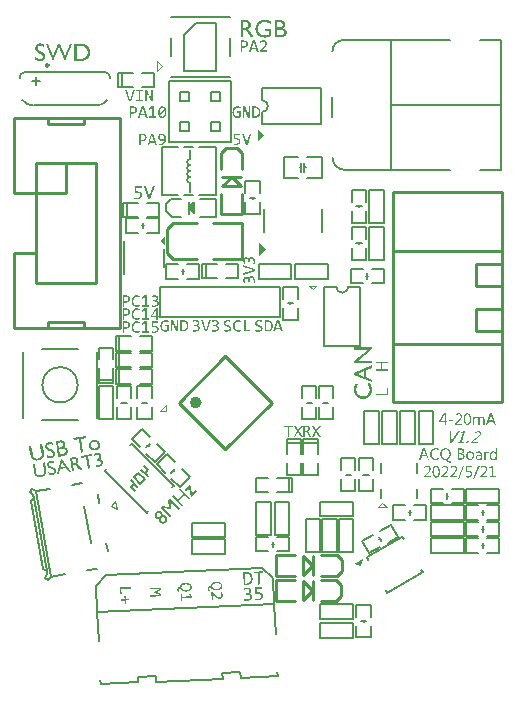
<source format=gto>
G04*
G04 #@! TF.GenerationSoftware,Altium Limited,Altium Designer,22.0.2 (36)*
G04*
G04 Layer_Color=65535*
%FSLAX25Y25*%
%MOIN*%
G70*
G04*
G04 #@! TF.SameCoordinates,5891F61C-6817-4B1F-B1E3-DF0E04F861FB*
G04*
G04*
G04 #@! TF.FilePolarity,Positive*
G04*
G01*
G75*
%ADD10C,0.00800*%
%ADD11C,0.01968*%
%ADD12C,0.00787*%
%ADD13C,0.01000*%
%ADD14C,0.00394*%
%ADD15C,0.00600*%
%ADD16C,0.00700*%
%ADD17C,0.00591*%
%ADD18C,0.00500*%
G36*
X300590Y402165D02*
X298622Y400197D01*
Y404134D01*
X300590Y402165D01*
D02*
G37*
G36*
X267667Y365404D02*
X266191Y366880D01*
X267667Y368356D01*
Y365404D01*
D02*
G37*
G36*
X301279Y364272D02*
Y364272D01*
X298917Y361910D01*
Y366634D01*
X301279Y364272D01*
D02*
G37*
G36*
X333031Y258615D02*
X330745Y259227D01*
X333643Y260900D01*
X333031Y258615D01*
D02*
G37*
G36*
X300436Y256189D02*
X299171Y256133D01*
X299336Y252348D01*
X298747Y252322D01*
X298582Y256108D01*
X297316Y256052D01*
X297294Y256549D01*
X300415Y256685D01*
X300436Y256189D01*
D02*
G37*
G36*
X294878Y256438D02*
X294944Y256441D01*
X295026Y256433D01*
X295125Y256427D01*
X295229Y256415D01*
X295344Y256398D01*
X295466Y256376D01*
X295593Y256349D01*
X295720Y256311D01*
X295842Y256267D01*
X295965Y256212D01*
X296082Y256146D01*
X296195Y256074D01*
X296297Y255986D01*
X296303Y255981D01*
X296320Y255965D01*
X296343Y255933D01*
X296378Y255891D01*
X296418Y255838D01*
X296465Y255775D01*
X296512Y255695D01*
X296565Y255604D01*
X296613Y255503D01*
X296662Y255390D01*
X296711Y255261D01*
X296756Y255121D01*
X296795Y254969D01*
X296824Y254801D01*
X296849Y254622D01*
X296862Y254431D01*
X296863Y254426D01*
X296863Y254415D01*
X296864Y254398D01*
X296865Y254377D01*
X296867Y254317D01*
X296865Y254240D01*
X296864Y254147D01*
X296857Y254048D01*
X296839Y253835D01*
X296839Y253829D01*
X296840Y253824D01*
X296835Y253807D01*
X296830Y253785D01*
X296822Y253735D01*
X296808Y253664D01*
X296790Y253581D01*
X296767Y253492D01*
X296709Y253304D01*
X296704Y253293D01*
X296695Y253265D01*
X296669Y253215D01*
X296645Y253154D01*
X296604Y253086D01*
X296564Y253008D01*
X296513Y252929D01*
X296456Y252851D01*
X296451Y252839D01*
X296425Y252816D01*
X296393Y252777D01*
X296346Y252731D01*
X296289Y252674D01*
X296220Y252616D01*
X296141Y252553D01*
X296056Y252494D01*
X296045Y252488D01*
X296013Y252470D01*
X295965Y252441D01*
X295901Y252411D01*
X295821Y252375D01*
X295724Y252332D01*
X295617Y252295D01*
X295503Y252257D01*
X295498Y252257D01*
X295487Y252251D01*
X295471Y252250D01*
X295449Y252244D01*
X295417Y252237D01*
X295384Y252230D01*
X295298Y252210D01*
X295189Y252188D01*
X295064Y252172D01*
X294928Y252161D01*
X294781Y252149D01*
X293865Y252109D01*
X293678Y256391D01*
X294824Y256441D01*
X294878Y256438D01*
D02*
G37*
G36*
X300036Y250963D02*
X298274Y250886D01*
X298327Y249680D01*
X298752Y249699D01*
X298812Y249696D01*
X298889Y249699D01*
X298976Y249692D01*
X299081Y249686D01*
X299185Y249679D01*
X299295Y249662D01*
X299306Y249663D01*
X299322Y249658D01*
X299344Y249654D01*
X299400Y249640D01*
X299471Y249626D01*
X299554Y249603D01*
X299638Y249574D01*
X299732Y249534D01*
X299822Y249489D01*
X299833Y249484D01*
X299861Y249463D01*
X299906Y249438D01*
X299957Y249396D01*
X300019Y249344D01*
X300082Y249287D01*
X300145Y249213D01*
X300203Y249134D01*
X300209Y249123D01*
X300227Y249091D01*
X300251Y249043D01*
X300281Y248973D01*
X300312Y248893D01*
X300339Y248790D01*
X300360Y248676D01*
X300371Y248551D01*
X300371Y248545D01*
X300372Y248534D01*
X300372Y248518D01*
X300373Y248496D01*
X300370Y248436D01*
X300363Y248359D01*
X300350Y248271D01*
X300327Y248172D01*
X300299Y248067D01*
X300254Y247966D01*
X300255Y247961D01*
X300249Y247955D01*
X300229Y247922D01*
X300204Y247871D01*
X300163Y247809D01*
X300111Y247736D01*
X300049Y247657D01*
X299982Y247577D01*
X299898Y247497D01*
X299887Y247491D01*
X299855Y247463D01*
X299808Y247428D01*
X299744Y247387D01*
X299659Y247334D01*
X299568Y247281D01*
X299461Y247232D01*
X299343Y247183D01*
X299338Y247183D01*
X299327Y247177D01*
X299311Y247171D01*
X299289Y247165D01*
X299257Y247158D01*
X299219Y247145D01*
X299132Y247125D01*
X299030Y247099D01*
X298910Y247077D01*
X298780Y247060D01*
X298638Y247049D01*
X298513Y247043D01*
X298436Y247045D01*
X298398Y247044D01*
X298371Y247048D01*
X298299Y247050D01*
X298217Y247052D01*
X298179Y247051D01*
X298152Y247055D01*
X298080Y247057D01*
X298004Y247059D01*
X297988Y247059D01*
X297971Y247063D01*
X297944Y247062D01*
X297889Y247071D01*
X297823Y247073D01*
X297800Y247591D01*
X297806Y247592D01*
X297833Y247587D01*
X297867Y247578D01*
X297916Y247575D01*
X297976Y247566D01*
X298042Y247558D01*
X298119Y247551D01*
X298201Y247543D01*
X298240Y247545D01*
X298289Y247542D01*
X298343Y247544D01*
X298415Y247542D01*
X298496Y247545D01*
X298579Y247544D01*
X298709Y247549D01*
X298758Y247557D01*
X298824Y247560D01*
X298894Y247574D01*
X298975Y247588D01*
X299051Y247602D01*
X299132Y247628D01*
X299143Y247634D01*
X299170Y247640D01*
X299207Y247658D01*
X299256Y247677D01*
X299309Y247707D01*
X299368Y247737D01*
X299426Y247777D01*
X299485Y247818D01*
X299490Y247824D01*
X299505Y247841D01*
X299532Y247869D01*
X299563Y247903D01*
X299599Y247943D01*
X299636Y247994D01*
X299666Y248050D01*
X299696Y248112D01*
X299701Y248117D01*
X299706Y248139D01*
X299720Y248178D01*
X299735Y248222D01*
X299743Y248283D01*
X299757Y248344D01*
X299759Y248415D01*
X299761Y248491D01*
X299761Y248497D01*
X299761Y248508D01*
X299760Y248530D01*
X299753Y248557D01*
X299746Y248589D01*
X299739Y248627D01*
X299713Y248713D01*
X299677Y248805D01*
X299623Y248901D01*
X299589Y248943D01*
X299549Y248985D01*
X299498Y249021D01*
X299447Y249057D01*
X299442Y249057D01*
X299436Y249062D01*
X299419Y249072D01*
X299391Y249082D01*
X299363Y249097D01*
X299324Y249112D01*
X299285Y249127D01*
X299236Y249141D01*
X299180Y249155D01*
X299114Y249168D01*
X299048Y249182D01*
X298971Y249195D01*
X298894Y249202D01*
X298806Y249209D01*
X298713Y249211D01*
X297808Y249171D01*
X297712Y251359D01*
X300014Y251459D01*
X300036Y250963D01*
D02*
G37*
G36*
X295113Y251300D02*
X295196Y251298D01*
X295294Y251297D01*
X295393Y251285D01*
X295497Y251273D01*
X295597Y251250D01*
X295602Y251250D01*
X295608Y251245D01*
X295641Y251241D01*
X295690Y251227D01*
X295752Y251202D01*
X295818Y251178D01*
X295891Y251143D01*
X295964Y251102D01*
X296037Y251056D01*
X296042Y251051D01*
X296065Y251035D01*
X296099Y251004D01*
X296139Y250968D01*
X296185Y250920D01*
X296231Y250868D01*
X296272Y250804D01*
X296313Y250735D01*
X296319Y250724D01*
X296331Y250703D01*
X296344Y250659D01*
X296368Y250606D01*
X296387Y250541D01*
X296401Y250471D01*
X296416Y250384D01*
X296425Y250297D01*
X296426Y250291D01*
X296426Y250280D01*
X296427Y250264D01*
X296422Y250237D01*
X296424Y250204D01*
X296420Y250166D01*
X296413Y250083D01*
X296390Y249984D01*
X296361Y249879D01*
X296322Y249773D01*
X296261Y249672D01*
X296251Y249661D01*
X296230Y249633D01*
X296189Y249582D01*
X296131Y249524D01*
X296057Y249461D01*
X295973Y249392D01*
X295872Y249322D01*
X295760Y249257D01*
X295766Y249257D01*
X295788Y249253D01*
X295821Y249249D01*
X295865Y249239D01*
X295920Y249225D01*
X295975Y249206D01*
X296098Y249162D01*
X296103Y249157D01*
X296126Y249147D01*
X296159Y249132D01*
X296198Y249112D01*
X296243Y249087D01*
X296294Y249056D01*
X296396Y248973D01*
X296401Y248968D01*
X296418Y248952D01*
X296441Y248926D01*
X296476Y248895D01*
X296510Y248852D01*
X296550Y248805D01*
X296586Y248752D01*
X296621Y248693D01*
X296627Y248688D01*
X296633Y248666D01*
X296651Y248629D01*
X296669Y248586D01*
X296683Y248532D01*
X296702Y248467D01*
X296710Y248402D01*
X296719Y248326D01*
X296719Y248320D01*
X296719Y248315D01*
X296720Y248299D01*
X296721Y248277D01*
X296718Y248222D01*
X296710Y248151D01*
X296703Y248068D01*
X296685Y247980D01*
X296656Y247886D01*
X296622Y247792D01*
X296617Y247780D01*
X296602Y247747D01*
X296577Y247702D01*
X296541Y247640D01*
X296495Y247573D01*
X296444Y247499D01*
X296376Y247420D01*
X296297Y247345D01*
X296287Y247340D01*
X296255Y247311D01*
X296207Y247276D01*
X296144Y247235D01*
X296064Y247182D01*
X295968Y247129D01*
X295855Y247075D01*
X295732Y247026D01*
X295726Y247025D01*
X295716Y247020D01*
X295700Y247013D01*
X295673Y247007D01*
X295640Y247000D01*
X295602Y246987D01*
X295554Y246974D01*
X295505Y246967D01*
X295386Y246940D01*
X295250Y246917D01*
X295098Y246900D01*
X294929Y246887D01*
X294836Y246883D01*
X294776Y246886D01*
X294705Y246883D01*
X294629Y246885D01*
X294470Y246889D01*
X294459Y246888D01*
X294437Y246893D01*
X294399Y246891D01*
X294349Y246894D01*
X294289Y246897D01*
X294223Y246900D01*
X294092Y246910D01*
X294070Y247423D01*
X294080Y247424D01*
X294102Y247419D01*
X294146Y247416D01*
X294201Y247407D01*
X294262Y247399D01*
X294339Y247391D01*
X294415Y247389D01*
X294498Y247382D01*
X294536Y247383D01*
X294585Y247380D01*
X294640Y247382D01*
X294711Y247380D01*
X294793Y247384D01*
X294875Y247382D01*
X295017Y247388D01*
X295076Y247396D01*
X295153Y247399D01*
X295240Y247409D01*
X295332Y247424D01*
X295424Y247444D01*
X295511Y247464D01*
X295521Y247470D01*
X295548Y247477D01*
X295591Y247495D01*
X295639Y247514D01*
X295699Y247538D01*
X295757Y247568D01*
X295821Y247604D01*
X295874Y247644D01*
X295880Y247650D01*
X295895Y247667D01*
X295921Y247690D01*
X295953Y247724D01*
X295984Y247764D01*
X296015Y247809D01*
X296045Y247859D01*
X296070Y247915D01*
X296075Y247921D01*
X296080Y247943D01*
X296089Y247976D01*
X296104Y248020D01*
X296113Y248070D01*
X296121Y248130D01*
X296124Y248196D01*
X296126Y248267D01*
X296126Y248273D01*
X296124Y248300D01*
X296117Y248332D01*
X296110Y248376D01*
X296097Y248419D01*
X296084Y248473D01*
X296060Y248527D01*
X296030Y248574D01*
X296025Y248580D01*
X296013Y248596D01*
X295996Y248617D01*
X295972Y248649D01*
X295938Y248680D01*
X295899Y248716D01*
X295853Y248753D01*
X295797Y248783D01*
X295792Y248788D01*
X295769Y248798D01*
X295741Y248813D01*
X295697Y248828D01*
X295647Y248847D01*
X295586Y248867D01*
X295519Y248886D01*
X295448Y248899D01*
X295437Y248898D01*
X295415Y248903D01*
X295371Y248912D01*
X295321Y248921D01*
X295255Y248923D01*
X295184Y248931D01*
X295102Y248933D01*
X294529Y248908D01*
X294509Y249377D01*
X295033Y249400D01*
X295070Y249407D01*
X295120Y249409D01*
X295174Y249417D01*
X295233Y249430D01*
X295352Y249463D01*
X295358Y249463D01*
X295379Y249475D01*
X295406Y249487D01*
X295443Y249505D01*
X295529Y249553D01*
X295613Y249617D01*
X295619Y249622D01*
X295629Y249634D01*
X295650Y249656D01*
X295676Y249685D01*
X295702Y249719D01*
X295727Y249764D01*
X295778Y249859D01*
X295783Y249864D01*
X295787Y249886D01*
X295797Y249914D01*
X295806Y249953D01*
X295815Y250002D01*
X295824Y250052D01*
X295832Y250113D01*
X295829Y250178D01*
X295829Y250183D01*
X295829Y250194D01*
X295828Y250211D01*
X295821Y250232D01*
X295813Y250292D01*
X295794Y250368D01*
X295768Y250448D01*
X295726Y250529D01*
X295668Y250608D01*
X295595Y250671D01*
X295583Y250676D01*
X295555Y250696D01*
X295505Y250716D01*
X295438Y250746D01*
X295350Y250769D01*
X295239Y250792D01*
X295113Y250802D01*
X294971Y250802D01*
X294889Y250798D01*
X294835Y250790D01*
X294770Y250782D01*
X294694Y250773D01*
X294618Y250759D01*
X294531Y250739D01*
X294520Y250738D01*
X294493Y250732D01*
X294445Y250719D01*
X294386Y250700D01*
X294315Y250680D01*
X294229Y250655D01*
X294143Y250623D01*
X294046Y250592D01*
X294024Y251088D01*
X294030Y251089D01*
X294046Y251095D01*
X294067Y251107D01*
X294094Y251113D01*
X294126Y251126D01*
X294170Y251138D01*
X294256Y251164D01*
X294261Y251164D01*
X294278Y251170D01*
X294304Y251177D01*
X294331Y251189D01*
X294369Y251196D01*
X294412Y251209D01*
X294504Y251230D01*
X294510Y251230D01*
X294526Y251236D01*
X294553Y251237D01*
X294580Y251244D01*
X294618Y251251D01*
X294662Y251258D01*
X294754Y251273D01*
X294759Y251273D01*
X294776Y251280D01*
X294797Y251281D01*
X294830Y251288D01*
X294906Y251296D01*
X295080Y251304D01*
X295113Y251300D01*
D02*
G37*
G36*
X372300Y303449D02*
X372343Y303445D01*
X372391Y303440D01*
X372500Y303421D01*
X372615Y303387D01*
X372677Y303363D01*
X372735Y303340D01*
X372787Y303306D01*
X372840Y303268D01*
X372888Y303225D01*
X372926Y303177D01*
Y303172D01*
X372935Y303163D01*
X372945Y303148D01*
X372955Y303129D01*
X372969Y303100D01*
X372978Y303067D01*
X372993Y303029D01*
X373002Y302986D01*
X373012Y302933D01*
X373022Y302881D01*
X373026Y302818D01*
Y302751D01*
X373022Y302685D01*
X373007Y302608D01*
X372988Y302532D01*
X372964Y302446D01*
Y302441D01*
X372959Y302431D01*
X372950Y302407D01*
X372940Y302383D01*
X372926Y302350D01*
X372907Y302312D01*
X372888Y302269D01*
X372864Y302216D01*
X372802Y302111D01*
X372725Y301987D01*
X372629Y301858D01*
X372520Y301729D01*
X372515Y301724D01*
X372505Y301714D01*
X372486Y301695D01*
X372457Y301666D01*
X372424Y301633D01*
X372381Y301595D01*
X372333Y301547D01*
X372276Y301494D01*
X372209Y301432D01*
X372132Y301365D01*
X372051Y301298D01*
X371960Y301222D01*
X371860Y301141D01*
X371750Y301055D01*
X371631Y300964D01*
X371506Y300868D01*
X370340Y300008D01*
X370335Y299993D01*
X372099D01*
X371965Y299606D01*
X369685D01*
X369814Y299989D01*
X371296Y301098D01*
X371301Y301102D01*
X371320Y301117D01*
X371349Y301141D01*
X371387Y301169D01*
X371434Y301203D01*
X371487Y301246D01*
X371549Y301294D01*
X371611Y301341D01*
X371750Y301456D01*
X371889Y301571D01*
X372023Y301690D01*
X372080Y301748D01*
X372137Y301800D01*
X372142Y301805D01*
X372151Y301815D01*
X372166Y301829D01*
X372180Y301848D01*
X372204Y301877D01*
X372233Y301905D01*
X372290Y301982D01*
X372352Y302073D01*
X372419Y302173D01*
X372477Y302283D01*
X372524Y302403D01*
Y302407D01*
X372529Y302417D01*
X372534Y302436D01*
X372539Y302455D01*
X372548Y302484D01*
X372553Y302517D01*
X372563Y302589D01*
X372567Y302670D01*
X372563Y302751D01*
X372544Y302838D01*
X372529Y302876D01*
X372505Y302909D01*
X372500Y302919D01*
X372481Y302938D01*
X372448Y302967D01*
X372400Y303000D01*
X372338Y303034D01*
X372257Y303062D01*
X372209Y303077D01*
X372156Y303081D01*
X372099Y303091D01*
X372013D01*
X371984Y303086D01*
X371946D01*
X371903Y303077D01*
X371846Y303067D01*
X371779Y303053D01*
X371707Y303038D01*
X371626Y303014D01*
X371540Y302986D01*
X371449Y302947D01*
X371349Y302909D01*
X371248Y302857D01*
X371138Y302799D01*
X371028Y302732D01*
X370914Y302656D01*
X371071Y303110D01*
X371076Y303115D01*
X371095Y303124D01*
X371129Y303144D01*
X371167Y303163D01*
X371219Y303191D01*
X371282Y303220D01*
X371349Y303249D01*
X371425Y303282D01*
X371506Y303316D01*
X371597Y303344D01*
X371693Y303373D01*
X371793Y303402D01*
X371893Y303421D01*
X371999Y303440D01*
X372109Y303449D01*
X372218Y303454D01*
X372266D01*
X372300Y303449D01*
D02*
G37*
G36*
X363172Y299606D02*
X362684D01*
X362598Y303392D01*
X363091D01*
X363120Y300390D01*
Y300385D01*
Y300366D01*
Y300333D01*
X363115Y300295D01*
X363110Y300242D01*
X363105Y300185D01*
X363096Y300122D01*
X363081Y300051D01*
X363091D01*
X363096Y300060D01*
X363105Y300079D01*
X363124Y300113D01*
X363143Y300156D01*
X363177Y300209D01*
X363210Y300266D01*
X363248Y300328D01*
X363296Y300395D01*
X365385Y303392D01*
X365863D01*
X363172Y299606D01*
D02*
G37*
G36*
X366509Y299984D02*
X367359D01*
X367230Y299606D01*
X365089D01*
X365218Y299984D01*
X366073D01*
X367073Y302928D01*
X366107Y302665D01*
X366246Y303077D01*
X367694Y303478D01*
X366509Y299984D01*
D02*
G37*
G36*
X368815Y299606D02*
X368110D01*
X368263Y300311D01*
X368968D01*
X368815Y299606D01*
D02*
G37*
G36*
X373400Y308337D02*
X373457Y308322D01*
X373524Y308308D01*
X373601Y308284D01*
X373682Y308251D01*
X373768Y308203D01*
X373849Y308146D01*
X373931Y308074D01*
X374007Y307983D01*
X374040Y307930D01*
X374074Y307878D01*
X374103Y307816D01*
X374131Y307749D01*
X374155Y307677D01*
X374174Y307601D01*
X374189Y307519D01*
X374203Y307433D01*
X374208Y307338D01*
X374213Y307237D01*
Y305574D01*
X373778D01*
Y307127D01*
Y307132D01*
Y307147D01*
Y307171D01*
Y307199D01*
X373773Y307237D01*
Y307280D01*
X373758Y307376D01*
X373744Y307481D01*
X373720Y307586D01*
X373687Y307687D01*
X373663Y307734D01*
X373639Y307773D01*
X373634Y307782D01*
X373610Y307806D01*
X373577Y307835D01*
X373529Y307873D01*
X373467Y307911D01*
X373386Y307940D01*
X373290Y307964D01*
X373175Y307974D01*
X373147D01*
X373127Y307969D01*
X373080Y307959D01*
X373013Y307940D01*
X372936Y307911D01*
X372860Y307868D01*
X372817Y307840D01*
X372779Y307806D01*
X372740Y307763D01*
X372702Y307720D01*
Y307715D01*
X372692Y307711D01*
X372683Y307696D01*
X372673Y307677D01*
X372659Y307648D01*
X372640Y307620D01*
X372606Y307548D01*
X372568Y307462D01*
X372535Y307357D01*
X372516Y307242D01*
X372506Y307113D01*
Y305574D01*
X372076D01*
Y307180D01*
Y307190D01*
Y307213D01*
X372071Y307252D01*
X372066Y307304D01*
X372057Y307366D01*
X372042Y307433D01*
X372023Y307505D01*
X371999Y307577D01*
X371966Y307653D01*
X371928Y307725D01*
X371875Y307792D01*
X371818Y307849D01*
X371746Y307902D01*
X371665Y307940D01*
X371569Y307964D01*
X371459Y307974D01*
X371430D01*
X371411Y307969D01*
X371359Y307959D01*
X371292Y307945D01*
X371215Y307916D01*
X371139Y307873D01*
X371101Y307844D01*
X371058Y307816D01*
X371024Y307778D01*
X370986Y307734D01*
Y307730D01*
X370976Y307725D01*
X370972Y307711D01*
X370957Y307692D01*
X370943Y307668D01*
X370929Y307639D01*
X370895Y307567D01*
X370862Y307476D01*
X370833Y307371D01*
X370814Y307252D01*
X370804Y307113D01*
Y305574D01*
X370369D01*
Y308279D01*
X370804D01*
Y307849D01*
X370814D01*
X370819Y307854D01*
X370828Y307868D01*
X370843Y307897D01*
X370866Y307926D01*
X370895Y307964D01*
X370933Y308007D01*
X370976Y308050D01*
X371029Y308098D01*
X371082Y308141D01*
X371144Y308184D01*
X371215Y308227D01*
X371292Y308265D01*
X371373Y308298D01*
X371459Y308322D01*
X371555Y308337D01*
X371655Y308342D01*
X371703D01*
X371756Y308332D01*
X371818Y308322D01*
X371894Y308303D01*
X371975Y308275D01*
X372057Y308236D01*
X372138Y308184D01*
X372143D01*
X372147Y308179D01*
X372171Y308155D01*
X372205Y308122D01*
X372253Y308079D01*
X372296Y308016D01*
X372343Y307950D01*
X372387Y307873D01*
X372420Y307782D01*
X372425Y307787D01*
X372434Y307806D01*
X372453Y307835D01*
X372477Y307868D01*
X372506Y307911D01*
X372549Y307959D01*
X372592Y308012D01*
X372645Y308064D01*
X372707Y308112D01*
X372774Y308165D01*
X372845Y308212D01*
X372927Y308256D01*
X373013Y308289D01*
X373108Y308318D01*
X373209Y308337D01*
X373319Y308342D01*
X373357D01*
X373400Y308337D01*
D02*
G37*
G36*
X363759Y306908D02*
X362315D01*
Y307247D01*
X363759D01*
Y306908D01*
D02*
G37*
G36*
X378022Y305574D02*
X377530D01*
X377128Y306635D01*
X375522D01*
X375145Y305574D01*
X374652D01*
X376105Y309360D01*
X376564D01*
X378022Y305574D01*
D02*
G37*
G36*
X365671Y309417D02*
X365709Y309412D01*
X365761Y309407D01*
X365814Y309398D01*
X365876Y309388D01*
X366001Y309355D01*
X366067Y309331D01*
X366134Y309307D01*
X366196Y309274D01*
X366263Y309235D01*
X366321Y309192D01*
X366378Y309145D01*
X366383Y309140D01*
X366392Y309130D01*
X366407Y309116D01*
X366426Y309097D01*
X366445Y309068D01*
X366469Y309035D01*
X366498Y308996D01*
X366526Y308953D01*
X366550Y308901D01*
X366579Y308848D01*
X366603Y308786D01*
X366627Y308719D01*
X366641Y308652D01*
X366655Y308576D01*
X366665Y308499D01*
X366670Y308413D01*
Y308408D01*
Y308399D01*
Y308375D01*
X366665Y308351D01*
Y308318D01*
X366660Y308279D01*
X366655Y308236D01*
X366646Y308184D01*
X366622Y308079D01*
X366584Y307954D01*
X366536Y307825D01*
X366469Y307696D01*
Y307692D01*
X366459Y307682D01*
X366445Y307663D01*
X366431Y307634D01*
X366407Y307601D01*
X366378Y307562D01*
X366345Y307515D01*
X366302Y307462D01*
X366259Y307400D01*
X366206Y307333D01*
X366144Y307266D01*
X366082Y307190D01*
X366005Y307108D01*
X365929Y307022D01*
X365843Y306931D01*
X365747Y306836D01*
X364872Y305976D01*
Y305961D01*
X366636D01*
Y305574D01*
X364356D01*
Y305956D01*
X365460Y307065D01*
X365465Y307070D01*
X365479Y307084D01*
X365499Y307108D01*
X365527Y307137D01*
X365565Y307171D01*
X365604Y307213D01*
X365647Y307261D01*
X365694Y307309D01*
X365790Y307424D01*
X365891Y307539D01*
X365986Y307658D01*
X366024Y307715D01*
X366063Y307768D01*
Y307773D01*
X366072Y307782D01*
X366082Y307797D01*
X366091Y307816D01*
X366106Y307844D01*
X366120Y307873D01*
X366153Y307950D01*
X366187Y308040D01*
X366216Y308141D01*
X366235Y308251D01*
X366244Y308370D01*
Y308375D01*
Y308385D01*
Y308404D01*
X366240Y308423D01*
Y308452D01*
X366235Y308485D01*
X366220Y308557D01*
X366196Y308638D01*
X366163Y308719D01*
X366115Y308805D01*
X366053Y308877D01*
X366043Y308887D01*
X366020Y308906D01*
X365977Y308934D01*
X365919Y308968D01*
X365843Y309001D01*
X365752Y309030D01*
X365642Y309049D01*
X365523Y309059D01*
X365499D01*
X365475Y309054D01*
X365436D01*
X365389Y309044D01*
X365336Y309035D01*
X365279Y309020D01*
X365212Y309006D01*
X365140Y308982D01*
X365064Y308953D01*
X364982Y308915D01*
X364896Y308877D01*
X364810Y308824D01*
X364724Y308767D01*
X364633Y308700D01*
X364547Y308624D01*
Y309078D01*
X364552Y309083D01*
X364566Y309092D01*
X364590Y309111D01*
X364629Y309130D01*
X364667Y309159D01*
X364719Y309188D01*
X364777Y309216D01*
X364844Y309250D01*
X364915Y309283D01*
X364997Y309312D01*
X365083Y309341D01*
X365174Y309369D01*
X365269Y309388D01*
X365370Y309407D01*
X365475Y309417D01*
X365585Y309422D01*
X365632D01*
X365671Y309417D01*
D02*
G37*
G36*
X361263Y306931D02*
X361751D01*
Y306578D01*
X361263D01*
Y305574D01*
X360838D01*
Y306578D01*
X359055D01*
Y306860D01*
X360742Y309360D01*
X361263D01*
Y306931D01*
D02*
G37*
G36*
X368577Y309417D02*
X368601Y309412D01*
X368634Y309407D01*
X368711Y309393D01*
X368801Y309365D01*
X368902Y309321D01*
X368954Y309293D01*
X369007Y309259D01*
X369060Y309221D01*
X369117Y309178D01*
X369174Y309130D01*
X369227Y309078D01*
X369280Y309015D01*
X369337Y308949D01*
X369385Y308872D01*
X369437Y308791D01*
X369480Y308700D01*
X369523Y308605D01*
X369566Y308494D01*
X369600Y308380D01*
X369633Y308256D01*
X369657Y308122D01*
X369681Y307978D01*
X369695Y307821D01*
X369705Y307658D01*
X369710Y307481D01*
Y307476D01*
Y307472D01*
Y307457D01*
Y307438D01*
Y307390D01*
X369705Y307323D01*
X369700Y307242D01*
X369691Y307151D01*
X369681Y307046D01*
X369667Y306936D01*
X369652Y306821D01*
X369629Y306702D01*
X369600Y306578D01*
X369571Y306458D01*
X369528Y306339D01*
X369485Y306224D01*
X369432Y306114D01*
X369375Y306014D01*
X369370Y306009D01*
X369361Y305995D01*
X369342Y305966D01*
X369313Y305937D01*
X369280Y305899D01*
X369236Y305856D01*
X369189Y305808D01*
X369131Y305765D01*
X369069Y305717D01*
X368998Y305669D01*
X368921Y305627D01*
X368840Y305588D01*
X368749Y305560D01*
X368653Y305536D01*
X368548Y305517D01*
X368438Y305512D01*
X368414D01*
X368386Y305517D01*
X368347Y305521D01*
X368300Y305526D01*
X368242Y305536D01*
X368185Y305550D01*
X368118Y305574D01*
X368046Y305598D01*
X367975Y305631D01*
X367903Y305669D01*
X367831Y305717D01*
X367759Y305770D01*
X367688Y305837D01*
X367621Y305909D01*
X367559Y305995D01*
X367554Y305999D01*
X367544Y306018D01*
X367530Y306047D01*
X367511Y306085D01*
X367487Y306133D01*
X367458Y306195D01*
X367430Y306267D01*
X367401Y306348D01*
X367372Y306444D01*
X367344Y306549D01*
X367315Y306664D01*
X367291Y306788D01*
X367272Y306922D01*
X367258Y307070D01*
X367248Y307223D01*
X367243Y307390D01*
Y307395D01*
Y307400D01*
Y307414D01*
Y307433D01*
Y307457D01*
Y307486D01*
X367248Y307558D01*
X367253Y307639D01*
X367262Y307734D01*
X367272Y307840D01*
X367286Y307954D01*
X367301Y308079D01*
X367324Y308203D01*
X367348Y308327D01*
X367382Y308452D01*
X367420Y308576D01*
X367463Y308695D01*
X367516Y308805D01*
X367573Y308906D01*
X367578Y308910D01*
X367587Y308929D01*
X367606Y308953D01*
X367635Y308987D01*
X367669Y309025D01*
X367712Y309068D01*
X367759Y309116D01*
X367817Y309164D01*
X367879Y309211D01*
X367951Y309259D01*
X368027Y309302D01*
X368113Y309341D01*
X368204Y309374D01*
X368304Y309398D01*
X368410Y309417D01*
X368524Y309422D01*
X368553D01*
X368577Y309417D01*
D02*
G37*
G36*
X226240Y432700D02*
X226301Y432693D01*
X226377Y432686D01*
X226465Y432673D01*
X226554Y432659D01*
X226657Y432632D01*
X226759Y432605D01*
X226868Y432577D01*
X226984Y432536D01*
X227100Y432488D01*
X227217Y432434D01*
X227333Y432372D01*
X227449Y432297D01*
Y431355D01*
X227442Y431361D01*
X227421Y431382D01*
X227387Y431409D01*
X227340Y431450D01*
X227278Y431498D01*
X227210Y431546D01*
X227135Y431601D01*
X227046Y431662D01*
X226950Y431717D01*
X226841Y431771D01*
X226732Y431819D01*
X226616Y431867D01*
X226493Y431908D01*
X226363Y431935D01*
X226233Y431956D01*
X226097Y431962D01*
X226028D01*
X225953Y431956D01*
X225864Y431942D01*
X225755Y431915D01*
X225646Y431881D01*
X225536Y431833D01*
X225434Y431771D01*
X225420Y431764D01*
X225393Y431737D01*
X225352Y431696D01*
X225304Y431641D01*
X225256Y431566D01*
X225215Y431484D01*
X225188Y431389D01*
X225174Y431286D01*
Y431273D01*
Y431245D01*
X225188Y431191D01*
X225202Y431129D01*
X225222Y431054D01*
X225256Y430972D01*
X225304Y430890D01*
X225366Y430801D01*
X225373Y430794D01*
X225400Y430760D01*
X225448Y430719D01*
X225516Y430658D01*
X225598Y430583D01*
X225707Y430508D01*
X225830Y430419D01*
X225980Y430323D01*
X226616Y429948D01*
X226629Y429941D01*
X226663Y429920D01*
X226711Y429886D01*
X226780Y429832D01*
X226861Y429770D01*
X226950Y429695D01*
X227046Y429613D01*
X227148Y429510D01*
X227244Y429401D01*
X227340Y429278D01*
X227428Y429148D01*
X227510Y429005D01*
X227579Y428848D01*
X227626Y428691D01*
X227660Y428513D01*
X227674Y428336D01*
Y428329D01*
Y428308D01*
Y428267D01*
X227667Y428220D01*
X227660Y428158D01*
X227647Y428090D01*
X227633Y428015D01*
X227613Y427933D01*
X227592Y427844D01*
X227558Y427755D01*
X227524Y427660D01*
X227476Y427564D01*
X227421Y427468D01*
X227360Y427380D01*
X227285Y427284D01*
X227203Y427202D01*
X227196Y427195D01*
X227182Y427181D01*
X227155Y427161D01*
X227121Y427134D01*
X227073Y427100D01*
X227018Y427065D01*
X226950Y427024D01*
X226875Y426990D01*
X226793Y426949D01*
X226704Y426908D01*
X226602Y426874D01*
X226499Y426840D01*
X226383Y426813D01*
X226260Y426792D01*
X226131Y426779D01*
X225994Y426772D01*
X225953D01*
X225912Y426779D01*
X225851D01*
X225776Y426785D01*
X225687Y426799D01*
X225591Y426813D01*
X225482Y426840D01*
X225366Y426867D01*
X225236Y426901D01*
X225113Y426942D01*
X224976Y426997D01*
X224840Y427052D01*
X224703Y427127D01*
X224573Y427202D01*
X224437Y427298D01*
Y428349D01*
X224444Y428343D01*
X224464Y428315D01*
X224505Y428274D01*
X224553Y428220D01*
X224621Y428151D01*
X224696Y428083D01*
X224785Y428008D01*
X224881Y427926D01*
X224990Y427844D01*
X225113Y427769D01*
X225236Y427701D01*
X225373Y427632D01*
X225516Y427578D01*
X225666Y427537D01*
X225823Y427509D01*
X225987Y427502D01*
X226028D01*
X226056Y427509D01*
X226124Y427516D01*
X226213Y427530D01*
X226315Y427557D01*
X226424Y427591D01*
X226534Y427646D01*
X226636Y427714D01*
X226650Y427728D01*
X226677Y427755D01*
X226718Y427803D01*
X226766Y427865D01*
X226814Y427946D01*
X226855Y428035D01*
X226882Y428145D01*
X226896Y428261D01*
Y428267D01*
Y428288D01*
X226889Y428315D01*
X226882Y428349D01*
X226875Y428397D01*
X226855Y428452D01*
X226834Y428520D01*
X226800Y428588D01*
X226759Y428664D01*
X226711Y428739D01*
X226650Y428821D01*
X226575Y428909D01*
X226486Y428998D01*
X226383Y429087D01*
X226267Y429176D01*
X226131Y429265D01*
X225502Y429647D01*
X225495Y429654D01*
X225475Y429661D01*
X225448Y429681D01*
X225407Y429709D01*
X225359Y429743D01*
X225304Y429777D01*
X225174Y429873D01*
X225038Y429982D01*
X224894Y430098D01*
X224765Y430228D01*
X224710Y430289D01*
X224655Y430357D01*
Y430364D01*
X224642Y430371D01*
X224635Y430392D01*
X224614Y430419D01*
X224580Y430494D01*
X224532Y430590D01*
X224485Y430706D01*
X224450Y430842D01*
X224423Y430999D01*
X224410Y431163D01*
Y431170D01*
Y431191D01*
Y431232D01*
X224416Y431279D01*
X224423Y431334D01*
X224437Y431402D01*
X224450Y431477D01*
X224471Y431560D01*
X224491Y431648D01*
X224526Y431737D01*
X224560Y431826D01*
X224607Y431921D01*
X224662Y432017D01*
X224724Y432106D01*
X224799Y432195D01*
X224881Y432277D01*
X224888Y432283D01*
X224901Y432297D01*
X224928Y432318D01*
X224970Y432345D01*
X225017Y432379D01*
X225072Y432413D01*
X225140Y432454D01*
X225215Y432495D01*
X225297Y432529D01*
X225393Y432570D01*
X225495Y432605D01*
X225605Y432639D01*
X225721Y432666D01*
X225844Y432686D01*
X225980Y432700D01*
X226117Y432707D01*
X226185D01*
X226240Y432700D01*
D02*
G37*
G36*
X234443Y426813D02*
X234258D01*
X232366Y431519D01*
X230454Y426813D01*
X230270D01*
X227947Y432625D01*
X228781D01*
X230372Y428629D01*
X231977Y432625D01*
X232763D01*
X234374Y428629D01*
X235952Y432625D01*
X236779D01*
X234443Y426813D01*
D02*
G37*
G36*
X239572Y432618D02*
X239668Y432611D01*
X239784Y432605D01*
X239914Y432598D01*
X240050Y432584D01*
X240200Y432563D01*
X240351Y432536D01*
X240665Y432475D01*
X240815Y432434D01*
X240965Y432386D01*
X241109Y432331D01*
X241245Y432270D01*
X241252Y432263D01*
X241273Y432256D01*
X241314Y432236D01*
X241361Y432201D01*
X241416Y432167D01*
X241484Y432120D01*
X241560Y432065D01*
X241641Y432003D01*
X241730Y431935D01*
X241819Y431860D01*
X241908Y431771D01*
X242003Y431682D01*
X242092Y431580D01*
X242181Y431471D01*
X242263Y431348D01*
X242345Y431225D01*
X242352Y431218D01*
X242366Y431191D01*
X242386Y431156D01*
X242407Y431102D01*
X242441Y431040D01*
X242475Y430965D01*
X242509Y430876D01*
X242550Y430781D01*
X242591Y430672D01*
X242625Y430555D01*
X242659Y430433D01*
X242693Y430303D01*
X242714Y430166D01*
X242734Y430023D01*
X242748Y429873D01*
X242755Y429722D01*
Y429715D01*
Y429695D01*
Y429668D01*
Y429627D01*
X242748Y429572D01*
X242741Y429510D01*
X242734Y429442D01*
X242727Y429367D01*
X242700Y429196D01*
X242659Y429005D01*
X242605Y428807D01*
X242529Y428609D01*
Y428602D01*
X242516Y428588D01*
X242509Y428561D01*
X242489Y428520D01*
X242468Y428472D01*
X242434Y428425D01*
X242366Y428295D01*
X242277Y428151D01*
X242161Y427994D01*
X242038Y427837D01*
X241887Y427680D01*
X241881Y427673D01*
X241867Y427660D01*
X241846Y427639D01*
X241812Y427612D01*
X241771Y427578D01*
X241723Y427537D01*
X241669Y427496D01*
X241607Y427448D01*
X241464Y427345D01*
X241293Y427236D01*
X241109Y427141D01*
X240904Y427052D01*
X240897D01*
X240890Y427045D01*
X240849Y427031D01*
X240788Y427011D01*
X240706Y426983D01*
X240610Y426956D01*
X240508Y426922D01*
X240405Y426901D01*
X240296Y426881D01*
X240282D01*
X240269Y426874D01*
X240207D01*
X240166Y426867D01*
X240118D01*
X240064Y426860D01*
X239996Y426854D01*
X239920D01*
X239838Y426847D01*
X239633D01*
X239517Y426840D01*
X237421D01*
Y432625D01*
X239490D01*
X239572Y432618D01*
D02*
G37*
G36*
X369840Y291422D02*
X368416D01*
Y290313D01*
X368444D01*
X368478Y290317D01*
X368569D01*
X368621Y290322D01*
X368793D01*
X368836Y290317D01*
X368889Y290313D01*
X368946Y290308D01*
X369013Y290298D01*
X369080Y290284D01*
X369233Y290246D01*
X369309Y290222D01*
X369391Y290193D01*
X369467Y290160D01*
X369539Y290117D01*
X369611Y290069D01*
X369678Y290016D01*
X369682Y290012D01*
X369692Y290002D01*
X369706Y289983D01*
X369730Y289959D01*
X369754Y289930D01*
X369783Y289892D01*
X369816Y289849D01*
X369845Y289801D01*
X369878Y289744D01*
X369907Y289682D01*
X369936Y289615D01*
X369960Y289538D01*
X369984Y289457D01*
X369998Y289371D01*
X370007Y289280D01*
X370012Y289184D01*
Y289180D01*
Y289161D01*
Y289132D01*
X370007Y289094D01*
X370003Y289046D01*
X369993Y288993D01*
X369984Y288931D01*
X369969Y288869D01*
X369950Y288797D01*
X369926Y288726D01*
X369897Y288654D01*
X369859Y288577D01*
X369821Y288506D01*
X369773Y288434D01*
X369716Y288367D01*
X369654Y288300D01*
X369649Y288295D01*
X369639Y288286D01*
X369615Y288271D01*
X369587Y288248D01*
X369553Y288224D01*
X369506Y288195D01*
X369458Y288166D01*
X369395Y288133D01*
X369329Y288104D01*
X369257Y288071D01*
X369176Y288042D01*
X369085Y288018D01*
X368994Y287994D01*
X368889Y287980D01*
X368784Y287970D01*
X368669Y287966D01*
X368621D01*
X368583Y287970D01*
X368540D01*
X368487Y287975D01*
X368435Y287980D01*
X368373Y287985D01*
X368248Y288004D01*
X368114Y288033D01*
X367995Y288066D01*
X367938Y288090D01*
X367885Y288119D01*
Y288577D01*
X367890Y288573D01*
X367904Y288568D01*
X367923Y288554D01*
X367952Y288539D01*
X367985Y288520D01*
X368028Y288501D01*
X368076Y288477D01*
X368129Y288453D01*
X368248Y288405D01*
X368382Y288367D01*
X368526Y288338D01*
X368597Y288334D01*
X368674Y288329D01*
X368712D01*
X368741Y288334D01*
X368774D01*
X368812Y288343D01*
X368903Y288358D01*
X369008Y288386D01*
X369113Y288424D01*
X369223Y288482D01*
X369271Y288515D01*
X369319Y288554D01*
X369324Y288558D01*
X369329Y288563D01*
X369343Y288577D01*
X369357Y288597D01*
X369376Y288620D01*
X369395Y288644D01*
X369443Y288716D01*
X369491Y288802D01*
X369529Y288902D01*
X369558Y289022D01*
X369563Y289089D01*
X369568Y289156D01*
Y289161D01*
Y289170D01*
Y289194D01*
X369563Y289218D01*
X369558Y289247D01*
X369553Y289285D01*
X369534Y289366D01*
X369506Y289462D01*
X369462Y289557D01*
X369434Y289605D01*
X369400Y289648D01*
X369357Y289696D01*
X369314Y289734D01*
X369309Y289739D01*
X369305Y289744D01*
X369290Y289753D01*
X369267Y289768D01*
X369243Y289782D01*
X369209Y289801D01*
X369176Y289820D01*
X369133Y289839D01*
X369085Y289859D01*
X369032Y289878D01*
X368970Y289897D01*
X368908Y289911D01*
X368836Y289925D01*
X368765Y289935D01*
X368683Y289945D01*
X368497D01*
X368463Y289940D01*
X368382D01*
X368334Y289935D01*
X368282D01*
X368220Y289930D01*
X368153Y289925D01*
X368081Y289921D01*
X368005Y289916D01*
Y291813D01*
X369840D01*
Y291422D01*
D02*
G37*
G36*
X377149Y288405D02*
X377999D01*
Y288028D01*
X375858D01*
Y288405D01*
X376714D01*
Y291350D01*
X375834Y291087D01*
Y291498D01*
X377149Y291899D01*
Y288405D01*
D02*
G37*
G36*
X374046Y291871D02*
X374085Y291866D01*
X374137Y291861D01*
X374190Y291852D01*
X374252Y291842D01*
X374376Y291809D01*
X374443Y291785D01*
X374510Y291761D01*
X374572Y291727D01*
X374639Y291689D01*
X374696Y291646D01*
X374754Y291598D01*
X374759Y291594D01*
X374768Y291584D01*
X374783Y291570D01*
X374802Y291551D01*
X374821Y291522D01*
X374845Y291489D01*
X374873Y291450D01*
X374902Y291407D01*
X374926Y291355D01*
X374955Y291302D01*
X374979Y291240D01*
X375003Y291173D01*
X375017Y291106D01*
X375031Y291030D01*
X375041Y290953D01*
X375045Y290867D01*
Y290862D01*
Y290853D01*
Y290829D01*
X375041Y290805D01*
Y290772D01*
X375036Y290733D01*
X375031Y290690D01*
X375022Y290638D01*
X374998Y290532D01*
X374959Y290408D01*
X374912Y290279D01*
X374845Y290150D01*
Y290145D01*
X374835Y290136D01*
X374821Y290117D01*
X374806Y290088D01*
X374783Y290054D01*
X374754Y290016D01*
X374720Y289968D01*
X374677Y289916D01*
X374634Y289854D01*
X374582Y289787D01*
X374520Y289720D01*
X374458Y289643D01*
X374381Y289562D01*
X374305Y289476D01*
X374219Y289385D01*
X374123Y289290D01*
X373248Y288429D01*
Y288415D01*
X375012D01*
Y288028D01*
X372732D01*
Y288410D01*
X373836Y289519D01*
X373841Y289524D01*
X373855Y289538D01*
X373874Y289562D01*
X373903Y289591D01*
X373941Y289624D01*
X373980Y289667D01*
X374023Y289715D01*
X374070Y289763D01*
X374166Y289878D01*
X374266Y289992D01*
X374362Y290112D01*
X374400Y290169D01*
X374438Y290222D01*
Y290227D01*
X374448Y290236D01*
X374458Y290250D01*
X374467Y290270D01*
X374481Y290298D01*
X374496Y290327D01*
X374529Y290403D01*
X374563Y290494D01*
X374591Y290595D01*
X374610Y290705D01*
X374620Y290824D01*
Y290829D01*
Y290838D01*
Y290858D01*
X374615Y290877D01*
Y290905D01*
X374610Y290939D01*
X374596Y291010D01*
X374572Y291092D01*
X374539Y291173D01*
X374491Y291259D01*
X374429Y291331D01*
X374419Y291340D01*
X374395Y291359D01*
X374352Y291388D01*
X374295Y291422D01*
X374219Y291455D01*
X374128Y291484D01*
X374018Y291503D01*
X373898Y291512D01*
X373874D01*
X373850Y291508D01*
X373812D01*
X373764Y291498D01*
X373712Y291489D01*
X373655Y291474D01*
X373588Y291460D01*
X373516Y291436D01*
X373439Y291407D01*
X373358Y291369D01*
X373272Y291331D01*
X373186Y291278D01*
X373100Y291221D01*
X373009Y291154D01*
X372923Y291077D01*
Y291531D01*
X372928Y291536D01*
X372942Y291546D01*
X372966Y291565D01*
X373004Y291584D01*
X373043Y291613D01*
X373095Y291641D01*
X373153Y291670D01*
X373219Y291704D01*
X373291Y291737D01*
X373373Y291766D01*
X373459Y291794D01*
X373549Y291823D01*
X373645Y291842D01*
X373745Y291861D01*
X373850Y291871D01*
X373960Y291876D01*
X374008D01*
X374046Y291871D01*
D02*
G37*
G36*
X363999D02*
X364037Y291866D01*
X364090Y291861D01*
X364142Y291852D01*
X364204Y291842D01*
X364329Y291809D01*
X364396Y291785D01*
X364463Y291761D01*
X364525Y291727D01*
X364592Y291689D01*
X364649Y291646D01*
X364706Y291598D01*
X364711Y291594D01*
X364721Y291584D01*
X364735Y291570D01*
X364754Y291551D01*
X364773Y291522D01*
X364797Y291489D01*
X364826Y291450D01*
X364855Y291407D01*
X364878Y291355D01*
X364907Y291302D01*
X364931Y291240D01*
X364955Y291173D01*
X364969Y291106D01*
X364984Y291030D01*
X364993Y290953D01*
X364998Y290867D01*
Y290862D01*
Y290853D01*
Y290829D01*
X364993Y290805D01*
Y290772D01*
X364988Y290733D01*
X364984Y290690D01*
X364974Y290638D01*
X364950Y290532D01*
X364912Y290408D01*
X364864Y290279D01*
X364797Y290150D01*
Y290145D01*
X364788Y290136D01*
X364773Y290117D01*
X364759Y290088D01*
X364735Y290054D01*
X364706Y290016D01*
X364673Y289968D01*
X364630Y289916D01*
X364587Y289854D01*
X364534Y289787D01*
X364472Y289720D01*
X364410Y289643D01*
X364334Y289562D01*
X364257Y289476D01*
X364171Y289385D01*
X364075Y289290D01*
X363201Y288429D01*
Y288415D01*
X364965D01*
Y288028D01*
X362684D01*
Y288410D01*
X363789Y289519D01*
X363793Y289524D01*
X363808Y289538D01*
X363827Y289562D01*
X363856Y289591D01*
X363894Y289624D01*
X363932Y289667D01*
X363975Y289715D01*
X364023Y289763D01*
X364118Y289878D01*
X364219Y289992D01*
X364314Y290112D01*
X364353Y290169D01*
X364391Y290222D01*
Y290227D01*
X364400Y290236D01*
X364410Y290250D01*
X364420Y290270D01*
X364434Y290298D01*
X364448Y290327D01*
X364482Y290403D01*
X364515Y290494D01*
X364544Y290595D01*
X364563Y290705D01*
X364573Y290824D01*
Y290829D01*
Y290838D01*
Y290858D01*
X364568Y290877D01*
Y290905D01*
X364563Y290939D01*
X364549Y291010D01*
X364525Y291092D01*
X364491Y291173D01*
X364443Y291259D01*
X364381Y291331D01*
X364372Y291340D01*
X364348Y291359D01*
X364305Y291388D01*
X364247Y291422D01*
X364171Y291455D01*
X364080Y291484D01*
X363970Y291503D01*
X363851Y291512D01*
X363827D01*
X363803Y291508D01*
X363765D01*
X363717Y291498D01*
X363664Y291489D01*
X363607Y291474D01*
X363540Y291460D01*
X363468Y291436D01*
X363392Y291407D01*
X363311Y291369D01*
X363225Y291331D01*
X363139Y291278D01*
X363053Y291221D01*
X362962Y291154D01*
X362876Y291077D01*
Y291531D01*
X362880Y291536D01*
X362895Y291546D01*
X362919Y291565D01*
X362957Y291584D01*
X362995Y291613D01*
X363048Y291641D01*
X363105Y291670D01*
X363172Y291704D01*
X363244Y291737D01*
X363325Y291766D01*
X363411Y291794D01*
X363502Y291823D01*
X363597Y291842D01*
X363698Y291861D01*
X363803Y291871D01*
X363913Y291876D01*
X363961D01*
X363999Y291871D01*
D02*
G37*
G36*
X361083D02*
X361121Y291866D01*
X361174Y291861D01*
X361227Y291852D01*
X361289Y291842D01*
X361413Y291809D01*
X361480Y291785D01*
X361547Y291761D01*
X361609Y291727D01*
X361676Y291689D01*
X361733Y291646D01*
X361790Y291598D01*
X361795Y291594D01*
X361805Y291584D01*
X361819Y291570D01*
X361838Y291551D01*
X361858Y291522D01*
X361881Y291489D01*
X361910Y291450D01*
X361939Y291407D01*
X361963Y291355D01*
X361991Y291302D01*
X362015Y291240D01*
X362039Y291173D01*
X362053Y291106D01*
X362068Y291030D01*
X362077Y290953D01*
X362082Y290867D01*
Y290862D01*
Y290853D01*
Y290829D01*
X362077Y290805D01*
Y290772D01*
X362073Y290733D01*
X362068Y290690D01*
X362058Y290638D01*
X362034Y290532D01*
X361996Y290408D01*
X361948Y290279D01*
X361881Y290150D01*
Y290145D01*
X361872Y290136D01*
X361858Y290117D01*
X361843Y290088D01*
X361819Y290054D01*
X361790Y290016D01*
X361757Y289968D01*
X361714Y289916D01*
X361671Y289854D01*
X361618Y289787D01*
X361556Y289720D01*
X361494Y289643D01*
X361418Y289562D01*
X361341Y289476D01*
X361255Y289385D01*
X361160Y289290D01*
X360285Y288429D01*
Y288415D01*
X362049D01*
Y288028D01*
X359769D01*
Y288410D01*
X360873Y289519D01*
X360878Y289524D01*
X360892Y289538D01*
X360911Y289562D01*
X360940Y289591D01*
X360978Y289624D01*
X361016Y289667D01*
X361059Y289715D01*
X361107Y289763D01*
X361203Y289878D01*
X361303Y289992D01*
X361399Y290112D01*
X361437Y290169D01*
X361475Y290222D01*
Y290227D01*
X361485Y290236D01*
X361494Y290250D01*
X361504Y290270D01*
X361518Y290298D01*
X361532Y290327D01*
X361566Y290403D01*
X361599Y290494D01*
X361628Y290595D01*
X361647Y290705D01*
X361657Y290824D01*
Y290829D01*
Y290838D01*
Y290858D01*
X361652Y290877D01*
Y290905D01*
X361647Y290939D01*
X361633Y291010D01*
X361609Y291092D01*
X361576Y291173D01*
X361528Y291259D01*
X361466Y291331D01*
X361456Y291340D01*
X361432Y291359D01*
X361389Y291388D01*
X361332Y291422D01*
X361255Y291455D01*
X361164Y291484D01*
X361054Y291503D01*
X360935Y291512D01*
X360911D01*
X360887Y291508D01*
X360849D01*
X360801Y291498D01*
X360749Y291489D01*
X360691Y291474D01*
X360624Y291460D01*
X360553Y291436D01*
X360476Y291407D01*
X360395Y291369D01*
X360309Y291331D01*
X360223Y291278D01*
X360137Y291221D01*
X360046Y291154D01*
X359960Y291077D01*
Y291531D01*
X359965Y291536D01*
X359979Y291546D01*
X360003Y291565D01*
X360041Y291584D01*
X360079Y291613D01*
X360132Y291641D01*
X360189Y291670D01*
X360256Y291704D01*
X360328Y291737D01*
X360409Y291766D01*
X360495Y291794D01*
X360586Y291823D01*
X360682Y291842D01*
X360782Y291861D01*
X360887Y291871D01*
X360997Y291876D01*
X361045D01*
X361083Y291871D01*
D02*
G37*
G36*
X355252D02*
X355290Y291866D01*
X355342Y291861D01*
X355395Y291852D01*
X355457Y291842D01*
X355581Y291809D01*
X355648Y291785D01*
X355715Y291761D01*
X355777Y291727D01*
X355844Y291689D01*
X355902Y291646D01*
X355959Y291598D01*
X355964Y291594D01*
X355973Y291584D01*
X355988Y291570D01*
X356007Y291551D01*
X356026Y291522D01*
X356050Y291489D01*
X356079Y291450D01*
X356107Y291407D01*
X356131Y291355D01*
X356160Y291302D01*
X356184Y291240D01*
X356207Y291173D01*
X356222Y291106D01*
X356236Y291030D01*
X356246Y290953D01*
X356251Y290867D01*
Y290862D01*
Y290853D01*
Y290829D01*
X356246Y290805D01*
Y290772D01*
X356241Y290733D01*
X356236Y290690D01*
X356227Y290638D01*
X356203Y290532D01*
X356165Y290408D01*
X356117Y290279D01*
X356050Y290150D01*
Y290145D01*
X356040Y290136D01*
X356026Y290117D01*
X356012Y290088D01*
X355988Y290054D01*
X355959Y290016D01*
X355925Y289968D01*
X355883Y289916D01*
X355839Y289854D01*
X355787Y289787D01*
X355725Y289720D01*
X355663Y289643D01*
X355586Y289562D01*
X355510Y289476D01*
X355424Y289385D01*
X355328Y289290D01*
X354453Y288429D01*
Y288415D01*
X356217D01*
Y288028D01*
X353937D01*
Y288410D01*
X355041Y289519D01*
X355046Y289524D01*
X355060Y289538D01*
X355079Y289562D01*
X355108Y289591D01*
X355146Y289624D01*
X355185Y289667D01*
X355228Y289715D01*
X355275Y289763D01*
X355371Y289878D01*
X355471Y289992D01*
X355567Y290112D01*
X355605Y290169D01*
X355644Y290222D01*
Y290227D01*
X355653Y290236D01*
X355663Y290250D01*
X355672Y290270D01*
X355686Y290298D01*
X355701Y290327D01*
X355734Y290403D01*
X355768Y290494D01*
X355796Y290595D01*
X355816Y290705D01*
X355825Y290824D01*
Y290829D01*
Y290838D01*
Y290858D01*
X355820Y290877D01*
Y290905D01*
X355816Y290939D01*
X355801Y291010D01*
X355777Y291092D01*
X355744Y291173D01*
X355696Y291259D01*
X355634Y291331D01*
X355624Y291340D01*
X355601Y291359D01*
X355557Y291388D01*
X355500Y291422D01*
X355424Y291455D01*
X355333Y291484D01*
X355223Y291503D01*
X355103Y291512D01*
X355079D01*
X355055Y291508D01*
X355017D01*
X354970Y291498D01*
X354917Y291489D01*
X354859Y291474D01*
X354793Y291460D01*
X354721Y291436D01*
X354644Y291407D01*
X354563Y291369D01*
X354477Y291331D01*
X354391Y291278D01*
X354305Y291221D01*
X354214Y291154D01*
X354128Y291077D01*
Y291531D01*
X354133Y291536D01*
X354147Y291546D01*
X354171Y291565D01*
X354209Y291584D01*
X354248Y291613D01*
X354300Y291641D01*
X354358Y291670D01*
X354425Y291704D01*
X354496Y291737D01*
X354577Y291766D01*
X354664Y291794D01*
X354754Y291823D01*
X354850Y291842D01*
X354950Y291861D01*
X355055Y291871D01*
X355166Y291876D01*
X355213D01*
X355252Y291871D01*
D02*
G37*
G36*
X358158D02*
X358182Y291866D01*
X358215Y291861D01*
X358292Y291847D01*
X358382Y291818D01*
X358483Y291775D01*
X358535Y291747D01*
X358588Y291713D01*
X358641Y291675D01*
X358698Y291632D01*
X358755Y291584D01*
X358808Y291531D01*
X358860Y291469D01*
X358918Y291402D01*
X358966Y291326D01*
X359018Y291245D01*
X359061Y291154D01*
X359104Y291058D01*
X359147Y290948D01*
X359181Y290834D01*
X359214Y290709D01*
X359238Y290576D01*
X359262Y290432D01*
X359276Y290274D01*
X359286Y290112D01*
X359291Y289935D01*
Y289930D01*
Y289925D01*
Y289911D01*
Y289892D01*
Y289844D01*
X359286Y289777D01*
X359281Y289696D01*
X359272Y289605D01*
X359262Y289500D01*
X359248Y289390D01*
X359233Y289275D01*
X359209Y289156D01*
X359181Y289032D01*
X359152Y288912D01*
X359109Y288792D01*
X359066Y288678D01*
X359013Y288568D01*
X358956Y288468D01*
X358951Y288463D01*
X358942Y288448D01*
X358923Y288420D01*
X358894Y288391D01*
X358860Y288353D01*
X358817Y288310D01*
X358770Y288262D01*
X358712Y288219D01*
X358650Y288171D01*
X358578Y288123D01*
X358502Y288080D01*
X358421Y288042D01*
X358330Y288013D01*
X358234Y287989D01*
X358129Y287970D01*
X358019Y287966D01*
X357995D01*
X357967Y287970D01*
X357928Y287975D01*
X357880Y287980D01*
X357823Y287989D01*
X357766Y288004D01*
X357699Y288028D01*
X357627Y288052D01*
X357556Y288085D01*
X357484Y288123D01*
X357412Y288171D01*
X357340Y288224D01*
X357269Y288291D01*
X357202Y288362D01*
X357140Y288448D01*
X357135Y288453D01*
X357125Y288472D01*
X357111Y288501D01*
X357092Y288539D01*
X357068Y288587D01*
X357039Y288649D01*
X357011Y288721D01*
X356982Y288802D01*
X356953Y288898D01*
X356925Y289003D01*
X356896Y289118D01*
X356872Y289242D01*
X356853Y289376D01*
X356838Y289524D01*
X356829Y289677D01*
X356824Y289844D01*
Y289849D01*
Y289854D01*
Y289868D01*
Y289887D01*
Y289911D01*
Y289940D01*
X356829Y290012D01*
X356834Y290093D01*
X356843Y290188D01*
X356853Y290294D01*
X356867Y290408D01*
X356881Y290532D01*
X356905Y290657D01*
X356929Y290781D01*
X356963Y290905D01*
X357001Y291030D01*
X357044Y291149D01*
X357097Y291259D01*
X357154Y291359D01*
X357159Y291364D01*
X357168Y291383D01*
X357187Y291407D01*
X357216Y291441D01*
X357249Y291479D01*
X357293Y291522D01*
X357340Y291570D01*
X357398Y291617D01*
X357460Y291665D01*
X357532Y291713D01*
X357608Y291756D01*
X357694Y291794D01*
X357785Y291828D01*
X357885Y291852D01*
X357991Y291871D01*
X358105Y291876D01*
X358134D01*
X358158Y291871D01*
D02*
G37*
G36*
X370701Y287402D02*
X370299D01*
X372106Y291813D01*
X372517D01*
X370701Y287402D01*
D02*
G37*
G36*
X365677D02*
X365275D01*
X367082Y291813D01*
X367493D01*
X365677Y287402D01*
D02*
G37*
G36*
X358108Y297779D02*
X358165Y297775D01*
X358223Y297770D01*
X358289Y297765D01*
X358428Y297746D01*
X358581Y297722D01*
X358729Y297684D01*
X358868Y297631D01*
Y297158D01*
X358863Y297163D01*
X358849Y297168D01*
X358829Y297177D01*
X358796Y297192D01*
X358758Y297211D01*
X358715Y297230D01*
X358662Y297249D01*
X358605Y297273D01*
X358538Y297292D01*
X358471Y297311D01*
X358395Y297330D01*
X358318Y297349D01*
X358151Y297373D01*
X358060Y297383D01*
X357941D01*
X357907Y297378D01*
X357859D01*
X357807Y297368D01*
X357740Y297359D01*
X357668Y297344D01*
X357592Y297330D01*
X357510Y297306D01*
X357424Y297277D01*
X357333Y297239D01*
X357247Y297201D01*
X357156Y297148D01*
X357070Y297091D01*
X356989Y297024D01*
X356908Y296948D01*
X356903Y296943D01*
X356889Y296929D01*
X356870Y296905D01*
X356846Y296866D01*
X356817Y296823D01*
X356779Y296771D01*
X356746Y296709D01*
X356707Y296637D01*
X356669Y296561D01*
X356635Y296470D01*
X356602Y296374D01*
X356569Y296274D01*
X356545Y296159D01*
X356526Y296040D01*
X356511Y295915D01*
X356506Y295781D01*
Y295772D01*
Y295753D01*
X356511Y295714D01*
Y295667D01*
X356516Y295609D01*
X356526Y295542D01*
X356540Y295466D01*
X356554Y295385D01*
X356573Y295299D01*
X356597Y295213D01*
X356631Y295117D01*
X356664Y295026D01*
X356707Y294935D01*
X356760Y294849D01*
X356817Y294763D01*
X356884Y294682D01*
X356889Y294677D01*
X356903Y294663D01*
X356922Y294644D01*
X356951Y294620D01*
X356989Y294586D01*
X357037Y294553D01*
X357090Y294515D01*
X357152Y294477D01*
X357219Y294438D01*
X357295Y294400D01*
X357376Y294367D01*
X357463Y294333D01*
X357558Y294309D01*
X357658Y294290D01*
X357764Y294276D01*
X357878Y294271D01*
X357936D01*
X357974Y294276D01*
X358027Y294281D01*
X358084Y294285D01*
X358146Y294290D01*
X358218Y294304D01*
X358294Y294314D01*
X358371Y294333D01*
X358538Y294376D01*
X358624Y294405D01*
X358705Y294443D01*
X358787Y294481D01*
X358868Y294524D01*
Y294094D01*
X358863D01*
X358849Y294085D01*
X358825Y294075D01*
X358791Y294061D01*
X358753Y294041D01*
X358700Y294022D01*
X358643Y294003D01*
X358581Y293984D01*
X358509Y293965D01*
X358428Y293946D01*
X358342Y293927D01*
X358251Y293908D01*
X358151Y293893D01*
X358046Y293884D01*
X357936Y293879D01*
X357821Y293874D01*
X357787D01*
X357745Y293879D01*
X357687Y293884D01*
X357620Y293888D01*
X357539Y293903D01*
X357453Y293917D01*
X357357Y293941D01*
X357257Y293965D01*
X357152Y293999D01*
X357042Y294041D01*
X356932Y294094D01*
X356827Y294151D01*
X356722Y294218D01*
X356621Y294300D01*
X356526Y294390D01*
X356521Y294395D01*
X356506Y294414D01*
X356483Y294443D01*
X356449Y294486D01*
X356411Y294539D01*
X356373Y294601D01*
X356330Y294672D01*
X356282Y294759D01*
X356239Y294849D01*
X356191Y294954D01*
X356153Y295064D01*
X356115Y295189D01*
X356081Y295318D01*
X356057Y295456D01*
X356043Y295604D01*
X356038Y295758D01*
Y295762D01*
Y295767D01*
Y295781D01*
Y295796D01*
X356043Y295844D01*
X356048Y295910D01*
X356057Y295987D01*
X356067Y296073D01*
X356086Y296173D01*
X356105Y296283D01*
X356134Y296398D01*
X356172Y296513D01*
X356215Y296637D01*
X356267Y296761D01*
X356330Y296881D01*
X356401Y297000D01*
X356487Y297115D01*
X356583Y297225D01*
X356588Y297230D01*
X356607Y297249D01*
X356640Y297277D01*
X356683Y297311D01*
X356736Y297354D01*
X356803Y297402D01*
X356879Y297454D01*
X356965Y297507D01*
X357061Y297555D01*
X357166Y297607D01*
X357281Y297655D01*
X357400Y297698D01*
X357534Y297732D01*
X357673Y297760D01*
X357821Y297779D01*
X357974Y297784D01*
X358065D01*
X358108Y297779D01*
D02*
G37*
G36*
X378356Y293936D02*
X377926D01*
Y294395D01*
X377911D01*
X377906Y294390D01*
X377897Y294371D01*
X377878Y294347D01*
X377854Y294314D01*
X377820Y294276D01*
X377782Y294233D01*
X377734Y294185D01*
X377682Y294137D01*
X377620Y294085D01*
X377553Y294041D01*
X377476Y293994D01*
X377395Y293955D01*
X377304Y293922D01*
X377204Y293898D01*
X377099Y293879D01*
X376984Y293874D01*
X376960D01*
X376936Y293879D01*
X376898D01*
X376855Y293884D01*
X376807Y293893D01*
X376750Y293903D01*
X376692Y293917D01*
X376625Y293936D01*
X376559Y293960D01*
X376492Y293989D01*
X376425Y294027D01*
X376358Y294065D01*
X376291Y294113D01*
X376224Y294170D01*
X376167Y294233D01*
X376162Y294237D01*
X376152Y294252D01*
X376138Y294271D01*
X376119Y294300D01*
X376095Y294338D01*
X376071Y294381D01*
X376042Y294433D01*
X376018Y294491D01*
X375990Y294558D01*
X375961Y294634D01*
X375937Y294715D01*
X375913Y294801D01*
X375894Y294897D01*
X375880Y295002D01*
X375870Y295107D01*
X375866Y295222D01*
Y295232D01*
Y295251D01*
Y295289D01*
X375870Y295332D01*
X375875Y295389D01*
X375885Y295456D01*
X375894Y295528D01*
X375908Y295609D01*
X375923Y295695D01*
X375947Y295781D01*
X375975Y295872D01*
X376009Y295958D01*
X376047Y296049D01*
X376090Y296135D01*
X376143Y296221D01*
X376200Y296298D01*
X376205Y296302D01*
X376214Y296317D01*
X376234Y296336D01*
X376262Y296360D01*
X376296Y296393D01*
X376339Y296427D01*
X376386Y296465D01*
X376439Y296503D01*
X376501Y296537D01*
X376568Y296575D01*
X376645Y296608D01*
X376726Y296642D01*
X376812Y296666D01*
X376903Y296685D01*
X376998Y296699D01*
X377103Y296704D01*
X377127D01*
X377156Y296699D01*
X377194D01*
X377242Y296690D01*
X377295Y296680D01*
X377352Y296666D01*
X377414Y296651D01*
X377476Y296627D01*
X377543Y296599D01*
X377610Y296561D01*
X377677Y296517D01*
X377744Y296470D01*
X377806Y296408D01*
X377859Y296341D01*
X377911Y296264D01*
X377926D01*
Y297937D01*
X378356D01*
Y293936D01*
D02*
G37*
G36*
X375411Y296680D02*
X375497Y296671D01*
X375540Y296661D01*
X375574Y296651D01*
Y296202D01*
X375569Y296207D01*
X375555Y296216D01*
X375526Y296231D01*
X375493Y296245D01*
X375445Y296259D01*
X375392Y296274D01*
X375325Y296283D01*
X375249Y296288D01*
X375220D01*
X375201Y296283D01*
X375153Y296274D01*
X375086Y296255D01*
X375015Y296226D01*
X374938Y296178D01*
X374895Y296149D01*
X374857Y296111D01*
X374823Y296073D01*
X374785Y296025D01*
Y296020D01*
X374776Y296016D01*
X374766Y295996D01*
X374757Y295977D01*
X374742Y295953D01*
X374728Y295920D01*
X374709Y295882D01*
X374694Y295839D01*
X374675Y295791D01*
X374656Y295738D01*
X374642Y295681D01*
X374627Y295614D01*
X374618Y295547D01*
X374608Y295476D01*
X374599Y295313D01*
Y293936D01*
X374164D01*
Y296642D01*
X374599D01*
Y296082D01*
X374608D01*
Y296087D01*
X374613Y296097D01*
X374618Y296111D01*
X374627Y296130D01*
X374647Y296183D01*
X374680Y296245D01*
X374718Y296317D01*
X374766Y296393D01*
X374823Y296465D01*
X374890Y296527D01*
X374900Y296532D01*
X374924Y296551D01*
X374962Y296575D01*
X375015Y296608D01*
X375077Y296637D01*
X375149Y296661D01*
X375230Y296680D01*
X375316Y296685D01*
X375373D01*
X375411Y296680D01*
D02*
G37*
G36*
X372481Y296699D02*
X372543Y296690D01*
X372615Y296675D01*
X372696Y296651D01*
X372782Y296618D01*
X372873Y296580D01*
X372959Y296522D01*
X373045Y296460D01*
X373127Y296374D01*
X373198Y296279D01*
X373232Y296221D01*
X373260Y296164D01*
X373284Y296097D01*
X373303Y296030D01*
X373323Y295953D01*
X373337Y295872D01*
X373342Y295786D01*
X373346Y295695D01*
Y293936D01*
X372916D01*
Y294357D01*
X372907D01*
X372902Y294352D01*
X372892Y294338D01*
X372878Y294314D01*
X372854Y294281D01*
X372825Y294247D01*
X372787Y294204D01*
X372744Y294161D01*
X372696Y294118D01*
X372639Y294070D01*
X372577Y294027D01*
X372510Y293984D01*
X372433Y293951D01*
X372352Y293917D01*
X372266Y293893D01*
X372170Y293879D01*
X372070Y293874D01*
X372032D01*
X372003Y293879D01*
X371970D01*
X371932Y293884D01*
X371841Y293903D01*
X371740Y293927D01*
X371635Y293965D01*
X371530Y294018D01*
X371482Y294046D01*
X371439Y294085D01*
X371434Y294089D01*
X371430Y294094D01*
X371420Y294108D01*
X371406Y294123D01*
X371368Y294170D01*
X371324Y294237D01*
X371281Y294319D01*
X371248Y294414D01*
X371219Y294529D01*
X371215Y294591D01*
X371210Y294653D01*
Y294663D01*
Y294687D01*
X371215Y294725D01*
X371224Y294773D01*
X371238Y294830D01*
X371257Y294897D01*
X371286Y294969D01*
X371320Y295045D01*
X371368Y295122D01*
X371430Y295198D01*
X371501Y295275D01*
X371587Y295342D01*
X371688Y295404D01*
X371807Y295461D01*
X371874Y295480D01*
X371946Y295504D01*
X372022Y295518D01*
X372104Y295533D01*
X372916Y295648D01*
Y295657D01*
Y295676D01*
X372911Y295710D01*
X372907Y295758D01*
X372897Y295805D01*
X372887Y295867D01*
X372868Y295930D01*
X372845Y295992D01*
X372816Y296054D01*
X372778Y296116D01*
X372735Y296178D01*
X372682Y296231D01*
X372615Y296274D01*
X372543Y296307D01*
X372457Y296326D01*
X372357Y296336D01*
X372309D01*
X372276Y296331D01*
X372233Y296326D01*
X372180Y296317D01*
X372128Y296307D01*
X372065Y296293D01*
X371998Y296279D01*
X371927Y296255D01*
X371855Y296231D01*
X371779Y296197D01*
X371702Y296159D01*
X371626Y296116D01*
X371554Y296063D01*
X371477Y296006D01*
Y296451D01*
X371482Y296455D01*
X371497Y296460D01*
X371516Y296475D01*
X371549Y296489D01*
X371587Y296508D01*
X371630Y296532D01*
X371683Y296556D01*
X371740Y296580D01*
X371807Y296599D01*
X371874Y296623D01*
X371951Y296647D01*
X372032Y296666D01*
X372204Y296694D01*
X372300Y296699D01*
X372395Y296704D01*
X372438D01*
X372481Y296699D01*
D02*
G37*
G36*
X366358Y297717D02*
X366401D01*
X366449Y297708D01*
X366501Y297703D01*
X366559Y297693D01*
X366683Y297665D01*
X366812Y297622D01*
X366879Y297593D01*
X366941Y297564D01*
X366999Y297526D01*
X367056Y297483D01*
X367061Y297478D01*
X367070Y297474D01*
X367085Y297459D01*
X367099Y297440D01*
X367123Y297416D01*
X367147Y297388D01*
X367171Y297354D01*
X367199Y297316D01*
X367252Y297225D01*
X367300Y297120D01*
X367314Y297058D01*
X367328Y296995D01*
X367338Y296929D01*
X367343Y296857D01*
Y296852D01*
Y296843D01*
Y296823D01*
X367338Y296804D01*
Y296776D01*
X367333Y296742D01*
X367319Y296666D01*
X367300Y296575D01*
X367266Y296484D01*
X367223Y296384D01*
X367166Y296293D01*
Y296288D01*
X367156Y296283D01*
X367132Y296255D01*
X367094Y296212D01*
X367042Y296164D01*
X366975Y296106D01*
X366893Y296054D01*
X366798Y296001D01*
X366688Y295958D01*
Y295949D01*
X366707D01*
X366726Y295944D01*
X366750Y295939D01*
X366783Y295930D01*
X366822Y295920D01*
X366908Y295896D01*
X367003Y295858D01*
X367108Y295805D01*
X367209Y295738D01*
X367300Y295657D01*
X367304Y295652D01*
X367309Y295648D01*
X367319Y295633D01*
X367338Y295614D01*
X367352Y295590D01*
X367371Y295562D01*
X367395Y295523D01*
X367414Y295485D01*
X367457Y295394D01*
X367496Y295284D01*
X367520Y295160D01*
X367524Y295093D01*
X367529Y295021D01*
Y295017D01*
Y295002D01*
Y294974D01*
X367524Y294940D01*
X367520Y294902D01*
X367510Y294854D01*
X367500Y294801D01*
X367486Y294744D01*
X367467Y294682D01*
X367443Y294620D01*
X367414Y294553D01*
X367381Y294486D01*
X367343Y294424D01*
X367295Y294357D01*
X367242Y294295D01*
X367180Y294237D01*
X367175Y294233D01*
X367166Y294223D01*
X367147Y294209D01*
X367118Y294190D01*
X367085Y294166D01*
X367042Y294142D01*
X366994Y294113D01*
X366941Y294089D01*
X366879Y294061D01*
X366812Y294032D01*
X366740Y294008D01*
X366664Y293984D01*
X366583Y293965D01*
X366492Y293951D01*
X366401Y293941D01*
X366301Y293936D01*
X365196D01*
Y297722D01*
X366325D01*
X366358Y297717D01*
D02*
G37*
G36*
X355732Y293936D02*
X355240D01*
X354838Y294998D01*
X353232D01*
X352854Y293936D01*
X352362D01*
X353815Y297722D01*
X354274D01*
X355732Y293936D01*
D02*
G37*
G36*
X369537Y296699D02*
X369589Y296694D01*
X369647Y296685D01*
X369714Y296671D01*
X369780Y296656D01*
X369857Y296637D01*
X369934Y296613D01*
X370015Y296584D01*
X370091Y296546D01*
X370168Y296503D01*
X370244Y296455D01*
X370316Y296398D01*
X370383Y296331D01*
X370388Y296326D01*
X370397Y296312D01*
X370416Y296293D01*
X370435Y296264D01*
X370459Y296226D01*
X370488Y296178D01*
X370521Y296126D01*
X370555Y296063D01*
X370584Y295992D01*
X370617Y295915D01*
X370646Y295829D01*
X370670Y295738D01*
X370689Y295638D01*
X370708Y295533D01*
X370717Y295418D01*
X370722Y295299D01*
Y295289D01*
Y295270D01*
Y295236D01*
X370717Y295193D01*
X370713Y295136D01*
X370703Y295074D01*
X370693Y295002D01*
X370674Y294926D01*
X370655Y294845D01*
X370631Y294759D01*
X370603Y294672D01*
X370569Y294586D01*
X370526Y294500D01*
X370474Y294419D01*
X370421Y294338D01*
X370354Y294261D01*
X370349Y294257D01*
X370340Y294247D01*
X370316Y294228D01*
X370287Y294199D01*
X370249Y294170D01*
X370206Y294137D01*
X370153Y294104D01*
X370096Y294070D01*
X370029Y294032D01*
X369957Y293999D01*
X369876Y293965D01*
X369785Y293936D01*
X369694Y293912D01*
X369594Y293893D01*
X369489Y293879D01*
X369374Y293874D01*
X369345D01*
X369317Y293879D01*
X369274D01*
X369226Y293884D01*
X369164Y293893D01*
X369102Y293908D01*
X369030Y293922D01*
X368954Y293941D01*
X368877Y293965D01*
X368796Y293999D01*
X368715Y294032D01*
X368633Y294075D01*
X368557Y294127D01*
X368485Y294185D01*
X368413Y294252D01*
X368409Y294257D01*
X368399Y294271D01*
X368380Y294290D01*
X368356Y294319D01*
X368332Y294357D01*
X368303Y294405D01*
X368270Y294457D01*
X368237Y294519D01*
X368203Y294586D01*
X368170Y294663D01*
X368141Y294744D01*
X368117Y294835D01*
X368093Y294931D01*
X368074Y295031D01*
X368064Y295141D01*
X368060Y295256D01*
Y295265D01*
Y295284D01*
X368064Y295322D01*
Y295366D01*
X368069Y295423D01*
X368079Y295490D01*
X368088Y295562D01*
X368108Y295643D01*
X368127Y295729D01*
X368150Y295815D01*
X368179Y295901D01*
X368217Y295992D01*
X368256Y296078D01*
X368308Y296164D01*
X368361Y296240D01*
X368428Y296317D01*
X368433Y296322D01*
X368447Y296336D01*
X368466Y296355D01*
X368495Y296379D01*
X368533Y296408D01*
X368581Y296441D01*
X368633Y296475D01*
X368695Y296513D01*
X368762Y296546D01*
X368839Y296580D01*
X368920Y296613D01*
X369011Y296642D01*
X369107Y296671D01*
X369212Y296690D01*
X369322Y296699D01*
X369436Y296704D01*
X369494D01*
X369537Y296699D01*
D02*
G37*
G36*
X361315Y297779D02*
X361368Y297775D01*
X361435Y297770D01*
X361511Y297756D01*
X361592Y297741D01*
X361688Y297717D01*
X361784Y297689D01*
X361884Y297655D01*
X361989Y297612D01*
X362094Y297564D01*
X362199Y297502D01*
X362300Y297430D01*
X362400Y297349D01*
X362491Y297258D01*
X362496Y297254D01*
X362510Y297235D01*
X362534Y297206D01*
X362567Y297163D01*
X362601Y297110D01*
X362644Y297048D01*
X362687Y296972D01*
X362735Y296886D01*
X362778Y296790D01*
X362821Y296690D01*
X362864Y296575D01*
X362897Y296451D01*
X362931Y296322D01*
X362955Y296183D01*
X362969Y296035D01*
X362974Y295877D01*
Y295872D01*
Y295863D01*
Y295844D01*
Y295815D01*
Y295786D01*
X362969Y295748D01*
Y295705D01*
X362964Y295657D01*
X362955Y295552D01*
X362940Y295437D01*
X362921Y295318D01*
X362893Y295198D01*
Y295193D01*
X362888Y295184D01*
X362883Y295165D01*
X362878Y295146D01*
X362869Y295117D01*
X362859Y295083D01*
X362830Y295007D01*
X362797Y294916D01*
X362754Y294821D01*
X362706Y294720D01*
X362649Y294620D01*
Y294615D01*
X362639Y294610D01*
X362634Y294596D01*
X362620Y294577D01*
X362587Y294529D01*
X362539Y294472D01*
X362477Y294405D01*
X362405Y294333D01*
X362329Y294261D01*
X362238Y294190D01*
X362233D01*
X362228Y294180D01*
X362214Y294175D01*
X362195Y294161D01*
X362171Y294147D01*
X362142Y294127D01*
X362070Y294094D01*
X361984Y294051D01*
X361884Y294008D01*
X361774Y293970D01*
X361650Y293936D01*
X361654Y293932D01*
X361674Y293912D01*
X361702Y293884D01*
X361736Y293850D01*
X361774Y293812D01*
X361817Y293769D01*
X361908Y293678D01*
X361913Y293673D01*
X361927Y293659D01*
X361951Y293640D01*
X361984Y293611D01*
X362018Y293583D01*
X362061Y293549D01*
X362147Y293487D01*
X362152Y293482D01*
X362166Y293473D01*
X362190Y293458D01*
X362223Y293444D01*
X362262Y293420D01*
X362305Y293401D01*
X362395Y293368D01*
X362400D01*
X362419Y293363D01*
X362448Y293358D01*
X362481Y293348D01*
X362525Y293344D01*
X362572Y293334D01*
X362682Y293329D01*
X362740D01*
X362773Y293334D01*
X362807D01*
X362840Y293339D01*
X362878Y293344D01*
X362888D01*
X362912Y293348D01*
X362940Y293358D01*
X362974Y293368D01*
X362983D01*
X363002Y293377D01*
X363031Y293382D01*
X363065Y293396D01*
Y292966D01*
X363055D01*
X363036Y292956D01*
X363007Y292952D01*
X362969Y292942D01*
X362960D01*
X362936Y292937D01*
X362902Y292933D01*
X362859Y292928D01*
X362849D01*
X362826Y292923D01*
X362792D01*
X362754Y292918D01*
X362720D01*
X362692Y292913D01*
X362615D01*
X362567Y292918D01*
X362505Y292923D01*
X362434Y292933D01*
X362357Y292947D01*
X362281Y292966D01*
X362199Y292990D01*
X362190Y292995D01*
X362166Y293004D01*
X362128Y293023D01*
X362075Y293042D01*
X362018Y293076D01*
X361956Y293109D01*
X361889Y293148D01*
X361822Y293195D01*
X361812Y293200D01*
X361793Y293219D01*
X361760Y293248D01*
X361717Y293281D01*
X361664Y293329D01*
X361607Y293377D01*
X361545Y293439D01*
X361482Y293501D01*
X361473Y293511D01*
X361454Y293530D01*
X361420Y293568D01*
X361377Y293611D01*
X361330Y293669D01*
X361267Y293731D01*
X361205Y293802D01*
X361138Y293874D01*
X361076D01*
X361033Y293879D01*
X360981Y293884D01*
X360923Y293888D01*
X360794Y293908D01*
X360785D01*
X360765Y293912D01*
X360732Y293922D01*
X360689Y293932D01*
X360636Y293946D01*
X360579Y293960D01*
X360459Y294003D01*
X360455Y294008D01*
X360431Y294018D01*
X360402Y294032D01*
X360359Y294051D01*
X360311Y294075D01*
X360259Y294104D01*
X360144Y294170D01*
X360139Y294175D01*
X360120Y294190D01*
X360091Y294209D01*
X360053Y294237D01*
X360015Y294271D01*
X359967Y294309D01*
X359876Y294400D01*
X359872Y294405D01*
X359857Y294424D01*
X359833Y294453D01*
X359800Y294496D01*
X359762Y294548D01*
X359723Y294615D01*
X359680Y294687D01*
X359633Y294773D01*
X359590Y294868D01*
X359542Y294969D01*
X359504Y295083D01*
X359465Y295208D01*
X359432Y295337D01*
X359408Y295480D01*
X359394Y295624D01*
X359389Y295781D01*
Y295786D01*
Y295791D01*
Y295805D01*
Y295824D01*
X359394Y295872D01*
X359398Y295934D01*
X359403Y296011D01*
X359413Y296102D01*
X359432Y296202D01*
X359451Y296307D01*
X359475Y296422D01*
X359508Y296541D01*
X359551Y296666D01*
X359594Y296785D01*
X359652Y296905D01*
X359719Y297024D01*
X359795Y297139D01*
X359881Y297244D01*
X359886Y297249D01*
X359905Y297268D01*
X359934Y297292D01*
X359972Y297330D01*
X360024Y297368D01*
X360082Y297416D01*
X360154Y297464D01*
X360240Y297516D01*
X360331Y297564D01*
X360431Y297612D01*
X360541Y297660D01*
X360665Y297698D01*
X360794Y297736D01*
X360933Y297760D01*
X361081Y297779D01*
X361239Y297784D01*
X361272D01*
X361315Y297779D01*
D02*
G37*
G36*
X318440Y303511D02*
X319688Y301575D01*
X319038D01*
X318129Y303018D01*
X317212Y301575D01*
X316576D01*
X317823Y303501D01*
X316676Y305327D01*
X317279D01*
X318134Y303989D01*
X318999Y305327D01*
X319592D01*
X318440Y303511D01*
D02*
G37*
G36*
X314898Y305322D02*
X314974Y305317D01*
X315061Y305308D01*
X315156Y305294D01*
X315252Y305275D01*
X315343Y305251D01*
X315347D01*
X315352Y305246D01*
X315381Y305236D01*
X315424Y305222D01*
X315481Y305198D01*
X315543Y305169D01*
X315605Y305136D01*
X315672Y305098D01*
X315730Y305050D01*
X315735Y305045D01*
X315754Y305026D01*
X315782Y304997D01*
X315816Y304964D01*
X315854Y304916D01*
X315887Y304863D01*
X315926Y304806D01*
X315954Y304739D01*
X315959Y304730D01*
X315964Y304706D01*
X315978Y304672D01*
X315993Y304620D01*
X316002Y304562D01*
X316017Y304495D01*
X316021Y304419D01*
X316026Y304338D01*
Y304328D01*
Y304309D01*
X316021Y304275D01*
Y304228D01*
X316012Y304180D01*
X316002Y304122D01*
X315993Y304065D01*
X315973Y304003D01*
Y303998D01*
X315964Y303974D01*
X315950Y303946D01*
X315935Y303907D01*
X315911Y303864D01*
X315883Y303817D01*
X315854Y303764D01*
X315816Y303716D01*
X315811Y303712D01*
X315797Y303697D01*
X315778Y303673D01*
X315749Y303644D01*
X315711Y303606D01*
X315668Y303573D01*
X315615Y303535D01*
X315563Y303496D01*
X315558Y303492D01*
X315539Y303482D01*
X315505Y303463D01*
X315462Y303444D01*
X315414Y303425D01*
X315357Y303401D01*
X315290Y303377D01*
X315218Y303358D01*
X315223D01*
X315247Y303348D01*
X315276Y303334D01*
X315309Y303315D01*
X315352Y303286D01*
X315400Y303257D01*
X315443Y303214D01*
X315486Y303167D01*
X315491Y303162D01*
X315505Y303143D01*
X315529Y303114D01*
X315558Y303071D01*
X315591Y303018D01*
X315629Y302961D01*
X315672Y302889D01*
X315715Y302808D01*
X316308Y301575D01*
X315730D01*
X315171Y302770D01*
X315166Y302775D01*
X315161Y302794D01*
X315147Y302818D01*
X315132Y302851D01*
X315089Y302927D01*
X315041Y302999D01*
X315037Y303004D01*
X315032Y303014D01*
X315018Y303033D01*
X314998Y303052D01*
X314951Y303100D01*
X314898Y303143D01*
X314893Y303147D01*
X314884Y303152D01*
X314869Y303162D01*
X314850Y303171D01*
X314798Y303195D01*
X314731Y303219D01*
X314726D01*
X314716Y303224D01*
X314697Y303229D01*
X314673Y303234D01*
X314640D01*
X314606Y303238D01*
X314530Y303243D01*
X314291D01*
Y301575D01*
X313779D01*
Y305327D01*
X314865D01*
X314898Y305322D01*
D02*
G37*
G36*
X312380Y303511D02*
X313627Y301575D01*
X312977D01*
X312069Y303018D01*
X311151Y301575D01*
X310516D01*
X311763Y303501D01*
X310616Y305327D01*
X311218D01*
X312074Y303989D01*
X312939Y305327D01*
X313532D01*
X312380Y303511D01*
D02*
G37*
G36*
X310214Y304892D02*
X309105D01*
Y301575D01*
X308589D01*
Y304892D01*
X307480D01*
Y305327D01*
X310214D01*
Y304892D01*
D02*
G37*
G36*
X229957Y293530D02*
X230042Y293523D01*
X230131Y293517D01*
X230228Y293501D01*
X230326Y293479D01*
X230425Y293452D01*
X230525Y293420D01*
X230627Y293377D01*
X230758Y292635D01*
X230752Y292639D01*
X230733Y292653D01*
X230702Y292669D01*
X230659Y292695D01*
X230604Y292724D01*
X230543Y292752D01*
X230477Y292785D01*
X230398Y292821D01*
X230315Y292851D01*
X230222Y292879D01*
X230129Y292901D01*
X230031Y292922D01*
X229928Y292938D01*
X229822Y292941D01*
X229717Y292939D01*
X229609Y292926D01*
X229555Y292916D01*
X229497Y292900D01*
X229429Y292877D01*
X229347Y292841D01*
X229265Y292799D01*
X229186Y292746D01*
X229114Y292683D01*
X229104Y292676D01*
X229086Y292651D01*
X229060Y292613D01*
X229030Y292563D01*
X229003Y292497D01*
X228982Y292427D01*
X228974Y292348D01*
X228977Y292265D01*
X228979Y292255D01*
X228983Y292233D01*
X229001Y292192D01*
X229020Y292145D01*
X229047Y292089D01*
X229085Y292029D01*
X229134Y291971D01*
X229195Y291910D01*
X229201Y291906D01*
X229227Y291883D01*
X229271Y291857D01*
X229333Y291818D01*
X229408Y291770D01*
X229504Y291726D01*
X229614Y291673D01*
X229745Y291619D01*
X230297Y291411D01*
X230309Y291408D01*
X230339Y291397D01*
X230381Y291376D01*
X230443Y291343D01*
X230516Y291306D01*
X230596Y291259D01*
X230683Y291208D01*
X230777Y291141D01*
X230868Y291069D01*
X230960Y290985D01*
X231048Y290895D01*
X231133Y290794D01*
X231208Y290680D01*
X231268Y290563D01*
X231319Y290427D01*
X231355Y290289D01*
X231356Y290284D01*
X231358Y290268D01*
X231364Y290236D01*
X231365Y290197D01*
X231368Y290148D01*
X231367Y290092D01*
X231367Y290031D01*
X231362Y289964D01*
X231358Y289891D01*
X231344Y289816D01*
X231330Y289736D01*
X231306Y289654D01*
X231276Y289571D01*
X231240Y289493D01*
X231194Y289407D01*
X231141Y289332D01*
X231136Y289325D01*
X231128Y289313D01*
X231109Y289293D01*
X231086Y289266D01*
X231053Y289233D01*
X231015Y289198D01*
X230967Y289157D01*
X230912Y289119D01*
X230853Y289076D01*
X230789Y289031D01*
X230713Y288990D01*
X230637Y288949D01*
X230550Y288911D01*
X230456Y288878D01*
X230356Y288849D01*
X230249Y288825D01*
X230217Y288819D01*
X230183Y288819D01*
X230135Y288810D01*
X230075Y288805D01*
X230003Y288804D01*
X229926Y288801D01*
X229836Y288808D01*
X229741Y288813D01*
X229634Y288822D01*
X229532Y288837D01*
X229416Y288861D01*
X229301Y288885D01*
X229183Y288925D01*
X229071Y288966D01*
X228950Y289023D01*
X228804Y289851D01*
X228810Y289846D01*
X228830Y289828D01*
X228868Y289801D01*
X228913Y289765D01*
X228977Y289721D01*
X229045Y289677D01*
X229126Y289630D01*
X229212Y289579D01*
X229310Y289530D01*
X229417Y289488D01*
X229523Y289451D01*
X229640Y289416D01*
X229761Y289393D01*
X229885Y289382D01*
X230012Y289382D01*
X230142Y289399D01*
X230174Y289405D01*
X230195Y289414D01*
X230248Y289429D01*
X230316Y289452D01*
X230393Y289488D01*
X230474Y289530D01*
X230552Y289588D01*
X230624Y289656D01*
X230632Y289669D01*
X230650Y289694D01*
X230676Y289737D01*
X230705Y289792D01*
X230731Y289864D01*
X230751Y289939D01*
X230757Y290029D01*
X230752Y290122D01*
X230751Y290128D01*
X230748Y290144D01*
X230739Y290164D01*
X230729Y290190D01*
X230717Y290227D01*
X230693Y290267D01*
X230668Y290318D01*
X230631Y290367D01*
X230589Y290421D01*
X230540Y290473D01*
X230481Y290529D01*
X230409Y290588D01*
X230327Y290646D01*
X230234Y290702D01*
X230130Y290756D01*
X230010Y290807D01*
X229463Y291020D01*
X229456Y291025D01*
X229439Y291027D01*
X229415Y291040D01*
X229379Y291055D01*
X229336Y291076D01*
X229289Y291095D01*
X229173Y291152D01*
X229050Y291219D01*
X228922Y291291D01*
X228801Y291375D01*
X228750Y291416D01*
X228697Y291462D01*
X228696Y291467D01*
X228685Y291471D01*
X228676Y291486D01*
X228657Y291505D01*
X228619Y291559D01*
X228568Y291628D01*
X228515Y291713D01*
X228469Y291815D01*
X228425Y291935D01*
X228392Y292062D01*
X228391Y292068D01*
X228388Y292084D01*
X228382Y292116D01*
X228381Y292155D01*
X228379Y292199D01*
X228380Y292254D01*
X228380Y292316D01*
X228385Y292383D01*
X228389Y292456D01*
X228404Y292530D01*
X228418Y292605D01*
X228443Y292687D01*
X228472Y292770D01*
X228508Y292848D01*
X228555Y292928D01*
X228608Y293004D01*
X228613Y293011D01*
X228622Y293023D01*
X228640Y293043D01*
X228669Y293070D01*
X228702Y293104D01*
X228740Y293138D01*
X228788Y293180D01*
X228841Y293223D01*
X228901Y293261D01*
X228971Y293307D01*
X229047Y293348D01*
X229128Y293390D01*
X229216Y293427D01*
X229310Y293461D01*
X229415Y293490D01*
X229522Y293515D01*
X229576Y293524D01*
X229620Y293526D01*
X229669Y293530D01*
X229729Y293535D01*
X229801Y293536D01*
X229873Y293538D01*
X229957Y293530D01*
D02*
G37*
G36*
X245252Y296244D02*
X245420Y296235D01*
X245505Y296222D01*
X245592Y296204D01*
X245684Y296182D01*
X245773Y296147D01*
X245857Y296112D01*
X245938Y296065D01*
X245944Y296061D01*
X245956Y296052D01*
X245975Y296039D01*
X246007Y296017D01*
X246040Y295989D01*
X246080Y295952D01*
X246120Y295909D01*
X246162Y295861D01*
X246205Y295808D01*
X246255Y295744D01*
X246294Y295679D01*
X246335Y295603D01*
X246377Y295522D01*
X246409Y295433D01*
X246438Y295333D01*
X246462Y295232D01*
X246462Y295227D01*
X246464Y295216D01*
X246467Y295200D01*
X246472Y295173D01*
X246471Y295145D01*
X246478Y295107D01*
X246480Y295030D01*
X246475Y294935D01*
X246472Y294829D01*
X246451Y294726D01*
X246419Y294626D01*
X246415Y294614D01*
X246398Y294583D01*
X246375Y294529D01*
X246336Y294467D01*
X246283Y294391D01*
X246220Y294308D01*
X246141Y294222D01*
X246044Y294138D01*
X246050Y294139D01*
X246056Y294135D01*
X246090Y294130D01*
X246144Y294111D01*
X246207Y294095D01*
X246279Y294069D01*
X246351Y294037D01*
X246419Y293994D01*
X246483Y293949D01*
X246489Y293945D01*
X246509Y293926D01*
X246536Y293898D01*
X246570Y293860D01*
X246612Y293811D01*
X246655Y293758D01*
X246700Y293688D01*
X246741Y293618D01*
X246748Y293608D01*
X246758Y293582D01*
X246776Y293541D01*
X246803Y293485D01*
X246825Y293422D01*
X246850Y293343D01*
X246870Y293264D01*
X246891Y293173D01*
X246892Y293168D01*
X246896Y293146D01*
X246901Y293114D01*
X246903Y293075D01*
X246907Y293021D01*
X246907Y292960D01*
X246907Y292893D01*
X246903Y292821D01*
X246896Y292736D01*
X246883Y292656D01*
X246865Y292564D01*
X246842Y292477D01*
X246808Y292388D01*
X246768Y292298D01*
X246723Y292207D01*
X246667Y292119D01*
X246662Y292113D01*
X246653Y292100D01*
X246630Y292074D01*
X246607Y292048D01*
X246570Y292008D01*
X246533Y291968D01*
X246479Y291925D01*
X246427Y291877D01*
X246363Y291827D01*
X246294Y291782D01*
X246213Y291734D01*
X246133Y291687D01*
X246040Y291648D01*
X245947Y291610D01*
X245841Y291580D01*
X245729Y291555D01*
X245676Y291545D01*
X245637Y291544D01*
X245594Y291536D01*
X245539Y291532D01*
X245473Y291531D01*
X245401Y291530D01*
X245329Y291528D01*
X245246Y291530D01*
X245072Y291544D01*
X244883Y291577D01*
X244785Y291599D01*
X244686Y291626D01*
X244560Y292341D01*
X244566Y292336D01*
X244584Y292328D01*
X244614Y292317D01*
X244654Y292307D01*
X244707Y292289D01*
X244766Y292272D01*
X244830Y292255D01*
X244905Y292235D01*
X244986Y292216D01*
X245066Y292203D01*
X245248Y292179D01*
X245337Y292178D01*
X245431Y292178D01*
X245524Y292184D01*
X245617Y292194D01*
X245649Y292200D01*
X245670Y292209D01*
X245728Y292225D01*
X245800Y292254D01*
X245882Y292291D01*
X245963Y292339D01*
X246040Y292402D01*
X246110Y292481D01*
X246118Y292494D01*
X246135Y292524D01*
X246160Y292573D01*
X246187Y292639D01*
X246212Y292715D01*
X246228Y292812D01*
X246232Y292918D01*
X246223Y293033D01*
X246222Y293039D01*
X246221Y293044D01*
X246215Y293076D01*
X246195Y293128D01*
X246173Y293191D01*
X246139Y293257D01*
X246098Y293333D01*
X246041Y293406D01*
X245973Y293477D01*
X245966Y293481D01*
X245954Y293490D01*
X245928Y293508D01*
X245897Y293530D01*
X245860Y293551D01*
X245817Y293571D01*
X245770Y293591D01*
X245723Y293605D01*
X245717Y293604D01*
X245694Y293611D01*
X245660Y293616D01*
X245609Y293618D01*
X245537Y293622D01*
X245492Y293625D01*
X245443Y293622D01*
X245387Y293623D01*
X245326Y293623D01*
X245260Y293618D01*
X245189Y293616D01*
X245133Y293617D01*
X245027Y294219D01*
X245107Y294234D01*
X245133Y294244D01*
X245171Y294250D01*
X245208Y294262D01*
X245303Y294290D01*
X245401Y294330D01*
X245503Y294381D01*
X245604Y294438D01*
X245685Y294513D01*
X245693Y294526D01*
X245717Y294552D01*
X245741Y294600D01*
X245775Y294662D01*
X245805Y294745D01*
X245822Y294836D01*
X245830Y294943D01*
X245820Y295063D01*
X245819Y295069D01*
X245818Y295080D01*
X245816Y295090D01*
X245807Y295111D01*
X245791Y295169D01*
X245763Y295231D01*
X245722Y295307D01*
X245670Y295381D01*
X245602Y295452D01*
X245514Y295514D01*
X245501Y295523D01*
X245470Y295539D01*
X245417Y295558D01*
X245346Y295584D01*
X245259Y295608D01*
X245152Y295616D01*
X245040Y295619D01*
X244910Y295607D01*
X244872Y295600D01*
X244846Y295590D01*
X244814Y295585D01*
X244777Y295572D01*
X244730Y295559D01*
X244683Y295539D01*
X244569Y295492D01*
X244447Y295431D01*
X244306Y295351D01*
X244163Y295248D01*
X244054Y295866D01*
X244060Y295867D01*
X244069Y295880D01*
X244088Y295895D01*
X244119Y295911D01*
X244153Y295934D01*
X244194Y295957D01*
X244239Y295982D01*
X244294Y296014D01*
X244350Y296046D01*
X244417Y296075D01*
X244556Y296132D01*
X244714Y296182D01*
X244884Y296223D01*
X244943Y296234D01*
X244987Y296236D01*
X245042Y296240D01*
X245107Y296246D01*
X245174Y296247D01*
X245252Y296244D01*
D02*
G37*
G36*
X243480Y295316D02*
X241894Y295037D01*
X242596Y291057D01*
X241940Y290942D01*
X241238Y294921D01*
X239674Y294645D01*
X239571Y295226D01*
X243378Y295897D01*
X243480Y295316D01*
D02*
G37*
G36*
X237493Y294809D02*
X237673Y294797D01*
X237769Y294786D01*
X237866Y294770D01*
X237964Y294748D01*
X238059Y294715D01*
X238154Y294676D01*
X238246Y294632D01*
X238252Y294627D01*
X238264Y294618D01*
X238290Y294601D01*
X238321Y294578D01*
X238359Y294552D01*
X238399Y294514D01*
X238445Y294473D01*
X238492Y294426D01*
X238542Y294368D01*
X238592Y294304D01*
X238637Y294235D01*
X238685Y294155D01*
X238726Y294073D01*
X238765Y293980D01*
X238793Y293885D01*
X238817Y293779D01*
X238818Y293773D01*
X238820Y293763D01*
X238824Y293741D01*
X238823Y293713D01*
X238830Y293676D01*
X238831Y293637D01*
X238832Y293537D01*
X238830Y293426D01*
X238812Y293306D01*
X238784Y293180D01*
X238734Y293054D01*
X238735Y293049D01*
X238725Y293042D01*
X238718Y293024D01*
X238705Y292999D01*
X238671Y292943D01*
X238618Y292867D01*
X238549Y292783D01*
X238466Y292691D01*
X238360Y292600D01*
X238241Y292518D01*
X238253Y292515D01*
X238283Y292498D01*
X238332Y292474D01*
X238394Y292440D01*
X238468Y292398D01*
X238554Y292346D01*
X238644Y292279D01*
X238734Y292206D01*
X238735Y292201D01*
X238747Y292197D01*
X238760Y292183D01*
X238780Y292164D01*
X238807Y292141D01*
X238840Y292108D01*
X238879Y292076D01*
X238920Y292034D01*
X238973Y291982D01*
X239027Y291931D01*
X239088Y291864D01*
X239155Y291798D01*
X239230Y291722D01*
X239306Y291636D01*
X239388Y291545D01*
X239478Y291445D01*
X239485Y291440D01*
X239492Y291430D01*
X239506Y291411D01*
X239527Y291387D01*
X239555Y291358D01*
X239583Y291324D01*
X239652Y291248D01*
X239732Y291168D01*
X239814Y291083D01*
X239890Y290996D01*
X239963Y290926D01*
X240262Y290646D01*
X239483Y290509D01*
X239231Y290769D01*
X239230Y290775D01*
X239218Y290783D01*
X239204Y290798D01*
X239183Y290822D01*
X239023Y290976D01*
X238765Y291275D01*
X238482Y291591D01*
X238481Y291596D01*
X238470Y291599D01*
X238456Y291614D01*
X238441Y291633D01*
X238395Y291675D01*
X238336Y291731D01*
X238264Y291791D01*
X238186Y291855D01*
X238108Y291918D01*
X238033Y291972D01*
X238026Y291976D01*
X238001Y291994D01*
X237963Y292020D01*
X237914Y292045D01*
X237864Y292080D01*
X237803Y292109D01*
X237748Y292138D01*
X237689Y292160D01*
X237683Y292165D01*
X237660Y292166D01*
X237626Y292172D01*
X237575Y292179D01*
X237507Y292184D01*
X237430Y292181D01*
X237332Y292170D01*
X237218Y292155D01*
X237052Y292126D01*
X237402Y290142D01*
X236751Y290027D01*
X235948Y294581D01*
X237153Y294794D01*
X237202Y294797D01*
X237262Y294802D01*
X237333Y294809D01*
X237404Y294810D01*
X237493Y294809D01*
D02*
G37*
G36*
X236235Y289936D02*
X235563Y289817D01*
X234722Y291061D01*
X232776Y290718D01*
X232444Y289267D01*
X231777Y289150D01*
X232921Y294075D01*
X233384Y294157D01*
X236235Y289936D01*
D02*
G37*
G36*
X227968Y290507D02*
X227968Y290502D01*
X227971Y290486D01*
X227976Y290459D01*
X227983Y290421D01*
X227990Y290378D01*
X227994Y290323D01*
X228004Y290270D01*
X228009Y290210D01*
X228021Y290079D01*
X228034Y289942D01*
X228034Y289815D01*
X228034Y289754D01*
X228027Y289697D01*
X228028Y289692D01*
X228024Y289686D01*
X228024Y289652D01*
X228012Y289595D01*
X228001Y289532D01*
X227986Y289457D01*
X227967Y289376D01*
X227948Y289295D01*
X227918Y289218D01*
X227913Y289212D01*
X227902Y289182D01*
X227886Y289146D01*
X227861Y289097D01*
X227827Y289041D01*
X227793Y288980D01*
X227749Y288916D01*
X227699Y288852D01*
X227695Y288846D01*
X227676Y288826D01*
X227653Y288800D01*
X227615Y288765D01*
X227568Y288718D01*
X227510Y288669D01*
X227437Y288612D01*
X227358Y288554D01*
X227269Y288494D01*
X227169Y288432D01*
X227063Y288374D01*
X226940Y288314D01*
X226811Y288263D01*
X226675Y288217D01*
X226527Y288174D01*
X226367Y288140D01*
X226329Y288134D01*
X226280Y288131D01*
X226221Y288120D01*
X226143Y288118D01*
X226056Y288113D01*
X225957Y288107D01*
X225845Y288109D01*
X225729Y288111D01*
X225610Y288123D01*
X225485Y288140D01*
X225359Y288162D01*
X225232Y288195D01*
X225102Y288239D01*
X224977Y288289D01*
X224860Y288352D01*
X224854Y288356D01*
X224829Y288374D01*
X224792Y288395D01*
X224747Y288426D01*
X224696Y288467D01*
X224643Y288513D01*
X224585Y288563D01*
X224530Y288620D01*
X224523Y288630D01*
X224508Y288650D01*
X224480Y288684D01*
X224444Y288733D01*
X224401Y288786D01*
X224356Y288856D01*
X224313Y288937D01*
X224265Y289023D01*
X224264Y289028D01*
X224258Y289033D01*
X224255Y289049D01*
X224246Y289069D01*
X224236Y289095D01*
X224224Y289132D01*
X224212Y289169D01*
X224198Y289216D01*
X224178Y289268D01*
X224162Y289326D01*
X224145Y289390D01*
X224126Y289464D01*
X224107Y289544D01*
X224092Y289630D01*
X224070Y289720D01*
X224052Y289822D01*
X223597Y292403D01*
X224253Y292519D01*
X224709Y289933D01*
X224710Y289927D01*
X224714Y289906D01*
X224719Y289874D01*
X224727Y289831D01*
X224742Y289778D01*
X224752Y289719D01*
X224770Y289650D01*
X224788Y289581D01*
X224835Y289439D01*
X224883Y289293D01*
X224917Y289226D01*
X224944Y289165D01*
X224976Y289109D01*
X225012Y289060D01*
X225020Y289051D01*
X225047Y289022D01*
X225087Y288985D01*
X225145Y288939D01*
X225221Y288886D01*
X225308Y288830D01*
X225411Y288781D01*
X225523Y288740D01*
X225529Y288741D01*
X225541Y288738D01*
X225559Y288730D01*
X225581Y288728D01*
X225610Y288722D01*
X225650Y288713D01*
X225741Y288701D01*
X225848Y288692D01*
X225971Y288686D01*
X226114Y288695D01*
X226260Y288715D01*
X226314Y288724D01*
X226356Y288737D01*
X226403Y288751D01*
X226461Y288767D01*
X226524Y288789D01*
X226587Y288811D01*
X226730Y288875D01*
X226877Y288957D01*
X226952Y289003D01*
X227020Y289059D01*
X227087Y289116D01*
X227148Y289182D01*
X227158Y289189D01*
X227175Y289214D01*
X227201Y289258D01*
X227236Y289308D01*
X227274Y289376D01*
X227306Y289448D01*
X227337Y289526D01*
X227360Y289613D01*
X227359Y289618D01*
X227363Y289625D01*
X227366Y289642D01*
X227369Y289659D01*
X227369Y289687D01*
X227369Y289720D01*
X227374Y289754D01*
X227371Y289803D01*
X227373Y289854D01*
X227369Y289908D01*
X227363Y289974D01*
X227361Y290046D01*
X227354Y290122D01*
X227339Y290202D01*
X227328Y290295D01*
X227311Y290392D01*
X226855Y292978D01*
X227511Y293094D01*
X227968Y290507D01*
D02*
G37*
G36*
X244250Y300523D02*
X244344Y300521D01*
X244446Y300508D01*
X244555Y300496D01*
X244671Y300473D01*
X244789Y300444D01*
X244901Y300407D01*
X245023Y300354D01*
X245139Y300299D01*
X245252Y300225D01*
X245259Y300220D01*
X245280Y300205D01*
X245309Y300185D01*
X245347Y300149D01*
X245398Y300108D01*
X245450Y300061D01*
X245511Y299996D01*
X245572Y299932D01*
X245631Y299849D01*
X245695Y299766D01*
X245756Y299671D01*
X245817Y299570D01*
X245869Y299454D01*
X245916Y299331D01*
X245956Y299207D01*
X245987Y299069D01*
X245988Y299062D01*
X245992Y299038D01*
X245993Y298995D01*
X246002Y298946D01*
X246001Y298884D01*
X246001Y298809D01*
X246004Y298722D01*
X245995Y298633D01*
X245988Y298532D01*
X245968Y298428D01*
X245944Y298318D01*
X245914Y298206D01*
X245871Y298093D01*
X245816Y297983D01*
X245755Y297866D01*
X245680Y297759D01*
X245675Y297752D01*
X245659Y297737D01*
X245633Y297707D01*
X245602Y297671D01*
X245554Y297625D01*
X245501Y297572D01*
X245436Y297516D01*
X245365Y297460D01*
X245283Y297396D01*
X245193Y297336D01*
X245092Y297275D01*
X244983Y297218D01*
X244867Y297166D01*
X244738Y297119D01*
X244607Y297083D01*
X244463Y297051D01*
X244426Y297045D01*
X244389Y297044D01*
X244334Y297035D01*
X244267Y297029D01*
X244192Y297028D01*
X244104Y297032D01*
X244010Y297034D01*
X243903Y297040D01*
X243793Y297058D01*
X243684Y297076D01*
X243566Y297106D01*
X243454Y297142D01*
X243333Y297189D01*
X243217Y297244D01*
X243105Y297311D01*
X243098Y297317D01*
X243077Y297332D01*
X243048Y297352D01*
X243011Y297389D01*
X242966Y297430D01*
X242908Y297477D01*
X242853Y297536D01*
X242791Y297606D01*
X242728Y297682D01*
X242669Y297765D01*
X242609Y297861D01*
X242547Y297962D01*
X242497Y298072D01*
X242451Y298189D01*
X242409Y298319D01*
X242380Y298451D01*
X242379Y298457D01*
X242374Y298482D01*
X242373Y298525D01*
X242365Y298573D01*
X242365Y298642D01*
X242364Y298717D01*
X242361Y298804D01*
X242371Y298893D01*
X242378Y298994D01*
X242397Y299098D01*
X242421Y299208D01*
X242450Y299326D01*
X242493Y299439D01*
X242541Y299554D01*
X242603Y299665D01*
X242677Y299778D01*
X242682Y299785D01*
X242697Y299806D01*
X242723Y299836D01*
X242754Y299872D01*
X242802Y299918D01*
X242855Y299971D01*
X242914Y300026D01*
X242990Y300089D01*
X243067Y300152D01*
X243162Y300213D01*
X243257Y300273D01*
X243366Y300330D01*
X243482Y300382D01*
X243610Y300435D01*
X243741Y300471D01*
X243885Y300503D01*
X243922Y300509D01*
X243959Y300510D01*
X244014Y300519D01*
X244082Y300519D01*
X244162Y300527D01*
X244250Y300523D01*
D02*
G37*
G36*
X229477Y299767D02*
X229572Y299759D01*
X229673Y299752D01*
X229783Y299733D01*
X229893Y299709D01*
X230005Y299679D01*
X230117Y299643D01*
X230232Y299594D01*
X230379Y298758D01*
X230372Y298763D01*
X230351Y298778D01*
X230316Y298797D01*
X230267Y298826D01*
X230205Y298859D01*
X230137Y298890D01*
X230062Y298927D01*
X229974Y298968D01*
X229880Y299001D01*
X229775Y299033D01*
X229671Y299058D01*
X229560Y299082D01*
X229445Y299099D01*
X229326Y299103D01*
X229207Y299101D01*
X229085Y299086D01*
X229024Y299075D01*
X228959Y299057D01*
X228882Y299031D01*
X228790Y298990D01*
X228698Y298943D01*
X228609Y298883D01*
X228527Y298813D01*
X228516Y298804D01*
X228496Y298776D01*
X228467Y298733D01*
X228433Y298677D01*
X228402Y298603D01*
X228379Y298524D01*
X228369Y298435D01*
X228373Y298342D01*
X228375Y298330D01*
X228380Y298306D01*
X228400Y298259D01*
X228422Y298207D01*
X228452Y298144D01*
X228495Y298076D01*
X228550Y298011D01*
X228619Y297942D01*
X228626Y297937D01*
X228655Y297911D01*
X228704Y297882D01*
X228774Y297838D01*
X228859Y297784D01*
X228967Y297735D01*
X229090Y297675D01*
X229238Y297614D01*
X229860Y297380D01*
X229873Y297376D01*
X229907Y297364D01*
X229955Y297341D01*
X230024Y297303D01*
X230106Y297261D01*
X230197Y297209D01*
X230294Y297151D01*
X230401Y297076D01*
X230503Y296994D01*
X230607Y296900D01*
X230706Y296799D01*
X230801Y296685D01*
X230886Y296556D01*
X230953Y296424D01*
X231011Y296272D01*
X231051Y296116D01*
X231052Y296111D01*
X231055Y296092D01*
X231062Y296056D01*
X231063Y296012D01*
X231067Y295957D01*
X231065Y295894D01*
X231065Y295826D01*
X231060Y295750D01*
X231055Y295668D01*
X231039Y295584D01*
X231024Y295493D01*
X230996Y295401D01*
X230963Y295308D01*
X230922Y295219D01*
X230870Y295123D01*
X230810Y295038D01*
X230805Y295030D01*
X230796Y295016D01*
X230774Y294994D01*
X230749Y294964D01*
X230712Y294926D01*
X230668Y294887D01*
X230614Y294841D01*
X230553Y294798D01*
X230487Y294749D01*
X230414Y294699D01*
X230329Y294653D01*
X230243Y294606D01*
X230145Y294564D01*
X230039Y294527D01*
X229926Y294494D01*
X229806Y294467D01*
X229769Y294461D01*
X229732Y294460D01*
X229678Y294450D01*
X229610Y294445D01*
X229529Y294443D01*
X229442Y294440D01*
X229341Y294447D01*
X229234Y294453D01*
X229113Y294463D01*
X228998Y294480D01*
X228868Y294508D01*
X228738Y294535D01*
X228606Y294580D01*
X228479Y294626D01*
X228343Y294690D01*
X228178Y295622D01*
X228185Y295618D01*
X228208Y295596D01*
X228251Y295567D01*
X228301Y295526D01*
X228373Y295476D01*
X228450Y295427D01*
X228540Y295374D01*
X228638Y295316D01*
X228748Y295261D01*
X228869Y295213D01*
X228988Y295172D01*
X229120Y295133D01*
X229256Y295107D01*
X229396Y295094D01*
X229539Y295094D01*
X229685Y295114D01*
X229722Y295120D01*
X229745Y295131D01*
X229804Y295147D01*
X229881Y295173D01*
X229968Y295214D01*
X230059Y295261D01*
X230148Y295326D01*
X230228Y295403D01*
X230238Y295417D01*
X230258Y295446D01*
X230287Y295495D01*
X230319Y295557D01*
X230349Y295637D01*
X230371Y295722D01*
X230379Y295823D01*
X230372Y295928D01*
X230371Y295934D01*
X230368Y295952D01*
X230358Y295976D01*
X230346Y296005D01*
X230333Y296046D01*
X230306Y296091D01*
X230277Y296149D01*
X230236Y296204D01*
X230188Y296264D01*
X230134Y296323D01*
X230067Y296386D01*
X229986Y296453D01*
X229894Y296518D01*
X229789Y296581D01*
X229672Y296641D01*
X229537Y296699D01*
X228920Y296940D01*
X228913Y296945D01*
X228894Y296948D01*
X228866Y296961D01*
X228826Y296979D01*
X228778Y297002D01*
X228724Y297024D01*
X228594Y297088D01*
X228456Y297164D01*
X228311Y297245D01*
X228175Y297339D01*
X228117Y297385D01*
X228058Y297437D01*
X228057Y297443D01*
X228044Y297447D01*
X228034Y297464D01*
X228012Y297485D01*
X227970Y297547D01*
X227913Y297624D01*
X227852Y297719D01*
X227800Y297835D01*
X227752Y297970D01*
X227714Y298113D01*
X227713Y298119D01*
X227710Y298138D01*
X227703Y298174D01*
X227702Y298218D01*
X227699Y298267D01*
X227701Y298330D01*
X227701Y298398D01*
X227707Y298474D01*
X227711Y298556D01*
X227727Y298640D01*
X227744Y298725D01*
X227771Y298817D01*
X227805Y298910D01*
X227845Y298998D01*
X227898Y299089D01*
X227958Y299174D01*
X227963Y299182D01*
X227973Y299196D01*
X227994Y299218D01*
X228026Y299249D01*
X228063Y299287D01*
X228106Y299325D01*
X228160Y299372D01*
X228220Y299420D01*
X228288Y299464D01*
X228366Y299515D01*
X228452Y299561D01*
X228543Y299609D01*
X228642Y299651D01*
X228748Y299688D01*
X228867Y299722D01*
X228987Y299749D01*
X229047Y299760D01*
X229097Y299762D01*
X229152Y299766D01*
X229220Y299772D01*
X229301Y299773D01*
X229382Y299775D01*
X229477Y299767D01*
D02*
G37*
G36*
X241475Y301208D02*
X239689Y300893D01*
X240479Y296411D01*
X239740Y296281D01*
X238950Y300763D01*
X237187Y300452D01*
X237072Y301106D01*
X241360Y301862D01*
X241475Y301208D01*
D02*
G37*
G36*
X233228Y300347D02*
X233393Y300332D01*
X233471Y300315D01*
X233549Y300298D01*
X233555Y300299D01*
X233568Y300295D01*
X233588Y300286D01*
X233615Y300278D01*
X233682Y300252D01*
X233770Y300212D01*
X233873Y300161D01*
X233978Y300092D01*
X234079Y300016D01*
X234177Y299921D01*
X234178Y299915D01*
X234185Y299910D01*
X234201Y299894D01*
X234217Y299872D01*
X234258Y299817D01*
X234309Y299739D01*
X234357Y299647D01*
X234408Y299531D01*
X234455Y299408D01*
X234487Y299264D01*
X234488Y299258D01*
X234492Y299234D01*
X234493Y299190D01*
X234496Y299141D01*
X234495Y299072D01*
X234489Y299002D01*
X234479Y298919D01*
X234463Y298829D01*
X234437Y298731D01*
X234405Y298631D01*
X234354Y298529D01*
X234296Y298431D01*
X234220Y298330D01*
X234132Y298227D01*
X234024Y298133D01*
X233896Y298042D01*
X233903Y298043D01*
X233922Y298040D01*
X233953Y298040D01*
X233992Y298034D01*
X234042Y298030D01*
X234099Y298028D01*
X234164Y298014D01*
X234235Y298002D01*
X234391Y297967D01*
X234556Y297915D01*
X234719Y297837D01*
X234874Y297740D01*
X234881Y297735D01*
X234889Y297724D01*
X234911Y297709D01*
X234939Y297689D01*
X234970Y297657D01*
X235002Y297619D01*
X235040Y297576D01*
X235086Y297528D01*
X235168Y297417D01*
X235242Y297280D01*
X235314Y297124D01*
X235336Y297034D01*
X235358Y296945D01*
X235359Y296938D01*
X235361Y296926D01*
X235364Y296908D01*
X235369Y296878D01*
X235370Y296841D01*
X235370Y296803D01*
X235375Y296704D01*
X235370Y296591D01*
X235354Y296469D01*
X235321Y296339D01*
X235276Y296206D01*
X235277Y296200D01*
X235266Y296192D01*
X235248Y296151D01*
X235209Y296088D01*
X235155Y296003D01*
X235090Y295911D01*
X235002Y295808D01*
X234895Y295708D01*
X234770Y295604D01*
X234764Y295603D01*
X234753Y295595D01*
X234731Y295579D01*
X234708Y295562D01*
X234668Y295543D01*
X234629Y295517D01*
X234578Y295489D01*
X234520Y295461D01*
X234457Y295431D01*
X234381Y295399D01*
X234306Y295367D01*
X234223Y295339D01*
X234034Y295281D01*
X233823Y295238D01*
X232090Y294932D01*
X231186Y300062D01*
X232628Y300316D01*
X232683Y300320D01*
X232744Y300330D01*
X232817Y300337D01*
X232892Y300338D01*
X233053Y300348D01*
X233228Y300347D01*
D02*
G37*
G36*
X227236Y296362D02*
X227237Y296356D01*
X227240Y296338D01*
X227246Y296307D01*
X227253Y296265D01*
X227262Y296217D01*
X227266Y296155D01*
X227277Y296094D01*
X227283Y296027D01*
X227296Y295879D01*
X227311Y295725D01*
X227311Y295582D01*
X227311Y295513D01*
X227303Y295449D01*
X227304Y295443D01*
X227299Y295436D01*
X227300Y295399D01*
X227286Y295334D01*
X227274Y295263D01*
X227257Y295179D01*
X227236Y295088D01*
X227214Y294997D01*
X227180Y294909D01*
X227175Y294902D01*
X227162Y294869D01*
X227144Y294828D01*
X227116Y294773D01*
X227078Y294710D01*
X227040Y294641D01*
X226990Y294570D01*
X226934Y294498D01*
X226929Y294490D01*
X226908Y294468D01*
X226882Y294438D01*
X226839Y294400D01*
X226786Y294346D01*
X226721Y294291D01*
X226638Y294227D01*
X226550Y294161D01*
X226449Y294094D01*
X226337Y294024D01*
X226217Y293959D01*
X226079Y293891D01*
X225933Y293834D01*
X225780Y293782D01*
X225614Y293734D01*
X225433Y293696D01*
X225391Y293688D01*
X225335Y293685D01*
X225268Y293673D01*
X225181Y293670D01*
X225082Y293665D01*
X224971Y293658D01*
X224846Y293661D01*
X224714Y293663D01*
X224581Y293677D01*
X224440Y293696D01*
X224298Y293721D01*
X224154Y293758D01*
X224008Y293807D01*
X223867Y293863D01*
X223736Y293934D01*
X223729Y293939D01*
X223700Y293959D01*
X223659Y293983D01*
X223609Y294017D01*
X223551Y294063D01*
X223492Y294115D01*
X223426Y294172D01*
X223364Y294237D01*
X223356Y294248D01*
X223340Y294270D01*
X223308Y294308D01*
X223267Y294363D01*
X223219Y294423D01*
X223168Y294502D01*
X223120Y294593D01*
X223066Y294690D01*
X223065Y294696D01*
X223058Y294701D01*
X223054Y294719D01*
X223044Y294742D01*
X223033Y294771D01*
X223019Y294813D01*
X223006Y294854D01*
X222990Y294907D01*
X222967Y294966D01*
X222949Y295031D01*
X222930Y295103D01*
X222909Y295187D01*
X222887Y295276D01*
X222870Y295374D01*
X222846Y295475D01*
X222826Y295590D01*
X222313Y298498D01*
X223052Y298628D01*
X223566Y295715D01*
X223567Y295709D01*
X223571Y295684D01*
X223577Y295648D01*
X223586Y295600D01*
X223603Y295540D01*
X223615Y295474D01*
X223634Y295396D01*
X223654Y295318D01*
X223707Y295159D01*
X223762Y294994D01*
X223800Y294919D01*
X223831Y294850D01*
X223867Y294787D01*
X223908Y294732D01*
X223916Y294721D01*
X223946Y294689D01*
X223991Y294647D01*
X224057Y294596D01*
X224142Y294536D01*
X224241Y294472D01*
X224356Y294418D01*
X224483Y294371D01*
X224489Y294373D01*
X224502Y294369D01*
X224523Y294360D01*
X224548Y294358D01*
X224581Y294351D01*
X224626Y294340D01*
X224728Y294327D01*
X224849Y294317D01*
X224987Y294310D01*
X225148Y294320D01*
X225313Y294343D01*
X225373Y294354D01*
X225421Y294368D01*
X225474Y294384D01*
X225540Y294402D01*
X225610Y294426D01*
X225681Y294451D01*
X225843Y294524D01*
X226008Y294615D01*
X226092Y294668D01*
X226168Y294731D01*
X226245Y294794D01*
X226313Y294869D01*
X226324Y294877D01*
X226344Y294906D01*
X226373Y294954D01*
X226413Y295011D01*
X226455Y295088D01*
X226491Y295169D01*
X226525Y295256D01*
X226552Y295354D01*
X226551Y295360D01*
X226556Y295368D01*
X226559Y295387D01*
X226561Y295406D01*
X226562Y295437D01*
X226562Y295475D01*
X226568Y295513D01*
X226564Y295569D01*
X226567Y295625D01*
X226562Y295687D01*
X226555Y295761D01*
X226553Y295842D01*
X226544Y295928D01*
X226528Y296019D01*
X226516Y296123D01*
X226497Y296232D01*
X225983Y299145D01*
X226722Y299275D01*
X227236Y296362D01*
D02*
G37*
G36*
X276774Y282765D02*
X277917Y283908D01*
X278315Y283510D01*
X276427Y281622D01*
X275805Y284514D01*
X274716Y283425D01*
X274319Y283823D01*
X276160Y285664D01*
X276774Y282765D01*
D02*
G37*
G36*
X276014Y281209D02*
X275546Y280742D01*
X274122Y282166D01*
X272280Y280325D01*
X273705Y278900D01*
X273238Y278433D01*
X269968Y281703D01*
X270435Y282170D01*
X271848Y280757D01*
X273689Y282599D01*
X272276Y284012D01*
X272744Y284479D01*
X276014Y281209D01*
D02*
G37*
G36*
X272535Y277730D02*
X272064Y277259D01*
X269520Y279804D01*
X269775Y277533D01*
X269686Y277445D01*
X267408Y277692D01*
X269952Y275148D01*
X269485Y274680D01*
X266215Y277950D01*
X266655Y278391D01*
X269087Y278136D01*
X268821Y280556D01*
X269265Y281000D01*
X272535Y277730D01*
D02*
G37*
G36*
X265736Y276885D02*
X265790Y276877D01*
X265852Y276869D01*
X265921Y276854D01*
X265995Y276835D01*
X266072Y276812D01*
X266149Y276781D01*
X266227Y276742D01*
X266307Y276699D01*
X266389Y276649D01*
X266462Y276591D01*
X266539Y276522D01*
X266543Y276518D01*
X266559Y276503D01*
X266578Y276476D01*
X266605Y276441D01*
X266636Y276402D01*
X266670Y276344D01*
X266705Y276286D01*
X266744Y276217D01*
X266775Y276140D01*
X266806Y276055D01*
X266837Y275962D01*
X266856Y275858D01*
X266867Y275754D01*
X266875Y275638D01*
X266871Y275518D01*
X266852Y275391D01*
X266860D01*
X266883Y275398D01*
X266921Y275406D01*
X266972Y275410D01*
X267033Y275418D01*
X267103Y275425D01*
X267188D01*
X267277Y275422D01*
X267369Y275414D01*
X267470Y275398D01*
X267570Y275375D01*
X267674Y275341D01*
X267778Y275290D01*
X267883Y275232D01*
X267987Y275159D01*
X268084Y275070D01*
X268087Y275066D01*
X268103Y275051D01*
X268122Y275032D01*
X268145Y275001D01*
X268176Y274962D01*
X268211Y274912D01*
X268246Y274862D01*
X268280Y274796D01*
X268319Y274727D01*
X268354Y274653D01*
X268385Y274576D01*
X268415Y274491D01*
X268435Y274402D01*
X268450Y274302D01*
X268462Y274205D01*
X268458Y274101D01*
Y274094D01*
Y274078D01*
X268450Y274047D01*
X268446Y274005D01*
X268439Y273958D01*
X268423Y273904D01*
X268408Y273835D01*
X268385Y273765D01*
X268358Y273692D01*
X268327Y273615D01*
X268288Y273530D01*
X268242Y273445D01*
X268188Y273352D01*
X268126Y273267D01*
X268053Y273179D01*
X267975Y273094D01*
X267933Y273051D01*
X267898Y273024D01*
X267856Y272989D01*
X267806Y272955D01*
X267748Y272912D01*
X267682Y272870D01*
X267613Y272823D01*
X267531Y272781D01*
X267446Y272742D01*
X267358Y272707D01*
X267265Y272676D01*
X267168Y272650D01*
X267064Y272630D01*
X266960Y272619D01*
X266906D01*
X266863Y272622D01*
X266817D01*
X266755Y272630D01*
X266694Y272638D01*
X266624Y272653D01*
X266551Y272673D01*
X266474Y272696D01*
X266392Y272723D01*
X266307Y272762D01*
X266227Y272804D01*
X266145Y272854D01*
X266068Y272916D01*
X265991Y272985D01*
X265983Y272993D01*
X265968Y273009D01*
X265949Y273036D01*
X265918Y273074D01*
X265883Y273124D01*
X265840Y273182D01*
X265802Y273252D01*
X265763Y273329D01*
X265725Y273414D01*
X265694Y273507D01*
X265667Y273611D01*
X265651Y273719D01*
X265636Y273835D01*
X265640Y273955D01*
X265655Y274086D01*
X265682Y274221D01*
X265667D01*
X265647Y274217D01*
X265616D01*
X265547Y274209D01*
X265462D01*
X265358Y274213D01*
X265253Y274217D01*
X265145Y274233D01*
X265045Y274256D01*
X265041Y274259D01*
X265034D01*
X264999Y274271D01*
X264952Y274294D01*
X264891Y274325D01*
X264817Y274360D01*
X264740Y274414D01*
X264655Y274476D01*
X264570Y274553D01*
X264566Y274557D01*
X264555Y274568D01*
X264535Y274595D01*
X264508Y274622D01*
X264481Y274657D01*
X264451Y274704D01*
X264416Y274754D01*
X264377Y274815D01*
X264342Y274881D01*
X264312Y274951D01*
X264281Y275028D01*
X264250Y275113D01*
X264230Y275202D01*
X264215Y275294D01*
X264203Y275391D01*
Y275491D01*
Y275499D01*
Y275514D01*
X264211Y275545D01*
Y275584D01*
X264223Y275634D01*
X264230Y275688D01*
X264246Y275758D01*
X264265Y275823D01*
X264288Y275900D01*
X264319Y275977D01*
X264354Y276059D01*
X264396Y276140D01*
X264443Y276225D01*
X264501Y276306D01*
X264566Y276387D01*
X264640Y276468D01*
X264678Y276506D01*
X264713Y276534D01*
X264752Y276564D01*
X264798Y276595D01*
X264852Y276634D01*
X264914Y276673D01*
X264979Y276715D01*
X265053Y276750D01*
X265130Y276788D01*
X265215Y276819D01*
X265304Y276846D01*
X265396Y276869D01*
X265497Y276885D01*
X265597Y276892D01*
X265690D01*
X265736Y276885D01*
D02*
G37*
G36*
X258414Y340068D02*
X258491Y340064D01*
X258572Y340054D01*
X258739Y340025D01*
X258749D01*
X258777Y340016D01*
X258820Y340006D01*
X258878Y339992D01*
X258945Y339973D01*
X259016Y339949D01*
X259174Y339892D01*
Y339390D01*
X259165Y339394D01*
X259141Y339409D01*
X259098Y339428D01*
X259045Y339452D01*
X258978Y339480D01*
X258907Y339509D01*
X258830Y339533D01*
X258749Y339557D01*
X258739Y339562D01*
X258711Y339566D01*
X258667Y339576D01*
X258610Y339590D01*
X258538Y339600D01*
X258457Y339610D01*
X258371Y339614D01*
X258276Y339619D01*
X258232D01*
X258180Y339614D01*
X258118Y339605D01*
X258041Y339595D01*
X257965Y339576D01*
X257879Y339552D01*
X257798Y339519D01*
X257788Y339514D01*
X257764Y339499D01*
X257721Y339476D01*
X257673Y339447D01*
X257616Y339404D01*
X257554Y339351D01*
X257492Y339294D01*
X257434Y339227D01*
X257429Y339217D01*
X257410Y339194D01*
X257382Y339155D01*
X257348Y339098D01*
X257315Y339031D01*
X257277Y338955D01*
X257238Y338869D01*
X257205Y338768D01*
Y338763D01*
X257200Y338754D01*
Y338739D01*
X257195Y338720D01*
X257186Y338697D01*
X257181Y338663D01*
X257167Y338591D01*
X257152Y338500D01*
X257143Y338395D01*
X257133Y338281D01*
X257128Y338152D01*
Y338142D01*
Y338118D01*
Y338080D01*
X257133Y338032D01*
X257138Y337970D01*
X257143Y337903D01*
X257152Y337826D01*
X257167Y337740D01*
X257200Y337564D01*
X257224Y337473D01*
X257253Y337382D01*
X257286Y337291D01*
X257324Y337205D01*
X257367Y337124D01*
X257420Y337052D01*
X257425Y337047D01*
X257434Y337038D01*
X257453Y337019D01*
X257477Y336995D01*
X257506Y336966D01*
X257544Y336937D01*
X257587Y336904D01*
X257640Y336871D01*
X257697Y336832D01*
X257759Y336799D01*
X257831Y336770D01*
X257912Y336741D01*
X257994Y336718D01*
X258084Y336699D01*
X258180Y336689D01*
X258285Y336684D01*
X258328D01*
X258376Y336689D01*
X258433D01*
X258505Y336699D01*
X258581Y336708D01*
X258667Y336718D01*
X258749Y336737D01*
X258753D01*
X258758Y336741D01*
X258787Y336746D01*
X258830Y336761D01*
X258883Y336780D01*
X258949Y336799D01*
X259021Y336827D01*
X259174Y336894D01*
Y336412D01*
X259169D01*
X259155Y336402D01*
X259131Y336392D01*
X259098Y336383D01*
X259055Y336369D01*
X259007Y336354D01*
X258949Y336335D01*
X258887Y336321D01*
X258816Y336302D01*
X258744Y336283D01*
X258581Y336254D01*
X258409Y336235D01*
X258228Y336225D01*
X258194D01*
X258151Y336230D01*
X258099Y336235D01*
X258032Y336240D01*
X257955Y336249D01*
X257869Y336263D01*
X257778Y336283D01*
X257683Y336311D01*
X257582Y336340D01*
X257482Y336378D01*
X257377Y336426D01*
X257281Y336479D01*
X257186Y336541D01*
X257095Y336617D01*
X257009Y336699D01*
X257004Y336703D01*
X256990Y336722D01*
X256971Y336751D01*
X256942Y336789D01*
X256908Y336837D01*
X256875Y336899D01*
X256837Y336971D01*
X256799Y337052D01*
X256755Y337148D01*
X256717Y337253D01*
X256684Y337368D01*
X256650Y337492D01*
X256622Y337631D01*
X256603Y337779D01*
X256588Y337936D01*
X256583Y338104D01*
Y338109D01*
Y338123D01*
Y338147D01*
Y338180D01*
X256588Y338218D01*
Y338266D01*
X256593Y338319D01*
X256598Y338376D01*
X256612Y338505D01*
X256631Y338639D01*
X256660Y338783D01*
X256698Y338921D01*
Y338926D01*
X256703Y338935D01*
X256712Y338955D01*
X256722Y338983D01*
X256732Y339012D01*
X256746Y339050D01*
X256784Y339136D01*
X256832Y339232D01*
X256889Y339337D01*
X256956Y339437D01*
X257033Y339538D01*
X257037Y339543D01*
X257042Y339547D01*
X257057Y339562D01*
X257071Y339581D01*
X257119Y339629D01*
X257181Y339686D01*
X257257Y339748D01*
X257348Y339815D01*
X257453Y339877D01*
X257563Y339934D01*
X257568D01*
X257578Y339939D01*
X257597Y339949D01*
X257616Y339958D01*
X257649Y339968D01*
X257683Y339978D01*
X257721Y339992D01*
X257769Y340006D01*
X257869Y340030D01*
X257989Y340054D01*
X258118Y340068D01*
X258256Y340073D01*
X258352D01*
X258414Y340068D01*
D02*
G37*
G36*
X265379Y339590D02*
X263835D01*
Y338534D01*
X264208D01*
X264260Y338529D01*
X264327D01*
X264404Y338520D01*
X264494Y338510D01*
X264585Y338500D01*
X264681Y338481D01*
X264690D01*
X264705Y338477D01*
X264724Y338472D01*
X264772Y338457D01*
X264834Y338443D01*
X264905Y338419D01*
X264977Y338391D01*
X265058Y338352D01*
X265135Y338309D01*
X265144Y338305D01*
X265168Y338285D01*
X265207Y338262D01*
X265249Y338223D01*
X265302Y338176D01*
X265355Y338123D01*
X265407Y338056D01*
X265455Y337984D01*
X265460Y337975D01*
X265474Y337946D01*
X265493Y337903D01*
X265517Y337841D01*
X265541Y337769D01*
X265560Y337678D01*
X265575Y337578D01*
X265579Y337468D01*
Y337463D01*
Y337454D01*
Y337439D01*
Y337420D01*
X265575Y337368D01*
X265565Y337301D01*
X265551Y337224D01*
X265527Y337138D01*
X265498Y337047D01*
X265455Y336961D01*
Y336957D01*
X265450Y336952D01*
X265431Y336923D01*
X265407Y336880D01*
X265369Y336827D01*
X265321Y336765D01*
X265264Y336699D01*
X265202Y336632D01*
X265125Y336565D01*
X265116Y336560D01*
X265087Y336536D01*
X265044Y336507D01*
X264987Y336474D01*
X264910Y336431D01*
X264829Y336388D01*
X264733Y336350D01*
X264628Y336311D01*
X264623D01*
X264614Y336307D01*
X264599Y336302D01*
X264580Y336297D01*
X264552Y336292D01*
X264518Y336283D01*
X264442Y336268D01*
X264351Y336249D01*
X264246Y336235D01*
X264131Y336225D01*
X264007Y336221D01*
X263897D01*
X263830Y336225D01*
X263796D01*
X263773Y336230D01*
X263710Y336235D01*
X263639Y336240D01*
X263605D01*
X263581Y336244D01*
X263519Y336249D01*
X263452Y336254D01*
X263438D01*
X263424Y336259D01*
X263400D01*
X263352Y336268D01*
X263295Y336273D01*
Y336727D01*
X263299D01*
X263323Y336722D01*
X263352Y336713D01*
X263395Y336708D01*
X263447Y336699D01*
X263505Y336689D01*
X263572Y336679D01*
X263643Y336670D01*
X263677D01*
X263720Y336665D01*
X263768D01*
X263830Y336660D01*
X263902D01*
X263973Y336655D01*
X264088D01*
X264131Y336660D01*
X264188D01*
X264250Y336670D01*
X264322Y336679D01*
X264389Y336689D01*
X264461Y336708D01*
X264470Y336713D01*
X264494Y336718D01*
X264528Y336732D01*
X264571Y336746D01*
X264619Y336770D01*
X264671Y336794D01*
X264724Y336827D01*
X264776Y336861D01*
X264781Y336866D01*
X264795Y336880D01*
X264819Y336904D01*
X264848Y336933D01*
X264881Y336966D01*
X264915Y337009D01*
X264944Y337057D01*
X264972Y337109D01*
X264977Y337114D01*
X264982Y337133D01*
X264996Y337167D01*
X265010Y337205D01*
X265020Y337258D01*
X265034Y337310D01*
X265039Y337372D01*
X265044Y337439D01*
Y337444D01*
Y337454D01*
Y337473D01*
X265039Y337497D01*
X265034Y337525D01*
X265030Y337559D01*
X265010Y337635D01*
X264982Y337717D01*
X264939Y337803D01*
X264910Y337841D01*
X264877Y337879D01*
X264834Y337913D01*
X264791Y337946D01*
X264786D01*
X264781Y337951D01*
X264767Y337960D01*
X264743Y337970D01*
X264719Y337984D01*
X264686Y337999D01*
X264652Y338013D01*
X264609Y338027D01*
X264561Y338042D01*
X264504Y338056D01*
X264446Y338070D01*
X264380Y338085D01*
X264313Y338094D01*
X264236Y338104D01*
X264155Y338109D01*
X263361D01*
Y340025D01*
X265379D01*
Y339590D01*
D02*
G37*
G36*
X261574Y336737D02*
X262410D01*
Y336273D01*
X260054D01*
Y336737D01*
X261019D01*
Y339480D01*
X260116Y338988D01*
X259934Y339413D01*
X261129Y340044D01*
X261574D01*
Y336737D01*
D02*
G37*
G36*
X254695Y340021D02*
X254767Y340016D01*
X254848Y340011D01*
X254939Y340002D01*
X255035Y339982D01*
X255130Y339963D01*
X255135D01*
X255140Y339958D01*
X255154D01*
X255173Y339954D01*
X255221Y339934D01*
X255283Y339915D01*
X255350Y339887D01*
X255427Y339853D01*
X255503Y339810D01*
X255575Y339762D01*
X255584Y339758D01*
X255608Y339738D01*
X255642Y339705D01*
X255690Y339667D01*
X255737Y339614D01*
X255790Y339552D01*
X255838Y339480D01*
X255886Y339404D01*
X255890Y339394D01*
X255905Y339366D01*
X255924Y339318D01*
X255948Y339256D01*
X255967Y339179D01*
X255986Y339089D01*
X256000Y338988D01*
X256005Y338873D01*
Y338869D01*
Y338864D01*
Y338835D01*
X256000Y338787D01*
X255995Y338730D01*
X255986Y338663D01*
X255967Y338587D01*
X255948Y338505D01*
X255919Y338419D01*
Y338415D01*
X255914Y338410D01*
X255905Y338381D01*
X255881Y338338D01*
X255852Y338285D01*
X255814Y338223D01*
X255771Y338156D01*
X255713Y338085D01*
X255651Y338018D01*
X255642Y338008D01*
X255618Y337989D01*
X255580Y337956D01*
X255527Y337917D01*
X255460Y337870D01*
X255379Y337822D01*
X255288Y337774D01*
X255188Y337731D01*
X255183D01*
X255173Y337726D01*
X255159Y337721D01*
X255140Y337712D01*
X255111Y337707D01*
X255078Y337698D01*
X255039Y337688D01*
X254996Y337678D01*
X254901Y337654D01*
X254786Y337640D01*
X254657Y337626D01*
X254518Y337621D01*
X254055D01*
Y336273D01*
X253543D01*
Y340025D01*
X254667D01*
X254695Y340021D01*
D02*
G37*
G36*
X258414Y344394D02*
X258491Y344390D01*
X258572Y344380D01*
X258739Y344351D01*
X258749D01*
X258777Y344342D01*
X258820Y344332D01*
X258878Y344318D01*
X258945Y344299D01*
X259016Y344275D01*
X259174Y344217D01*
Y343716D01*
X259165Y343720D01*
X259141Y343735D01*
X259098Y343754D01*
X259045Y343778D01*
X258978Y343806D01*
X258907Y343835D01*
X258830Y343859D01*
X258749Y343883D01*
X258739Y343888D01*
X258711Y343892D01*
X258667Y343902D01*
X258610Y343916D01*
X258538Y343926D01*
X258457Y343935D01*
X258371Y343940D01*
X258276Y343945D01*
X258232D01*
X258180Y343940D01*
X258118Y343931D01*
X258041Y343921D01*
X257965Y343902D01*
X257879Y343878D01*
X257798Y343845D01*
X257788Y343840D01*
X257764Y343826D01*
X257721Y343802D01*
X257673Y343773D01*
X257616Y343730D01*
X257554Y343677D01*
X257492Y343620D01*
X257434Y343553D01*
X257429Y343544D01*
X257410Y343520D01*
X257382Y343481D01*
X257348Y343424D01*
X257315Y343357D01*
X257277Y343281D01*
X257238Y343195D01*
X257205Y343094D01*
Y343089D01*
X257200Y343080D01*
Y343066D01*
X257195Y343046D01*
X257186Y343022D01*
X257181Y342989D01*
X257167Y342917D01*
X257152Y342827D01*
X257143Y342721D01*
X257133Y342607D01*
X257128Y342477D01*
Y342468D01*
Y342444D01*
Y342406D01*
X257133Y342358D01*
X257138Y342296D01*
X257143Y342229D01*
X257152Y342153D01*
X257167Y342066D01*
X257200Y341890D01*
X257224Y341799D01*
X257253Y341708D01*
X257286Y341617D01*
X257324Y341531D01*
X257367Y341450D01*
X257420Y341378D01*
X257425Y341373D01*
X257434Y341364D01*
X257453Y341345D01*
X257477Y341321D01*
X257506Y341292D01*
X257544Y341263D01*
X257587Y341230D01*
X257640Y341196D01*
X257697Y341158D01*
X257759Y341125D01*
X257831Y341096D01*
X257912Y341067D01*
X257994Y341043D01*
X258084Y341024D01*
X258180Y341015D01*
X258285Y341010D01*
X258328D01*
X258376Y341015D01*
X258433D01*
X258505Y341024D01*
X258581Y341034D01*
X258667Y341043D01*
X258749Y341063D01*
X258753D01*
X258758Y341067D01*
X258787Y341072D01*
X258830Y341087D01*
X258883Y341106D01*
X258949Y341125D01*
X259021Y341154D01*
X259174Y341220D01*
Y340738D01*
X259169D01*
X259155Y340728D01*
X259131Y340719D01*
X259098Y340709D01*
X259055Y340695D01*
X259007Y340680D01*
X258949Y340661D01*
X258887Y340647D01*
X258816Y340628D01*
X258744Y340609D01*
X258581Y340580D01*
X258409Y340561D01*
X258228Y340551D01*
X258194D01*
X258151Y340556D01*
X258099Y340561D01*
X258032Y340565D01*
X257955Y340575D01*
X257869Y340589D01*
X257778Y340609D01*
X257683Y340637D01*
X257582Y340666D01*
X257482Y340704D01*
X257377Y340752D01*
X257281Y340805D01*
X257186Y340867D01*
X257095Y340943D01*
X257009Y341024D01*
X257004Y341029D01*
X256990Y341048D01*
X256971Y341077D01*
X256942Y341115D01*
X256908Y341163D01*
X256875Y341225D01*
X256837Y341297D01*
X256799Y341378D01*
X256755Y341474D01*
X256717Y341579D01*
X256684Y341694D01*
X256650Y341818D01*
X256622Y341956D01*
X256603Y342105D01*
X256588Y342262D01*
X256583Y342430D01*
Y342435D01*
Y342449D01*
Y342473D01*
Y342506D01*
X256588Y342544D01*
Y342592D01*
X256593Y342645D01*
X256598Y342702D01*
X256612Y342831D01*
X256631Y342965D01*
X256660Y343109D01*
X256698Y343247D01*
Y343252D01*
X256703Y343261D01*
X256712Y343281D01*
X256722Y343309D01*
X256732Y343338D01*
X256746Y343376D01*
X256784Y343462D01*
X256832Y343558D01*
X256889Y343663D01*
X256956Y343763D01*
X257033Y343864D01*
X257037Y343868D01*
X257042Y343873D01*
X257057Y343888D01*
X257071Y343907D01*
X257119Y343954D01*
X257181Y344012D01*
X257257Y344074D01*
X257348Y344141D01*
X257453Y344203D01*
X257563Y344261D01*
X257568D01*
X257578Y344265D01*
X257597Y344275D01*
X257616Y344284D01*
X257649Y344294D01*
X257683Y344303D01*
X257721Y344318D01*
X257769Y344332D01*
X257869Y344356D01*
X257989Y344380D01*
X258118Y344394D01*
X258256Y344399D01*
X258352D01*
X258414Y344394D01*
D02*
G37*
G36*
X265226Y341870D02*
X265866D01*
Y341431D01*
X265226D01*
Y340599D01*
X264714D01*
Y341431D01*
X262907D01*
Y341870D01*
X264504Y344351D01*
X265226D01*
Y341870D01*
D02*
G37*
G36*
X261574Y341063D02*
X262410D01*
Y340599D01*
X260054D01*
Y341063D01*
X261019D01*
Y343806D01*
X260116Y343314D01*
X259934Y343739D01*
X261129Y344370D01*
X261574D01*
Y341063D01*
D02*
G37*
G36*
X254695Y344346D02*
X254767Y344342D01*
X254848Y344337D01*
X254939Y344327D01*
X255035Y344308D01*
X255130Y344289D01*
X255135D01*
X255140Y344284D01*
X255154D01*
X255173Y344280D01*
X255221Y344261D01*
X255283Y344241D01*
X255350Y344213D01*
X255427Y344179D01*
X255503Y344136D01*
X255575Y344088D01*
X255584Y344084D01*
X255608Y344064D01*
X255642Y344031D01*
X255690Y343993D01*
X255737Y343940D01*
X255790Y343878D01*
X255838Y343806D01*
X255886Y343730D01*
X255890Y343720D01*
X255905Y343692D01*
X255924Y343644D01*
X255948Y343582D01*
X255967Y343505D01*
X255986Y343414D01*
X256000Y343314D01*
X256005Y343199D01*
Y343195D01*
Y343190D01*
Y343161D01*
X256000Y343113D01*
X255995Y343056D01*
X255986Y342989D01*
X255967Y342913D01*
X255948Y342831D01*
X255919Y342745D01*
Y342740D01*
X255914Y342736D01*
X255905Y342707D01*
X255881Y342664D01*
X255852Y342611D01*
X255814Y342549D01*
X255771Y342482D01*
X255713Y342411D01*
X255651Y342344D01*
X255642Y342334D01*
X255618Y342315D01*
X255580Y342282D01*
X255527Y342243D01*
X255460Y342196D01*
X255379Y342148D01*
X255288Y342100D01*
X255188Y342057D01*
X255183D01*
X255173Y342052D01*
X255159Y342047D01*
X255140Y342038D01*
X255111Y342033D01*
X255078Y342023D01*
X255039Y342014D01*
X254996Y342004D01*
X254901Y341980D01*
X254786Y341966D01*
X254657Y341952D01*
X254518Y341947D01*
X254055D01*
Y340599D01*
X253543D01*
Y344351D01*
X254667D01*
X254695Y344346D01*
D02*
G37*
G36*
X258414Y348730D02*
X258491Y348725D01*
X258572Y348715D01*
X258739Y348687D01*
X258749D01*
X258777Y348677D01*
X258820Y348668D01*
X258878Y348653D01*
X258945Y348634D01*
X259016Y348610D01*
X259174Y348553D01*
Y348051D01*
X259165Y348056D01*
X259141Y348070D01*
X259098Y348089D01*
X259045Y348113D01*
X258978Y348142D01*
X258907Y348170D01*
X258830Y348194D01*
X258749Y348218D01*
X258739Y348223D01*
X258711Y348228D01*
X258667Y348237D01*
X258610Y348252D01*
X258538Y348261D01*
X258457Y348271D01*
X258371Y348276D01*
X258276Y348281D01*
X258232D01*
X258180Y348276D01*
X258118Y348266D01*
X258041Y348257D01*
X257965Y348237D01*
X257879Y348214D01*
X257798Y348180D01*
X257788Y348175D01*
X257764Y348161D01*
X257721Y348137D01*
X257673Y348108D01*
X257616Y348065D01*
X257554Y348013D01*
X257492Y347955D01*
X257434Y347888D01*
X257429Y347879D01*
X257410Y347855D01*
X257382Y347817D01*
X257348Y347760D01*
X257315Y347692D01*
X257277Y347616D01*
X257238Y347530D01*
X257205Y347430D01*
Y347425D01*
X257200Y347415D01*
Y347401D01*
X257195Y347382D01*
X257186Y347358D01*
X257181Y347324D01*
X257167Y347253D01*
X257152Y347162D01*
X257143Y347057D01*
X257133Y346942D01*
X257128Y346813D01*
Y346803D01*
Y346780D01*
Y346741D01*
X257133Y346693D01*
X257138Y346631D01*
X257143Y346564D01*
X257152Y346488D01*
X257167Y346402D01*
X257200Y346225D01*
X257224Y346134D01*
X257253Y346043D01*
X257286Y345953D01*
X257324Y345867D01*
X257367Y345785D01*
X257420Y345714D01*
X257425Y345709D01*
X257434Y345699D01*
X257453Y345680D01*
X257477Y345656D01*
X257506Y345628D01*
X257544Y345599D01*
X257587Y345565D01*
X257640Y345532D01*
X257697Y345494D01*
X257759Y345460D01*
X257831Y345432D01*
X257912Y345403D01*
X257994Y345379D01*
X258084Y345360D01*
X258180Y345350D01*
X258285Y345346D01*
X258328D01*
X258376Y345350D01*
X258433D01*
X258505Y345360D01*
X258581Y345370D01*
X258667Y345379D01*
X258749Y345398D01*
X258753D01*
X258758Y345403D01*
X258787Y345408D01*
X258830Y345422D01*
X258883Y345441D01*
X258949Y345460D01*
X259021Y345489D01*
X259174Y345556D01*
Y345073D01*
X259169D01*
X259155Y345063D01*
X259131Y345054D01*
X259098Y345044D01*
X259055Y345030D01*
X259007Y345016D01*
X258949Y344997D01*
X258887Y344982D01*
X258816Y344963D01*
X258744Y344944D01*
X258581Y344915D01*
X258409Y344896D01*
X258228Y344887D01*
X258194D01*
X258151Y344891D01*
X258099Y344896D01*
X258032Y344901D01*
X257955Y344911D01*
X257869Y344925D01*
X257778Y344944D01*
X257683Y344973D01*
X257582Y345001D01*
X257482Y345040D01*
X257377Y345087D01*
X257281Y345140D01*
X257186Y345202D01*
X257095Y345279D01*
X257009Y345360D01*
X257004Y345365D01*
X256990Y345384D01*
X256971Y345412D01*
X256942Y345451D01*
X256908Y345498D01*
X256875Y345561D01*
X256837Y345632D01*
X256799Y345714D01*
X256755Y345809D01*
X256717Y345914D01*
X256684Y346029D01*
X256650Y346153D01*
X256622Y346292D01*
X256603Y346440D01*
X256588Y346598D01*
X256583Y346765D01*
Y346770D01*
Y346784D01*
Y346808D01*
Y346842D01*
X256588Y346880D01*
Y346928D01*
X256593Y346980D01*
X256598Y347038D01*
X256612Y347167D01*
X256631Y347301D01*
X256660Y347444D01*
X256698Y347583D01*
Y347587D01*
X256703Y347597D01*
X256712Y347616D01*
X256722Y347645D01*
X256732Y347673D01*
X256746Y347712D01*
X256784Y347798D01*
X256832Y347893D01*
X256889Y347998D01*
X256956Y348099D01*
X257033Y348199D01*
X257037Y348204D01*
X257042Y348209D01*
X257057Y348223D01*
X257071Y348242D01*
X257119Y348290D01*
X257181Y348347D01*
X257257Y348410D01*
X257348Y348477D01*
X257453Y348539D01*
X257563Y348596D01*
X257568D01*
X257578Y348601D01*
X257597Y348610D01*
X257616Y348620D01*
X257649Y348629D01*
X257683Y348639D01*
X257721Y348653D01*
X257769Y348668D01*
X257869Y348692D01*
X257989Y348715D01*
X258118Y348730D01*
X258256Y348735D01*
X258352D01*
X258414Y348730D01*
D02*
G37*
G36*
X264317Y348735D02*
X264389Y348730D01*
X264475Y348725D01*
X264561Y348711D01*
X264652Y348696D01*
X264738Y348672D01*
X264743D01*
X264748Y348668D01*
X264776Y348663D01*
X264819Y348649D01*
X264872Y348625D01*
X264929Y348601D01*
X264991Y348567D01*
X265054Y348529D01*
X265116Y348486D01*
X265121Y348481D01*
X265140Y348467D01*
X265168Y348438D01*
X265202Y348405D01*
X265240Y348362D01*
X265278Y348314D01*
X265312Y348257D01*
X265345Y348194D01*
X265350Y348185D01*
X265359Y348166D01*
X265369Y348128D01*
X265388Y348080D01*
X265403Y348022D01*
X265412Y347960D01*
X265422Y347884D01*
X265426Y347807D01*
Y347802D01*
Y347793D01*
Y347779D01*
X265422Y347755D01*
Y347726D01*
X265417Y347692D01*
X265407Y347621D01*
X265383Y347535D01*
X265355Y347444D01*
X265316Y347353D01*
X265259Y347267D01*
X265249Y347257D01*
X265230Y347234D01*
X265192Y347191D01*
X265140Y347143D01*
X265073Y347090D01*
X264996Y347033D01*
X264905Y346975D01*
X264805Y346923D01*
X264810D01*
X264829Y346918D01*
X264858Y346913D01*
X264896Y346904D01*
X264944Y346889D01*
X264991Y346870D01*
X265097Y346827D01*
X265101Y346823D01*
X265121Y346813D01*
X265149Y346799D01*
X265183Y346780D01*
X265221Y346756D01*
X265264Y346727D01*
X265350Y346651D01*
X265355Y346646D01*
X265369Y346631D01*
X265388Y346607D01*
X265417Y346579D01*
X265445Y346540D01*
X265479Y346498D01*
X265508Y346450D01*
X265536Y346397D01*
X265541Y346392D01*
X265546Y346373D01*
X265560Y346340D01*
X265575Y346302D01*
X265584Y346254D01*
X265599Y346196D01*
X265603Y346139D01*
X265608Y346072D01*
Y346067D01*
Y346063D01*
Y346048D01*
Y346029D01*
X265603Y345981D01*
X265594Y345919D01*
X265584Y345847D01*
X265565Y345771D01*
X265536Y345690D01*
X265503Y345608D01*
X265498Y345599D01*
X265484Y345570D01*
X265460Y345532D01*
X265426Y345479D01*
X265383Y345422D01*
X265336Y345360D01*
X265273Y345293D01*
X265202Y345231D01*
X265192Y345226D01*
X265163Y345202D01*
X265121Y345174D01*
X265063Y345140D01*
X264991Y345097D01*
X264905Y345054D01*
X264805Y345011D01*
X264695Y344973D01*
X264690D01*
X264681Y344968D01*
X264666Y344963D01*
X264643Y344958D01*
X264614Y344954D01*
X264580Y344944D01*
X264537Y344935D01*
X264494Y344930D01*
X264389Y344911D01*
X264270Y344896D01*
X264136Y344887D01*
X263988Y344882D01*
X263906D01*
X263854Y344887D01*
X263792D01*
X263725Y344891D01*
X263586Y344901D01*
X263577D01*
X263557Y344906D01*
X263524D01*
X263481Y344911D01*
X263428Y344915D01*
X263371Y344920D01*
X263256Y344935D01*
Y345384D01*
X263266D01*
X263285Y345379D01*
X263323Y345374D01*
X263371Y345365D01*
X263424Y345355D01*
X263491Y345346D01*
X263557Y345341D01*
X263629Y345331D01*
X263663D01*
X263706Y345326D01*
X263753D01*
X263815Y345322D01*
X263887D01*
X263959Y345317D01*
X264083D01*
X264136Y345322D01*
X264203D01*
X264279Y345326D01*
X264360Y345336D01*
X264442Y345350D01*
X264518Y345365D01*
X264528Y345370D01*
X264552Y345374D01*
X264590Y345389D01*
X264633Y345403D01*
X264686Y345422D01*
X264738Y345446D01*
X264795Y345475D01*
X264843Y345508D01*
X264848Y345513D01*
X264862Y345527D01*
X264886Y345546D01*
X264915Y345575D01*
X264944Y345608D01*
X264972Y345647D01*
X265001Y345690D01*
X265025Y345738D01*
X265030Y345742D01*
X265034Y345761D01*
X265044Y345790D01*
X265058Y345828D01*
X265068Y345871D01*
X265077Y345924D01*
X265082Y345981D01*
X265087Y346043D01*
Y346048D01*
Y346072D01*
X265082Y346101D01*
X265077Y346139D01*
X265068Y346177D01*
X265058Y346225D01*
X265039Y346273D01*
X265015Y346316D01*
X265010Y346321D01*
X265001Y346335D01*
X264987Y346354D01*
X264967Y346383D01*
X264939Y346411D01*
X264905Y346445D01*
X264867Y346478D01*
X264819Y346507D01*
X264815Y346512D01*
X264795Y346521D01*
X264772Y346536D01*
X264733Y346550D01*
X264690Y346569D01*
X264638Y346588D01*
X264580Y346607D01*
X264518Y346622D01*
X264509D01*
X264490Y346627D01*
X264451Y346636D01*
X264408Y346646D01*
X264351Y346651D01*
X264289Y346660D01*
X264217Y346665D01*
X263715D01*
Y347076D01*
X264174D01*
X264208Y347081D01*
X264250D01*
X264298Y347085D01*
X264351Y347095D01*
X264456Y347119D01*
X264461D01*
X264480Y347129D01*
X264504Y347138D01*
X264537Y347152D01*
X264614Y347191D01*
X264690Y347243D01*
X264695Y347248D01*
X264705Y347257D01*
X264724Y347277D01*
X264748Y347301D01*
X264772Y347329D01*
X264795Y347368D01*
X264843Y347449D01*
X264848Y347453D01*
X264853Y347473D01*
X264862Y347497D01*
X264872Y347530D01*
X264881Y347573D01*
X264891Y347616D01*
X264901Y347669D01*
Y347726D01*
Y347731D01*
Y347740D01*
Y347755D01*
X264896Y347774D01*
X264891Y347826D01*
X264877Y347893D01*
X264858Y347965D01*
X264824Y348037D01*
X264776Y348108D01*
X264714Y348166D01*
X264705Y348170D01*
X264681Y348190D01*
X264638Y348209D01*
X264580Y348237D01*
X264504Y348261D01*
X264408Y348285D01*
X264298Y348300D01*
X264174Y348304D01*
X264102D01*
X264054Y348300D01*
X263997Y348295D01*
X263930Y348290D01*
X263863Y348281D01*
X263787Y348266D01*
X263777D01*
X263753Y348261D01*
X263710Y348252D01*
X263658Y348237D01*
X263596Y348223D01*
X263519Y348204D01*
X263443Y348180D01*
X263357Y348156D01*
Y348591D01*
X263361D01*
X263376Y348596D01*
X263395Y348605D01*
X263419Y348610D01*
X263447Y348620D01*
X263486Y348629D01*
X263562Y348649D01*
X263567D01*
X263581Y348653D01*
X263605Y348658D01*
X263629Y348668D01*
X263663Y348672D01*
X263701Y348682D01*
X263782Y348696D01*
X263787D01*
X263801Y348701D01*
X263825D01*
X263849Y348706D01*
X263882Y348711D01*
X263921Y348715D01*
X264002Y348725D01*
X264007D01*
X264021Y348730D01*
X264040D01*
X264069Y348735D01*
X264136Y348739D01*
X264289D01*
X264317Y348735D01*
D02*
G37*
G36*
X261574Y345398D02*
X262410D01*
Y344935D01*
X260054D01*
Y345398D01*
X261019D01*
Y348142D01*
X260116Y347650D01*
X259934Y348075D01*
X261129Y348706D01*
X261574D01*
Y345398D01*
D02*
G37*
G36*
X254695Y348682D02*
X254767Y348677D01*
X254848Y348672D01*
X254939Y348663D01*
X255035Y348644D01*
X255130Y348625D01*
X255135D01*
X255140Y348620D01*
X255154D01*
X255173Y348615D01*
X255221Y348596D01*
X255283Y348577D01*
X255350Y348548D01*
X255427Y348515D01*
X255503Y348472D01*
X255575Y348424D01*
X255584Y348419D01*
X255608Y348400D01*
X255642Y348366D01*
X255690Y348328D01*
X255737Y348276D01*
X255790Y348214D01*
X255838Y348142D01*
X255886Y348065D01*
X255890Y348056D01*
X255905Y348027D01*
X255924Y347979D01*
X255948Y347917D01*
X255967Y347841D01*
X255986Y347750D01*
X256000Y347650D01*
X256005Y347535D01*
Y347530D01*
Y347525D01*
Y347497D01*
X256000Y347449D01*
X255995Y347391D01*
X255986Y347324D01*
X255967Y347248D01*
X255948Y347167D01*
X255919Y347081D01*
Y347076D01*
X255914Y347071D01*
X255905Y347042D01*
X255881Y346999D01*
X255852Y346947D01*
X255814Y346885D01*
X255771Y346818D01*
X255713Y346746D01*
X255651Y346679D01*
X255642Y346670D01*
X255618Y346651D01*
X255580Y346617D01*
X255527Y346579D01*
X255460Y346531D01*
X255379Y346483D01*
X255288Y346435D01*
X255188Y346392D01*
X255183D01*
X255173Y346388D01*
X255159Y346383D01*
X255140Y346373D01*
X255111Y346369D01*
X255078Y346359D01*
X255039Y346349D01*
X254996Y346340D01*
X254901Y346316D01*
X254786Y346302D01*
X254657Y346287D01*
X254518Y346282D01*
X254055D01*
Y344935D01*
X253543D01*
Y348687D01*
X254667D01*
X254695Y348682D01*
D02*
G37*
G36*
X299210Y340467D02*
X299287Y340462D01*
X299306D01*
X299330Y340457D01*
X299359D01*
X299392Y340453D01*
X299430Y340448D01*
X299512Y340433D01*
X299516D01*
X299531Y340429D01*
X299555D01*
X299583Y340424D01*
X299617Y340419D01*
X299655Y340409D01*
X299736Y340395D01*
X299741D01*
X299755Y340390D01*
X299779D01*
X299808Y340386D01*
X299875Y340371D01*
X299946Y340357D01*
Y339898D01*
X299942D01*
X299937Y339903D01*
X299908Y339908D01*
X299865Y339922D01*
X299808Y339932D01*
X299741Y339951D01*
X299664Y339965D01*
X299583Y339979D01*
X299502Y339994D01*
X299492D01*
X299464Y339998D01*
X299421Y340003D01*
X299368Y340013D01*
X299301Y340018D01*
X299230Y340022D01*
X299072Y340027D01*
X299000D01*
X298962Y340022D01*
X298924Y340018D01*
X298828Y340008D01*
X298723Y339989D01*
X298613Y339965D01*
X298513Y339927D01*
X298469Y339903D01*
X298427Y339879D01*
X298417Y339874D01*
X298393Y339850D01*
X298360Y339822D01*
X298326Y339774D01*
X298288Y339716D01*
X298254Y339650D01*
X298231Y339573D01*
X298226Y339530D01*
X298221Y339487D01*
Y339482D01*
Y339463D01*
X298226Y339434D01*
X298231Y339396D01*
X298240Y339358D01*
X298254Y339310D01*
X298273Y339267D01*
X298302Y339224D01*
X298307Y339219D01*
X298317Y339205D01*
X298336Y339186D01*
X298364Y339157D01*
X298393Y339128D01*
X298431Y339095D01*
X298479Y339061D01*
X298527Y339028D01*
X298532Y339023D01*
X298551Y339014D01*
X298579Y338999D01*
X298618Y338976D01*
X298665Y338952D01*
X298718Y338928D01*
X298780Y338899D01*
X298842Y338870D01*
X298852Y338865D01*
X298871Y338861D01*
X298909Y338846D01*
X298952Y338827D01*
X299010Y338808D01*
X299067Y338779D01*
X299201Y338727D01*
X299210Y338722D01*
X299234Y338713D01*
X299268Y338698D01*
X299316Y338679D01*
X299368Y338655D01*
X299430Y338627D01*
X299559Y338564D01*
X299569Y338560D01*
X299588Y338550D01*
X299622Y338531D01*
X299664Y338502D01*
X299712Y338474D01*
X299765Y338435D01*
X299875Y338349D01*
X299880Y338345D01*
X299899Y338330D01*
X299923Y338301D01*
X299956Y338268D01*
X299990Y338230D01*
X300028Y338182D01*
X300066Y338125D01*
X300099Y338067D01*
X300104Y338058D01*
X300114Y338039D01*
X300128Y338005D01*
X300143Y337957D01*
X300157Y337900D01*
X300171Y337838D01*
X300181Y337761D01*
X300185Y337680D01*
Y337675D01*
Y337671D01*
Y337656D01*
Y337637D01*
X300181Y337584D01*
X300171Y337522D01*
X300157Y337446D01*
X300138Y337369D01*
X300114Y337288D01*
X300076Y337212D01*
X300071Y337202D01*
X300057Y337178D01*
X300033Y337140D01*
X299994Y337097D01*
X299951Y337040D01*
X299899Y336987D01*
X299841Y336930D01*
X299770Y336877D01*
X299760Y336872D01*
X299736Y336853D01*
X299693Y336829D01*
X299636Y336801D01*
X299569Y336767D01*
X299488Y336738D01*
X299397Y336705D01*
X299296Y336676D01*
X299292D01*
X299282Y336671D01*
X299268D01*
X299249Y336667D01*
X299225Y336662D01*
X299191Y336657D01*
X299120Y336648D01*
X299029Y336633D01*
X298928Y336624D01*
X298814Y336619D01*
X298694Y336614D01*
X298603D01*
X298555Y336619D01*
X298508D01*
X298398Y336629D01*
X298374D01*
X298345Y336633D01*
X298307Y336638D01*
X298264D01*
X298216Y336643D01*
X298111Y336657D01*
X298106D01*
X298087Y336662D01*
X298063D01*
X298025Y336667D01*
X297987Y336671D01*
X297944Y336676D01*
X297853Y336691D01*
X297848D01*
X297834Y336695D01*
X297810Y336700D01*
X297781Y336705D01*
X297714Y336724D01*
X297638Y336743D01*
Y337236D01*
X297643D01*
X297647Y337231D01*
X297676Y337221D01*
X297719Y337207D01*
X297781Y337188D01*
X297848Y337169D01*
X297934Y337145D01*
X298025Y337126D01*
X298121Y337106D01*
X298135D01*
X298149Y337102D01*
X298168D01*
X298192Y337097D01*
X298226Y337092D01*
X298297Y337087D01*
X298388Y337078D01*
X298493Y337068D01*
X298608Y337064D01*
X298818D01*
X298876Y337068D01*
X298943Y337073D01*
X299010Y337078D01*
X299081Y337087D01*
X299148Y337102D01*
X299158D01*
X299177Y337111D01*
X299210Y337116D01*
X299249Y337130D01*
X299296Y337145D01*
X299344Y337169D01*
X299392Y337188D01*
X299435Y337216D01*
X299440Y337221D01*
X299454Y337231D01*
X299473Y337245D01*
X299497Y337269D01*
X299521Y337298D01*
X299550Y337326D01*
X299574Y337365D01*
X299598Y337403D01*
X299602Y337408D01*
X299607Y337422D01*
X299617Y337446D01*
X299626Y337475D01*
X299636Y337513D01*
X299641Y337556D01*
X299650Y337599D01*
Y337651D01*
Y337656D01*
Y337675D01*
X299645Y337704D01*
X299641Y337742D01*
X299631Y337780D01*
X299612Y337824D01*
X299593Y337866D01*
X299564Y337910D01*
X299559Y337914D01*
X299550Y337929D01*
X299531Y337948D01*
X299502Y337977D01*
X299473Y338005D01*
X299435Y338039D01*
X299387Y338067D01*
X299340Y338101D01*
X299335Y338106D01*
X299316Y338115D01*
X299287Y338134D01*
X299249Y338153D01*
X299201Y338177D01*
X299148Y338206D01*
X299086Y338230D01*
X299024Y338259D01*
X299014Y338263D01*
X298995Y338273D01*
X298957Y338287D01*
X298914Y338301D01*
X298857Y338325D01*
X298799Y338349D01*
X298665Y338402D01*
X298656Y338407D01*
X298637Y338416D01*
X298599Y338431D01*
X298551Y338450D01*
X298498Y338474D01*
X298436Y338502D01*
X298307Y338564D01*
X298297Y338569D01*
X298278Y338579D01*
X298245Y338598D01*
X298202Y338627D01*
X298154Y338655D01*
X298101Y338693D01*
X297991Y338775D01*
X297987Y338779D01*
X297968Y338794D01*
X297944Y338823D01*
X297910Y338856D01*
X297877Y338894D01*
X297838Y338942D01*
X297800Y338995D01*
X297767Y339052D01*
X297762Y339061D01*
X297752Y339081D01*
X297743Y339114D01*
X297729Y339162D01*
X297709Y339219D01*
X297700Y339281D01*
X297690Y339353D01*
X297686Y339434D01*
Y339444D01*
Y339468D01*
X297690Y339506D01*
X297695Y339554D01*
X297705Y339611D01*
X297719Y339673D01*
X297738Y339740D01*
X297762Y339812D01*
X297767Y339822D01*
X297776Y339845D01*
X297796Y339879D01*
X297824Y339927D01*
X297858Y339979D01*
X297901Y340032D01*
X297953Y340089D01*
X298011Y340147D01*
X298020Y340151D01*
X298044Y340171D01*
X298078Y340199D01*
X298130Y340228D01*
X298192Y340266D01*
X298269Y340304D01*
X298355Y340343D01*
X298450Y340381D01*
X298455D01*
X298465Y340386D01*
X298479Y340390D01*
X298498Y340395D01*
X298522Y340400D01*
X298555Y340409D01*
X298589Y340419D01*
X298632Y340429D01*
X298723Y340443D01*
X298833Y340457D01*
X298952Y340467D01*
X299086Y340472D01*
X299177D01*
X299210Y340467D01*
D02*
G37*
G36*
X306988Y336667D02*
X306428D01*
X306170Y337484D01*
X304602D01*
X304339Y336667D01*
X303809D01*
X305056Y340419D01*
X305754D01*
X306988Y336667D01*
D02*
G37*
G36*
X301916Y340414D02*
X301973D01*
X302045Y340405D01*
X302131Y340395D01*
X302222Y340381D01*
X302322Y340362D01*
X302427Y340338D01*
X302537Y340309D01*
X302647Y340271D01*
X302752Y340228D01*
X302857Y340175D01*
X302958Y340113D01*
X303053Y340046D01*
X303140Y339965D01*
X303144Y339960D01*
X303159Y339946D01*
X303178Y339917D01*
X303206Y339879D01*
X303240Y339831D01*
X303278Y339774D01*
X303316Y339702D01*
X303360Y339621D01*
X303398Y339530D01*
X303436Y339430D01*
X303474Y339315D01*
X303508Y339191D01*
X303536Y339057D01*
X303555Y338909D01*
X303570Y338751D01*
X303574Y338583D01*
Y338579D01*
Y338569D01*
Y338555D01*
Y338536D01*
Y338483D01*
X303570Y338416D01*
X303565Y338335D01*
X303555Y338249D01*
X303532Y338063D01*
Y338058D01*
Y338053D01*
X303527Y338039D01*
X303522Y338019D01*
X303512Y337977D01*
X303498Y337914D01*
X303479Y337843D01*
X303455Y337766D01*
X303398Y337604D01*
X303393Y337594D01*
X303383Y337570D01*
X303360Y337527D01*
X303336Y337475D01*
X303297Y337417D01*
X303259Y337350D01*
X303211Y337283D01*
X303159Y337216D01*
X303154Y337207D01*
X303130Y337188D01*
X303101Y337154D01*
X303058Y337116D01*
X303006Y337068D01*
X302944Y337020D01*
X302872Y336968D01*
X302795Y336920D01*
X302786Y336915D01*
X302757Y336901D01*
X302714Y336877D01*
X302657Y336853D01*
X302585Y336824D01*
X302499Y336791D01*
X302403Y336762D01*
X302303Y336734D01*
X302298D01*
X302289Y336729D01*
X302274D01*
X302255Y336724D01*
X302227Y336719D01*
X302198Y336715D01*
X302121Y336700D01*
X302026Y336686D01*
X301916Y336676D01*
X301796Y336671D01*
X301667Y336667D01*
X300864D01*
Y340419D01*
X301868D01*
X301916Y340414D01*
D02*
G37*
G36*
X288763Y340467D02*
X288839Y340462D01*
X288858D01*
X288882Y340457D01*
X288911D01*
X288944Y340453D01*
X288983Y340448D01*
X289064Y340433D01*
X289069D01*
X289083Y340429D01*
X289107D01*
X289136Y340424D01*
X289169Y340419D01*
X289207Y340409D01*
X289288Y340395D01*
X289293D01*
X289308Y340390D01*
X289332D01*
X289360Y340386D01*
X289427Y340371D01*
X289499Y340357D01*
Y339898D01*
X289494D01*
X289489Y339903D01*
X289461Y339908D01*
X289418Y339922D01*
X289360Y339932D01*
X289293Y339951D01*
X289217Y339965D01*
X289136Y339979D01*
X289054Y339994D01*
X289045D01*
X289016Y339998D01*
X288973Y340003D01*
X288920Y340013D01*
X288854Y340018D01*
X288782Y340022D01*
X288624Y340027D01*
X288552D01*
X288514Y340022D01*
X288476Y340018D01*
X288380Y340008D01*
X288275Y339989D01*
X288165Y339965D01*
X288065Y339927D01*
X288022Y339903D01*
X287979Y339879D01*
X287969Y339874D01*
X287945Y339850D01*
X287912Y339822D01*
X287878Y339774D01*
X287840Y339716D01*
X287807Y339650D01*
X287783Y339573D01*
X287778Y339530D01*
X287773Y339487D01*
Y339482D01*
Y339463D01*
X287778Y339434D01*
X287783Y339396D01*
X287792Y339358D01*
X287807Y339310D01*
X287826Y339267D01*
X287855Y339224D01*
X287859Y339219D01*
X287869Y339205D01*
X287888Y339186D01*
X287917Y339157D01*
X287945Y339128D01*
X287984Y339095D01*
X288031Y339061D01*
X288079Y339028D01*
X288084Y339023D01*
X288103Y339014D01*
X288132Y338999D01*
X288170Y338976D01*
X288218Y338952D01*
X288270Y338928D01*
X288333Y338899D01*
X288395Y338870D01*
X288404Y338865D01*
X288423Y338861D01*
X288462Y338846D01*
X288505Y338827D01*
X288562Y338808D01*
X288619Y338779D01*
X288753Y338727D01*
X288763Y338722D01*
X288787Y338713D01*
X288820Y338698D01*
X288868Y338679D01*
X288920Y338655D01*
X288983Y338627D01*
X289112Y338564D01*
X289121Y338560D01*
X289140Y338550D01*
X289174Y338531D01*
X289217Y338502D01*
X289265Y338474D01*
X289317Y338435D01*
X289427Y338349D01*
X289432Y338345D01*
X289451Y338330D01*
X289475Y338301D01*
X289508Y338268D01*
X289542Y338230D01*
X289580Y338182D01*
X289618Y338125D01*
X289652Y338067D01*
X289657Y338058D01*
X289666Y338039D01*
X289681Y338005D01*
X289695Y337957D01*
X289709Y337900D01*
X289723Y337838D01*
X289733Y337761D01*
X289738Y337680D01*
Y337675D01*
Y337671D01*
Y337656D01*
Y337637D01*
X289733Y337584D01*
X289723Y337522D01*
X289709Y337446D01*
X289690Y337369D01*
X289666Y337288D01*
X289628Y337212D01*
X289623Y337202D01*
X289609Y337178D01*
X289585Y337140D01*
X289547Y337097D01*
X289504Y337040D01*
X289451Y336987D01*
X289394Y336930D01*
X289322Y336877D01*
X289312Y336872D01*
X289288Y336853D01*
X289246Y336829D01*
X289188Y336801D01*
X289121Y336767D01*
X289040Y336738D01*
X288949Y336705D01*
X288849Y336676D01*
X288844D01*
X288834Y336671D01*
X288820D01*
X288801Y336667D01*
X288777Y336662D01*
X288744Y336657D01*
X288672Y336648D01*
X288581Y336633D01*
X288481Y336624D01*
X288366Y336619D01*
X288246Y336614D01*
X288156D01*
X288108Y336619D01*
X288060D01*
X287950Y336629D01*
X287926D01*
X287897Y336633D01*
X287859Y336638D01*
X287816D01*
X287769Y336643D01*
X287663Y336657D01*
X287659D01*
X287639Y336662D01*
X287615D01*
X287577Y336667D01*
X287539Y336671D01*
X287496Y336676D01*
X287405Y336691D01*
X287400D01*
X287386Y336695D01*
X287362Y336700D01*
X287333Y336705D01*
X287267Y336724D01*
X287190Y336743D01*
Y337236D01*
X287195D01*
X287200Y337231D01*
X287228Y337221D01*
X287271Y337207D01*
X287333Y337188D01*
X287400Y337169D01*
X287487Y337145D01*
X287577Y337126D01*
X287673Y337106D01*
X287687D01*
X287702Y337102D01*
X287721D01*
X287745Y337097D01*
X287778Y337092D01*
X287850Y337087D01*
X287941Y337078D01*
X288046Y337068D01*
X288160Y337064D01*
X288371D01*
X288428Y337068D01*
X288495Y337073D01*
X288562Y337078D01*
X288634Y337087D01*
X288701Y337102D01*
X288710D01*
X288729Y337111D01*
X288763Y337116D01*
X288801Y337130D01*
X288849Y337145D01*
X288896Y337169D01*
X288944Y337188D01*
X288987Y337216D01*
X288992Y337221D01*
X289006Y337231D01*
X289026Y337245D01*
X289050Y337269D01*
X289073Y337298D01*
X289102Y337326D01*
X289126Y337365D01*
X289150Y337403D01*
X289155Y337408D01*
X289159Y337422D01*
X289169Y337446D01*
X289179Y337475D01*
X289188Y337513D01*
X289193Y337556D01*
X289202Y337599D01*
Y337651D01*
Y337656D01*
Y337675D01*
X289198Y337704D01*
X289193Y337742D01*
X289183Y337780D01*
X289164Y337824D01*
X289145Y337866D01*
X289116Y337910D01*
X289112Y337914D01*
X289102Y337929D01*
X289083Y337948D01*
X289054Y337977D01*
X289026Y338005D01*
X288987Y338039D01*
X288940Y338067D01*
X288892Y338101D01*
X288887Y338106D01*
X288868Y338115D01*
X288839Y338134D01*
X288801Y338153D01*
X288753Y338177D01*
X288701Y338206D01*
X288638Y338230D01*
X288576Y338259D01*
X288567Y338263D01*
X288548Y338273D01*
X288509Y338287D01*
X288466Y338301D01*
X288409Y338325D01*
X288352Y338349D01*
X288218Y338402D01*
X288208Y338407D01*
X288189Y338416D01*
X288151Y338431D01*
X288103Y338450D01*
X288051Y338474D01*
X287988Y338502D01*
X287859Y338564D01*
X287850Y338569D01*
X287831Y338579D01*
X287797Y338598D01*
X287754Y338627D01*
X287706Y338655D01*
X287654Y338693D01*
X287544Y338775D01*
X287539Y338779D01*
X287520Y338794D01*
X287496Y338823D01*
X287463Y338856D01*
X287429Y338894D01*
X287391Y338942D01*
X287353Y338995D01*
X287319Y339052D01*
X287314Y339061D01*
X287305Y339081D01*
X287295Y339114D01*
X287281Y339162D01*
X287262Y339219D01*
X287252Y339281D01*
X287243Y339353D01*
X287238Y339434D01*
Y339444D01*
Y339468D01*
X287243Y339506D01*
X287247Y339554D01*
X287257Y339611D01*
X287271Y339673D01*
X287291Y339740D01*
X287314Y339812D01*
X287319Y339822D01*
X287329Y339845D01*
X287348Y339879D01*
X287376Y339927D01*
X287410Y339979D01*
X287453Y340032D01*
X287506Y340089D01*
X287563Y340147D01*
X287573Y340151D01*
X287596Y340171D01*
X287630Y340199D01*
X287682Y340228D01*
X287745Y340266D01*
X287821Y340304D01*
X287907Y340343D01*
X288003Y340381D01*
X288007D01*
X288017Y340386D01*
X288031Y340390D01*
X288051Y340395D01*
X288074Y340400D01*
X288108Y340409D01*
X288141Y340419D01*
X288184Y340429D01*
X288275Y340443D01*
X288385Y340457D01*
X288505Y340467D01*
X288638Y340472D01*
X288729D01*
X288763Y340467D01*
D02*
G37*
G36*
X292199Y340462D02*
X292276Y340457D01*
X292357Y340448D01*
X292525Y340419D01*
X292534D01*
X292563Y340409D01*
X292606Y340400D01*
X292663Y340386D01*
X292730Y340367D01*
X292802Y340343D01*
X292959Y340285D01*
Y339783D01*
X292950Y339788D01*
X292926Y339802D01*
X292883Y339822D01*
X292830Y339845D01*
X292764Y339874D01*
X292692Y339903D01*
X292615Y339927D01*
X292534Y339951D01*
X292525Y339955D01*
X292496Y339960D01*
X292453Y339970D01*
X292395Y339984D01*
X292324Y339994D01*
X292243Y340003D01*
X292157Y340008D01*
X292061Y340013D01*
X292018D01*
X291965Y340008D01*
X291903Y339998D01*
X291827Y339989D01*
X291750Y339970D01*
X291664Y339946D01*
X291583Y339912D01*
X291573Y339908D01*
X291549Y339893D01*
X291506Y339869D01*
X291459Y339841D01*
X291401Y339798D01*
X291339Y339745D01*
X291277Y339688D01*
X291220Y339621D01*
X291215Y339611D01*
X291196Y339587D01*
X291167Y339549D01*
X291134Y339492D01*
X291100Y339425D01*
X291062Y339348D01*
X291024Y339262D01*
X290990Y339162D01*
Y339157D01*
X290985Y339148D01*
Y339133D01*
X290981Y339114D01*
X290971Y339090D01*
X290966Y339057D01*
X290952Y338985D01*
X290938Y338894D01*
X290928Y338789D01*
X290918Y338674D01*
X290914Y338545D01*
Y338536D01*
Y338512D01*
Y338474D01*
X290918Y338426D01*
X290923Y338364D01*
X290928Y338297D01*
X290938Y338220D01*
X290952Y338134D01*
X290985Y337957D01*
X291009Y337866D01*
X291038Y337776D01*
X291072Y337685D01*
X291110Y337599D01*
X291153Y337518D01*
X291205Y337446D01*
X291210Y337441D01*
X291220Y337432D01*
X291239Y337412D01*
X291263Y337388D01*
X291291Y337360D01*
X291330Y337331D01*
X291373Y337298D01*
X291425Y337264D01*
X291482Y337226D01*
X291545Y337193D01*
X291616Y337164D01*
X291698Y337135D01*
X291779Y337111D01*
X291870Y337092D01*
X291965Y337083D01*
X292071Y337078D01*
X292113D01*
X292161Y337083D01*
X292219D01*
X292290Y337092D01*
X292367Y337102D01*
X292453Y337111D01*
X292534Y337130D01*
X292539D01*
X292544Y337135D01*
X292572Y337140D01*
X292615Y337154D01*
X292668Y337173D01*
X292735Y337193D01*
X292807Y337221D01*
X292959Y337288D01*
Y336805D01*
X292955D01*
X292940Y336796D01*
X292916Y336786D01*
X292883Y336777D01*
X292840Y336762D01*
X292792Y336748D01*
X292735Y336729D01*
X292673Y336715D01*
X292601Y336695D01*
X292529Y336676D01*
X292367Y336648D01*
X292195Y336629D01*
X292013Y336619D01*
X291980D01*
X291937Y336624D01*
X291884Y336629D01*
X291817Y336633D01*
X291741Y336643D01*
X291655Y336657D01*
X291564Y336676D01*
X291468Y336705D01*
X291368Y336734D01*
X291267Y336772D01*
X291162Y336820D01*
X291067Y336872D01*
X290971Y336934D01*
X290880Y337011D01*
X290794Y337092D01*
X290789Y337097D01*
X290775Y337116D01*
X290756Y337145D01*
X290727Y337183D01*
X290694Y337231D01*
X290660Y337293D01*
X290622Y337365D01*
X290584Y337446D01*
X290541Y337542D01*
X290503Y337647D01*
X290469Y337761D01*
X290436Y337886D01*
X290407Y338024D01*
X290388Y338172D01*
X290374Y338330D01*
X290369Y338497D01*
Y338502D01*
Y338517D01*
Y338541D01*
Y338574D01*
X290374Y338612D01*
Y338660D01*
X290378Y338713D01*
X290383Y338770D01*
X290398Y338899D01*
X290417Y339033D01*
X290445Y339176D01*
X290483Y339315D01*
Y339320D01*
X290488Y339329D01*
X290498Y339348D01*
X290507Y339377D01*
X290517Y339406D01*
X290531Y339444D01*
X290569Y339530D01*
X290617Y339626D01*
X290675Y339731D01*
X290742Y339831D01*
X290818Y339932D01*
X290823Y339936D01*
X290828Y339941D01*
X290842Y339955D01*
X290856Y339974D01*
X290904Y340022D01*
X290966Y340080D01*
X291043Y340142D01*
X291134Y340209D01*
X291239Y340271D01*
X291349Y340328D01*
X291354D01*
X291363Y340333D01*
X291382Y340343D01*
X291401Y340352D01*
X291435Y340362D01*
X291468Y340371D01*
X291506Y340386D01*
X291554Y340400D01*
X291655Y340424D01*
X291774Y340448D01*
X291903Y340462D01*
X292042Y340467D01*
X292137D01*
X292199Y340462D01*
D02*
G37*
G36*
X294527Y337102D02*
X296167D01*
Y336667D01*
X294006D01*
Y340419D01*
X294527D01*
Y337102D01*
D02*
G37*
G36*
X281608Y336667D02*
X280920D01*
X279673Y340419D01*
X280251D01*
X281059Y337886D01*
X281288Y337145D01*
X281522Y337886D01*
X282335Y340419D01*
X282880D01*
X281608Y336667D01*
D02*
G37*
G36*
X284429Y340467D02*
X284500Y340462D01*
X284586Y340457D01*
X284672Y340443D01*
X284763Y340429D01*
X284849Y340405D01*
X284854D01*
X284859Y340400D01*
X284888Y340395D01*
X284930Y340381D01*
X284983Y340357D01*
X285040Y340333D01*
X285103Y340300D01*
X285165Y340261D01*
X285227Y340218D01*
X285232Y340213D01*
X285251Y340199D01*
X285279Y340171D01*
X285313Y340137D01*
X285351Y340094D01*
X285389Y340046D01*
X285423Y339989D01*
X285456Y339927D01*
X285461Y339917D01*
X285471Y339898D01*
X285480Y339860D01*
X285499Y339812D01*
X285514Y339755D01*
X285523Y339692D01*
X285533Y339616D01*
X285538Y339540D01*
Y339535D01*
Y339525D01*
Y339511D01*
X285533Y339487D01*
Y339458D01*
X285528Y339425D01*
X285519Y339353D01*
X285495Y339267D01*
X285466Y339176D01*
X285428Y339085D01*
X285370Y338999D01*
X285361Y338990D01*
X285342Y338966D01*
X285303Y338923D01*
X285251Y338875D01*
X285184Y338823D01*
X285107Y338765D01*
X285017Y338708D01*
X284916Y338655D01*
X284921D01*
X284940Y338650D01*
X284969Y338646D01*
X285007Y338636D01*
X285055Y338622D01*
X285103Y338603D01*
X285208Y338560D01*
X285213Y338555D01*
X285232Y338545D01*
X285260Y338531D01*
X285294Y338512D01*
X285332Y338488D01*
X285375Y338459D01*
X285461Y338383D01*
X285466Y338378D01*
X285480Y338364D01*
X285499Y338340D01*
X285528Y338311D01*
X285557Y338273D01*
X285590Y338230D01*
X285619Y338182D01*
X285648Y338129D01*
X285652Y338125D01*
X285657Y338106D01*
X285671Y338072D01*
X285686Y338034D01*
X285695Y337986D01*
X285710Y337929D01*
X285714Y337871D01*
X285719Y337804D01*
Y337800D01*
Y337795D01*
Y337780D01*
Y337761D01*
X285714Y337714D01*
X285705Y337651D01*
X285695Y337580D01*
X285676Y337503D01*
X285648Y337422D01*
X285614Y337341D01*
X285609Y337331D01*
X285595Y337302D01*
X285571Y337264D01*
X285538Y337212D01*
X285495Y337154D01*
X285447Y337092D01*
X285385Y337025D01*
X285313Y336963D01*
X285303Y336958D01*
X285275Y336934D01*
X285232Y336906D01*
X285174Y336872D01*
X285103Y336829D01*
X285017Y336786D01*
X284916Y336743D01*
X284806Y336705D01*
X284802D01*
X284792Y336700D01*
X284778Y336695D01*
X284754Y336691D01*
X284725Y336686D01*
X284692Y336676D01*
X284648Y336667D01*
X284606Y336662D01*
X284500Y336643D01*
X284381Y336629D01*
X284247Y336619D01*
X284099Y336614D01*
X284017D01*
X283965Y336619D01*
X283903D01*
X283836Y336624D01*
X283697Y336633D01*
X283688D01*
X283669Y336638D01*
X283635D01*
X283592Y336643D01*
X283540Y336648D01*
X283482Y336652D01*
X283367Y336667D01*
Y337116D01*
X283377D01*
X283396Y337111D01*
X283434Y337106D01*
X283482Y337097D01*
X283535Y337087D01*
X283602Y337078D01*
X283669Y337073D01*
X283740Y337064D01*
X283774D01*
X283817Y337059D01*
X283865D01*
X283927Y337054D01*
X283998D01*
X284070Y337049D01*
X284194D01*
X284247Y337054D01*
X284314D01*
X284390Y337059D01*
X284472Y337068D01*
X284553Y337083D01*
X284629Y337097D01*
X284639Y337102D01*
X284663Y337106D01*
X284701Y337121D01*
X284744Y337135D01*
X284797Y337154D01*
X284849Y337178D01*
X284907Y337207D01*
X284954Y337240D01*
X284959Y337245D01*
X284974Y337260D01*
X284997Y337279D01*
X285026Y337307D01*
X285055Y337341D01*
X285084Y337379D01*
X285112Y337422D01*
X285136Y337470D01*
X285141Y337475D01*
X285146Y337494D01*
X285155Y337522D01*
X285170Y337561D01*
X285179Y337604D01*
X285189Y337656D01*
X285193Y337714D01*
X285198Y337776D01*
Y337780D01*
Y337804D01*
X285193Y337833D01*
X285189Y337871D01*
X285179Y337910D01*
X285170Y337957D01*
X285150Y338005D01*
X285126Y338048D01*
X285122Y338053D01*
X285112Y338067D01*
X285098Y338086D01*
X285079Y338115D01*
X285050Y338144D01*
X285017Y338177D01*
X284978Y338211D01*
X284930Y338239D01*
X284926Y338244D01*
X284907Y338254D01*
X284883Y338268D01*
X284844Y338282D01*
X284802Y338301D01*
X284749Y338321D01*
X284692Y338340D01*
X284629Y338354D01*
X284620D01*
X284601Y338359D01*
X284562Y338368D01*
X284520Y338378D01*
X284462Y338383D01*
X284400Y338392D01*
X284328Y338397D01*
X283826D01*
Y338808D01*
X284285D01*
X284319Y338813D01*
X284362D01*
X284409Y338818D01*
X284462Y338827D01*
X284567Y338851D01*
X284572D01*
X284591Y338861D01*
X284615Y338870D01*
X284648Y338885D01*
X284725Y338923D01*
X284802Y338976D01*
X284806Y338980D01*
X284816Y338990D01*
X284835Y339009D01*
X284859Y339033D01*
X284883Y339061D01*
X284907Y339100D01*
X284954Y339181D01*
X284959Y339186D01*
X284964Y339205D01*
X284974Y339229D01*
X284983Y339262D01*
X284993Y339305D01*
X285002Y339348D01*
X285012Y339401D01*
Y339458D01*
Y339463D01*
Y339473D01*
Y339487D01*
X285007Y339506D01*
X285002Y339559D01*
X284988Y339626D01*
X284969Y339697D01*
X284935Y339769D01*
X284888Y339841D01*
X284825Y339898D01*
X284816Y339903D01*
X284792Y339922D01*
X284749Y339941D01*
X284692Y339970D01*
X284615Y339994D01*
X284520Y340018D01*
X284409Y340032D01*
X284285Y340037D01*
X284213D01*
X284166Y340032D01*
X284108Y340027D01*
X284041Y340022D01*
X283975Y340013D01*
X283898Y339998D01*
X283889D01*
X283865Y339994D01*
X283822Y339984D01*
X283769Y339970D01*
X283707Y339955D01*
X283630Y339936D01*
X283554Y339912D01*
X283468Y339889D01*
Y340323D01*
X283473D01*
X283487Y340328D01*
X283506Y340338D01*
X283530Y340343D01*
X283559Y340352D01*
X283597Y340362D01*
X283673Y340381D01*
X283678D01*
X283693Y340386D01*
X283716Y340390D01*
X283740Y340400D01*
X283774Y340405D01*
X283812Y340414D01*
X283893Y340429D01*
X283898D01*
X283912Y340433D01*
X283936D01*
X283960Y340438D01*
X283994Y340443D01*
X284032Y340448D01*
X284113Y340457D01*
X284118D01*
X284132Y340462D01*
X284151D01*
X284180Y340467D01*
X284247Y340472D01*
X284400D01*
X284429Y340467D01*
D02*
G37*
G36*
X277966D02*
X278038Y340462D01*
X278124Y340457D01*
X278210Y340443D01*
X278301Y340429D01*
X278387Y340405D01*
X278392D01*
X278396Y340400D01*
X278425Y340395D01*
X278468Y340381D01*
X278521Y340357D01*
X278578Y340333D01*
X278640Y340300D01*
X278702Y340261D01*
X278764Y340218D01*
X278769Y340213D01*
X278788Y340199D01*
X278817Y340171D01*
X278850Y340137D01*
X278889Y340094D01*
X278927Y340046D01*
X278960Y339989D01*
X278994Y339927D01*
X278998Y339917D01*
X279008Y339898D01*
X279018Y339860D01*
X279037Y339812D01*
X279051Y339755D01*
X279061Y339692D01*
X279070Y339616D01*
X279075Y339540D01*
Y339535D01*
Y339525D01*
Y339511D01*
X279070Y339487D01*
Y339458D01*
X279065Y339425D01*
X279056Y339353D01*
X279032Y339267D01*
X279003Y339176D01*
X278965Y339085D01*
X278908Y338999D01*
X278898Y338990D01*
X278879Y338966D01*
X278841Y338923D01*
X278788Y338875D01*
X278721Y338823D01*
X278645Y338765D01*
X278554Y338708D01*
X278454Y338655D01*
X278458D01*
X278478Y338650D01*
X278506Y338646D01*
X278544Y338636D01*
X278592Y338622D01*
X278640Y338603D01*
X278745Y338560D01*
X278750Y338555D01*
X278769Y338545D01*
X278798Y338531D01*
X278831Y338512D01*
X278870Y338488D01*
X278912Y338459D01*
X278998Y338383D01*
X279003Y338378D01*
X279018Y338364D01*
X279037Y338340D01*
X279065Y338311D01*
X279094Y338273D01*
X279128Y338230D01*
X279156Y338182D01*
X279185Y338129D01*
X279190Y338125D01*
X279194Y338106D01*
X279209Y338072D01*
X279223Y338034D01*
X279233Y337986D01*
X279247Y337929D01*
X279252Y337871D01*
X279257Y337804D01*
Y337800D01*
Y337795D01*
Y337780D01*
Y337761D01*
X279252Y337714D01*
X279242Y337651D01*
X279233Y337580D01*
X279214Y337503D01*
X279185Y337422D01*
X279152Y337341D01*
X279147Y337331D01*
X279132Y337302D01*
X279109Y337264D01*
X279075Y337212D01*
X279032Y337154D01*
X278984Y337092D01*
X278922Y337025D01*
X278850Y336963D01*
X278841Y336958D01*
X278812Y336934D01*
X278769Y336906D01*
X278712Y336872D01*
X278640Y336829D01*
X278554Y336786D01*
X278454Y336743D01*
X278344Y336705D01*
X278339D01*
X278329Y336700D01*
X278315Y336695D01*
X278291Y336691D01*
X278262Y336686D01*
X278229Y336676D01*
X278186Y336667D01*
X278143Y336662D01*
X278038Y336643D01*
X277918Y336629D01*
X277784Y336619D01*
X277636Y336614D01*
X277555D01*
X277502Y336619D01*
X277440D01*
X277373Y336624D01*
X277235Y336633D01*
X277225D01*
X277206Y336638D01*
X277173D01*
X277130Y336643D01*
X277077Y336648D01*
X277020Y336652D01*
X276905Y336667D01*
Y337116D01*
X276915D01*
X276934Y337111D01*
X276972Y337106D01*
X277020Y337097D01*
X277072Y337087D01*
X277139Y337078D01*
X277206Y337073D01*
X277278Y337064D01*
X277311D01*
X277354Y337059D01*
X277402D01*
X277464Y337054D01*
X277536D01*
X277608Y337049D01*
X277732D01*
X277784Y337054D01*
X277851D01*
X277928Y337059D01*
X278009Y337068D01*
X278090Y337083D01*
X278167Y337097D01*
X278176Y337102D01*
X278200Y337106D01*
X278239Y337121D01*
X278282Y337135D01*
X278334Y337154D01*
X278387Y337178D01*
X278444Y337207D01*
X278492Y337240D01*
X278497Y337245D01*
X278511Y337260D01*
X278535Y337279D01*
X278564Y337307D01*
X278592Y337341D01*
X278621Y337379D01*
X278650Y337422D01*
X278674Y337470D01*
X278678Y337475D01*
X278683Y337494D01*
X278693Y337522D01*
X278707Y337561D01*
X278716Y337604D01*
X278726Y337656D01*
X278731Y337714D01*
X278736Y337776D01*
Y337780D01*
Y337804D01*
X278731Y337833D01*
X278726Y337871D01*
X278716Y337910D01*
X278707Y337957D01*
X278688Y338005D01*
X278664Y338048D01*
X278659Y338053D01*
X278650Y338067D01*
X278635Y338086D01*
X278616Y338115D01*
X278588Y338144D01*
X278554Y338177D01*
X278516Y338211D01*
X278468Y338239D01*
X278463Y338244D01*
X278444Y338254D01*
X278420Y338268D01*
X278382Y338282D01*
X278339Y338301D01*
X278286Y338321D01*
X278229Y338340D01*
X278167Y338354D01*
X278157D01*
X278138Y338359D01*
X278100Y338368D01*
X278057Y338378D01*
X277999Y338383D01*
X277937Y338392D01*
X277866Y338397D01*
X277364D01*
Y338808D01*
X277823D01*
X277856Y338813D01*
X277899D01*
X277947Y338818D01*
X277999Y338827D01*
X278105Y338851D01*
X278110D01*
X278129Y338861D01*
X278152Y338870D01*
X278186Y338885D01*
X278262Y338923D01*
X278339Y338976D01*
X278344Y338980D01*
X278353Y338990D01*
X278372Y339009D01*
X278396Y339033D01*
X278420Y339061D01*
X278444Y339100D01*
X278492Y339181D01*
X278497Y339186D01*
X278501Y339205D01*
X278511Y339229D01*
X278521Y339262D01*
X278530Y339305D01*
X278540Y339348D01*
X278549Y339401D01*
Y339458D01*
Y339463D01*
Y339473D01*
Y339487D01*
X278544Y339506D01*
X278540Y339559D01*
X278525Y339626D01*
X278506Y339697D01*
X278473Y339769D01*
X278425Y339841D01*
X278363Y339898D01*
X278353Y339903D01*
X278329Y339922D01*
X278286Y339941D01*
X278229Y339970D01*
X278152Y339994D01*
X278057Y340018D01*
X277947Y340032D01*
X277823Y340037D01*
X277751D01*
X277703Y340032D01*
X277646Y340027D01*
X277579Y340022D01*
X277512Y340013D01*
X277435Y339998D01*
X277426D01*
X277402Y339994D01*
X277359Y339984D01*
X277306Y339970D01*
X277244Y339955D01*
X277168Y339936D01*
X277091Y339912D01*
X277005Y339889D01*
Y340323D01*
X277010D01*
X277024Y340328D01*
X277044Y340338D01*
X277067Y340343D01*
X277096Y340352D01*
X277134Y340362D01*
X277211Y340381D01*
X277216D01*
X277230Y340386D01*
X277254Y340390D01*
X277278Y340400D01*
X277311Y340405D01*
X277349Y340414D01*
X277431Y340429D01*
X277435D01*
X277450Y340433D01*
X277474D01*
X277498Y340438D01*
X277531Y340443D01*
X277569Y340448D01*
X277651Y340457D01*
X277655D01*
X277670Y340462D01*
X277689D01*
X277717Y340467D01*
X277784Y340472D01*
X277937D01*
X277966Y340467D01*
D02*
G37*
G36*
X268073D02*
X268144Y340462D01*
X268226Y340453D01*
X268398Y340424D01*
X268408D01*
X268436Y340414D01*
X268484Y340405D01*
X268541Y340390D01*
X268608Y340371D01*
X268680Y340347D01*
X268756Y340319D01*
X268838Y340285D01*
Y339778D01*
X268828Y339783D01*
X268799Y339798D01*
X268761Y339817D01*
X268704Y339841D01*
X268637Y339869D01*
X268565Y339898D01*
X268484Y339927D01*
X268403Y339951D01*
X268393Y339955D01*
X268364Y339960D01*
X268321Y339970D01*
X268259Y339984D01*
X268188Y339994D01*
X268106Y340003D01*
X268020Y340008D01*
X267925Y340013D01*
X267877D01*
X267848Y340008D01*
X267819D01*
X267748Y339998D01*
X267667Y339984D01*
X267576Y339965D01*
X267485Y339941D01*
X267394Y339903D01*
X267389D01*
X267385Y339898D01*
X267356Y339884D01*
X267313Y339860D01*
X267255Y339826D01*
X267193Y339783D01*
X267131Y339731D01*
X267064Y339673D01*
X267002Y339602D01*
X266997Y339592D01*
X266978Y339568D01*
X266950Y339525D01*
X266911Y339473D01*
X266873Y339406D01*
X266835Y339324D01*
X266792Y339238D01*
X266758Y339138D01*
Y339133D01*
X266754Y339124D01*
X266749Y339109D01*
X266744Y339090D01*
X266739Y339066D01*
X266735Y339033D01*
X266720Y338961D01*
X266701Y338870D01*
X266691Y338765D01*
X266682Y338655D01*
X266677Y338531D01*
Y338526D01*
Y338517D01*
Y338497D01*
Y338474D01*
Y338445D01*
X266682Y338407D01*
X266687Y338325D01*
X266691Y338230D01*
X266706Y338125D01*
X266720Y338019D01*
X266744Y337914D01*
Y337910D01*
X266749Y337905D01*
X266754Y337890D01*
X266758Y337871D01*
X266773Y337819D01*
X266797Y337757D01*
X266825Y337680D01*
X266863Y337604D01*
X266906Y337527D01*
X266954Y337451D01*
X266959Y337441D01*
X266983Y337422D01*
X267012Y337388D01*
X267059Y337346D01*
X267112Y337298D01*
X267174Y337250D01*
X267251Y337207D01*
X267332Y337164D01*
X267337D01*
X267341Y337159D01*
X267356Y337154D01*
X267375Y337150D01*
X267423Y337130D01*
X267485Y337116D01*
X267566Y337097D01*
X267657Y337078D01*
X267762Y337068D01*
X267877Y337064D01*
X267953D01*
X267996Y337068D01*
X268006D01*
X268035Y337073D01*
X268073Y337078D01*
X268121Y337083D01*
X268130D01*
X268159Y337087D01*
X268197Y337097D01*
X268240Y337106D01*
X268245D01*
X268250Y337111D01*
X268278Y337116D01*
X268312Y337126D01*
X268350Y337140D01*
Y338340D01*
X267585D01*
Y338760D01*
X268857D01*
Y336839D01*
X268852D01*
X268838Y336829D01*
X268814Y336820D01*
X268780Y336805D01*
X268742Y336791D01*
X268699Y336777D01*
X268603Y336743D01*
X268599D01*
X268580Y336738D01*
X268556Y336729D01*
X268522Y336719D01*
X268479Y336705D01*
X268436Y336695D01*
X268336Y336671D01*
X268331D01*
X268312Y336667D01*
X268288Y336662D01*
X268254Y336657D01*
X268212Y336652D01*
X268168Y336648D01*
X268068Y336633D01*
X268063D01*
X268044Y336629D01*
X268020D01*
X267987Y336624D01*
X267944Y336619D01*
X267901D01*
X267805Y336614D01*
X267743D01*
X267705Y336619D01*
X267667D01*
X267623Y336624D01*
X267576Y336629D01*
X267466Y336643D01*
X267351Y336667D01*
X267232Y336695D01*
X267112Y336734D01*
X267107D01*
X267098Y336738D01*
X267083Y336748D01*
X267059Y336758D01*
X267036Y336767D01*
X267002Y336786D01*
X266930Y336824D01*
X266849Y336872D01*
X266763Y336934D01*
X266672Y337006D01*
X266586Y337087D01*
Y337092D01*
X266577Y337097D01*
X266567Y337111D01*
X266553Y337130D01*
X266534Y337154D01*
X266515Y337183D01*
X266467Y337250D01*
X266409Y337336D01*
X266357Y337436D01*
X266304Y337551D01*
X266256Y337680D01*
Y337685D01*
X266252Y337695D01*
X266247Y337714D01*
X266237Y337742D01*
X266228Y337776D01*
X266218Y337819D01*
X266209Y337862D01*
X266199Y337914D01*
X266190Y337972D01*
X266180Y338034D01*
X266161Y338172D01*
X266146Y338330D01*
X266142Y338497D01*
Y338502D01*
Y338517D01*
Y338541D01*
Y338574D01*
X266146Y338617D01*
Y338665D01*
X266151Y338717D01*
X266156Y338775D01*
X266175Y338904D01*
X266194Y339042D01*
X266228Y339186D01*
X266271Y339324D01*
Y339329D01*
X266276Y339339D01*
X266285Y339358D01*
X266295Y339387D01*
X266309Y339420D01*
X266323Y339454D01*
X266366Y339540D01*
X266414Y339640D01*
X266476Y339740D01*
X266548Y339845D01*
X266629Y339946D01*
X266634Y339951D01*
X266639Y339955D01*
X266653Y339970D01*
X266672Y339989D01*
X266720Y340037D01*
X266787Y340094D01*
X266868Y340156D01*
X266964Y340218D01*
X267074Y340280D01*
X267193Y340338D01*
X267198D01*
X267208Y340343D01*
X267227Y340352D01*
X267251Y340357D01*
X267284Y340371D01*
X267318Y340381D01*
X267361Y340390D01*
X267408Y340405D01*
X267514Y340429D01*
X267638Y340453D01*
X267776Y340467D01*
X267920Y340472D01*
X268011D01*
X268073Y340467D01*
D02*
G37*
G36*
X272074Y336667D02*
X271381D01*
X270334Y339004D01*
X270033Y339759D01*
Y337866D01*
Y336667D01*
X269521D01*
Y340419D01*
X270205D01*
X271199Y338196D01*
X271562Y337341D01*
Y339348D01*
Y340419D01*
X272074D01*
Y336667D01*
D02*
G37*
G36*
X273775Y340414D02*
X273833D01*
X273904Y340405D01*
X273991Y340395D01*
X274081Y340381D01*
X274182Y340362D01*
X274287Y340338D01*
X274397Y340309D01*
X274507Y340271D01*
X274612Y340228D01*
X274717Y340175D01*
X274817Y340113D01*
X274913Y340046D01*
X274999Y339965D01*
X275004Y339960D01*
X275018Y339946D01*
X275037Y339917D01*
X275066Y339879D01*
X275099Y339831D01*
X275138Y339774D01*
X275176Y339702D01*
X275219Y339621D01*
X275257Y339530D01*
X275295Y339430D01*
X275334Y339315D01*
X275367Y339191D01*
X275396Y339057D01*
X275415Y338909D01*
X275429Y338751D01*
X275434Y338583D01*
Y338579D01*
Y338569D01*
Y338555D01*
Y338536D01*
Y338483D01*
X275429Y338416D01*
X275425Y338335D01*
X275415Y338249D01*
X275391Y338063D01*
Y338058D01*
Y338053D01*
X275386Y338039D01*
X275381Y338019D01*
X275372Y337977D01*
X275358Y337914D01*
X275339Y337843D01*
X275315Y337766D01*
X275257Y337604D01*
X275252Y337594D01*
X275243Y337570D01*
X275219Y337527D01*
X275195Y337475D01*
X275157Y337417D01*
X275119Y337350D01*
X275071Y337283D01*
X275018Y337216D01*
X275013Y337207D01*
X274990Y337188D01*
X274961Y337154D01*
X274918Y337116D01*
X274865Y337068D01*
X274803Y337020D01*
X274731Y336968D01*
X274655Y336920D01*
X274645Y336915D01*
X274617Y336901D01*
X274574Y336877D01*
X274516Y336853D01*
X274445Y336824D01*
X274359Y336791D01*
X274263Y336762D01*
X274163Y336734D01*
X274158D01*
X274148Y336729D01*
X274134D01*
X274115Y336724D01*
X274086Y336719D01*
X274057Y336715D01*
X273981Y336700D01*
X273885Y336686D01*
X273775Y336676D01*
X273656Y336671D01*
X273527Y336667D01*
X272724D01*
Y340419D01*
X273728D01*
X273775Y340414D01*
D02*
G37*
G36*
X296538Y361565D02*
X296601Y361556D01*
X296672Y361546D01*
X296749Y361527D01*
X296830Y361498D01*
X296911Y361465D01*
X296921Y361460D01*
X296950Y361446D01*
X296988Y361422D01*
X297040Y361389D01*
X297098Y361346D01*
X297160Y361298D01*
X297227Y361236D01*
X297289Y361164D01*
X297294Y361154D01*
X297318Y361126D01*
X297346Y361083D01*
X297380Y361025D01*
X297423Y360954D01*
X297466Y360868D01*
X297509Y360767D01*
X297547Y360657D01*
Y360652D01*
X297552Y360643D01*
X297556Y360629D01*
X297561Y360605D01*
X297566Y360576D01*
X297576Y360542D01*
X297585Y360500D01*
X297590Y360456D01*
X297609Y360351D01*
X297623Y360232D01*
X297633Y360098D01*
X297638Y359950D01*
Y359869D01*
X297633Y359816D01*
Y359754D01*
X297628Y359687D01*
X297619Y359548D01*
Y359539D01*
X297614Y359520D01*
Y359486D01*
X297609Y359443D01*
X297604Y359391D01*
X297600Y359333D01*
X297585Y359219D01*
X297136D01*
Y359228D01*
X297141Y359247D01*
X297145Y359285D01*
X297155Y359333D01*
X297165Y359386D01*
X297174Y359453D01*
X297179Y359520D01*
X297188Y359591D01*
Y359625D01*
X297193Y359668D01*
Y359716D01*
X297198Y359778D01*
Y359849D01*
X297203Y359921D01*
Y360045D01*
X297198Y360098D01*
Y360165D01*
X297193Y360241D01*
X297184Y360323D01*
X297169Y360404D01*
X297155Y360480D01*
X297150Y360490D01*
X297145Y360514D01*
X297131Y360552D01*
X297117Y360595D01*
X297098Y360648D01*
X297074Y360700D01*
X297045Y360758D01*
X297012Y360805D01*
X297007Y360810D01*
X296992Y360825D01*
X296973Y360848D01*
X296945Y360877D01*
X296911Y360906D01*
X296873Y360934D01*
X296830Y360963D01*
X296782Y360987D01*
X296777Y360992D01*
X296758Y360997D01*
X296730Y361006D01*
X296691Y361020D01*
X296648Y361030D01*
X296596Y361040D01*
X296538Y361044D01*
X296476Y361049D01*
X296472D01*
X296448D01*
X296419Y361044D01*
X296381Y361040D01*
X296342Y361030D01*
X296295Y361020D01*
X296247Y361001D01*
X296204Y360978D01*
X296199Y360973D01*
X296185Y360963D01*
X296165Y360949D01*
X296137Y360930D01*
X296108Y360901D01*
X296075Y360868D01*
X296041Y360829D01*
X296013Y360782D01*
X296008Y360777D01*
X295998Y360758D01*
X295984Y360734D01*
X295970Y360696D01*
X295951Y360652D01*
X295931Y360600D01*
X295912Y360542D01*
X295898Y360480D01*
Y360471D01*
X295893Y360452D01*
X295883Y360414D01*
X295874Y360370D01*
X295869Y360313D01*
X295860Y360251D01*
X295855Y360179D01*
Y359677D01*
X295444D01*
Y360136D01*
X295439Y360170D01*
Y360213D01*
X295434Y360261D01*
X295425Y360313D01*
X295401Y360418D01*
Y360423D01*
X295391Y360442D01*
X295382Y360466D01*
X295367Y360500D01*
X295329Y360576D01*
X295276Y360652D01*
X295272Y360657D01*
X295262Y360667D01*
X295243Y360686D01*
X295219Y360710D01*
X295190Y360734D01*
X295152Y360758D01*
X295071Y360805D01*
X295066Y360810D01*
X295047Y360815D01*
X295023Y360825D01*
X294990Y360834D01*
X294947Y360844D01*
X294904Y360853D01*
X294851Y360863D01*
X294794D01*
X294789D01*
X294779D01*
X294765D01*
X294746Y360858D01*
X294693Y360853D01*
X294626Y360839D01*
X294555Y360820D01*
X294483Y360786D01*
X294411Y360738D01*
X294354Y360676D01*
X294349Y360667D01*
X294330Y360643D01*
X294311Y360600D01*
X294282Y360542D01*
X294258Y360466D01*
X294234Y360370D01*
X294220Y360261D01*
X294215Y360136D01*
Y360065D01*
X294220Y360017D01*
X294225Y359959D01*
X294230Y359893D01*
X294239Y359825D01*
X294253Y359749D01*
Y359739D01*
X294258Y359716D01*
X294268Y359673D01*
X294282Y359620D01*
X294297Y359558D01*
X294316Y359481D01*
X294340Y359405D01*
X294363Y359319D01*
X293929D01*
Y359324D01*
X293924Y359338D01*
X293914Y359357D01*
X293909Y359381D01*
X293900Y359410D01*
X293890Y359448D01*
X293871Y359524D01*
Y359529D01*
X293866Y359543D01*
X293862Y359567D01*
X293852Y359591D01*
X293847Y359625D01*
X293838Y359663D01*
X293823Y359744D01*
Y359749D01*
X293819Y359763D01*
Y359787D01*
X293814Y359811D01*
X293809Y359845D01*
X293804Y359883D01*
X293795Y359964D01*
Y359969D01*
X293790Y359983D01*
Y360002D01*
X293785Y360031D01*
X293780Y360098D01*
Y360251D01*
X293785Y360280D01*
X293790Y360351D01*
X293795Y360437D01*
X293809Y360523D01*
X293823Y360614D01*
X293847Y360700D01*
Y360705D01*
X293852Y360710D01*
X293857Y360738D01*
X293871Y360782D01*
X293895Y360834D01*
X293919Y360892D01*
X293952Y360954D01*
X293991Y361016D01*
X294034Y361078D01*
X294039Y361083D01*
X294053Y361102D01*
X294081Y361130D01*
X294115Y361164D01*
X294158Y361202D01*
X294206Y361240D01*
X294263Y361274D01*
X294325Y361307D01*
X294335Y361312D01*
X294354Y361322D01*
X294392Y361331D01*
X294440Y361350D01*
X294497Y361365D01*
X294560Y361374D01*
X294636Y361384D01*
X294712Y361389D01*
X294717D01*
X294727D01*
X294741D01*
X294765Y361384D01*
X294794D01*
X294827Y361379D01*
X294899Y361369D01*
X294985Y361346D01*
X295076Y361317D01*
X295166Y361279D01*
X295253Y361221D01*
X295262Y361212D01*
X295286Y361193D01*
X295329Y361154D01*
X295377Y361102D01*
X295429Y361035D01*
X295487Y360958D01*
X295544Y360868D01*
X295597Y360767D01*
Y360772D01*
X295602Y360791D01*
X295606Y360820D01*
X295616Y360858D01*
X295630Y360906D01*
X295649Y360954D01*
X295692Y361059D01*
X295697Y361064D01*
X295707Y361083D01*
X295721Y361111D01*
X295740Y361145D01*
X295764Y361183D01*
X295793Y361226D01*
X295869Y361312D01*
X295874Y361317D01*
X295888Y361331D01*
X295912Y361350D01*
X295941Y361379D01*
X295979Y361408D01*
X296022Y361441D01*
X296070Y361470D01*
X296123Y361498D01*
X296127Y361503D01*
X296146Y361508D01*
X296180Y361522D01*
X296218Y361537D01*
X296266Y361546D01*
X296323Y361561D01*
X296381Y361565D01*
X296448Y361570D01*
X296452D01*
X296457D01*
X296472D01*
X296491D01*
X296538Y361565D01*
D02*
G37*
G36*
X297585Y357459D02*
Y356771D01*
X293833Y355523D01*
Y356102D01*
X296366Y356910D01*
X297107Y357139D01*
X296366Y357373D01*
X293833Y358186D01*
Y358731D01*
X297585Y357459D01*
D02*
G37*
G36*
X296538Y355103D02*
X296601Y355093D01*
X296672Y355084D01*
X296749Y355065D01*
X296830Y355036D01*
X296911Y355002D01*
X296921Y354998D01*
X296950Y354983D01*
X296988Y354960D01*
X297040Y354926D01*
X297098Y354883D01*
X297160Y354835D01*
X297227Y354773D01*
X297289Y354701D01*
X297294Y354692D01*
X297318Y354663D01*
X297346Y354620D01*
X297380Y354563D01*
X297423Y354491D01*
X297466Y354405D01*
X297509Y354305D01*
X297547Y354195D01*
Y354190D01*
X297552Y354180D01*
X297556Y354166D01*
X297561Y354142D01*
X297566Y354113D01*
X297576Y354080D01*
X297585Y354037D01*
X297590Y353994D01*
X297609Y353889D01*
X297623Y353769D01*
X297633Y353635D01*
X297638Y353487D01*
Y353406D01*
X297633Y353353D01*
Y353291D01*
X297628Y353224D01*
X297619Y353086D01*
Y353076D01*
X297614Y353057D01*
Y353024D01*
X297609Y352981D01*
X297604Y352928D01*
X297600Y352871D01*
X297585Y352756D01*
X297136D01*
Y352765D01*
X297141Y352785D01*
X297145Y352823D01*
X297155Y352871D01*
X297165Y352923D01*
X297174Y352990D01*
X297179Y353057D01*
X297188Y353129D01*
Y353162D01*
X297193Y353205D01*
Y353253D01*
X297198Y353315D01*
Y353387D01*
X297203Y353459D01*
Y353583D01*
X297198Y353635D01*
Y353702D01*
X297193Y353779D01*
X297184Y353860D01*
X297169Y353941D01*
X297155Y354018D01*
X297150Y354027D01*
X297145Y354051D01*
X297131Y354089D01*
X297117Y354133D01*
X297098Y354185D01*
X297074Y354238D01*
X297045Y354295D01*
X297012Y354343D01*
X297007Y354348D01*
X296992Y354362D01*
X296973Y354386D01*
X296945Y354415D01*
X296911Y354443D01*
X296873Y354472D01*
X296830Y354501D01*
X296782Y354524D01*
X296777Y354529D01*
X296758Y354534D01*
X296730Y354544D01*
X296691Y354558D01*
X296648Y354568D01*
X296596Y354577D01*
X296538Y354582D01*
X296476Y354587D01*
X296472D01*
X296448D01*
X296419Y354582D01*
X296381Y354577D01*
X296342Y354568D01*
X296295Y354558D01*
X296247Y354539D01*
X296204Y354515D01*
X296199Y354510D01*
X296185Y354501D01*
X296165Y354486D01*
X296137Y354467D01*
X296108Y354438D01*
X296075Y354405D01*
X296041Y354367D01*
X296013Y354319D01*
X296008Y354314D01*
X295998Y354295D01*
X295984Y354271D01*
X295970Y354233D01*
X295951Y354190D01*
X295931Y354137D01*
X295912Y354080D01*
X295898Y354018D01*
Y354008D01*
X295893Y353989D01*
X295883Y353951D01*
X295874Y353908D01*
X295869Y353851D01*
X295860Y353788D01*
X295855Y353717D01*
Y353215D01*
X295444D01*
Y353674D01*
X295439Y353707D01*
Y353750D01*
X295434Y353798D01*
X295425Y353851D01*
X295401Y353956D01*
Y353960D01*
X295391Y353980D01*
X295382Y354004D01*
X295367Y354037D01*
X295329Y354113D01*
X295276Y354190D01*
X295272Y354195D01*
X295262Y354204D01*
X295243Y354223D01*
X295219Y354247D01*
X295190Y354271D01*
X295152Y354295D01*
X295071Y354343D01*
X295066Y354348D01*
X295047Y354352D01*
X295023Y354362D01*
X294990Y354372D01*
X294947Y354381D01*
X294904Y354391D01*
X294851Y354400D01*
X294794D01*
X294789D01*
X294779D01*
X294765D01*
X294746Y354396D01*
X294693Y354391D01*
X294626Y354376D01*
X294555Y354357D01*
X294483Y354324D01*
X294411Y354276D01*
X294354Y354214D01*
X294349Y354204D01*
X294330Y354180D01*
X294311Y354137D01*
X294282Y354080D01*
X294258Y354004D01*
X294234Y353908D01*
X294220Y353798D01*
X294215Y353674D01*
Y353602D01*
X294220Y353554D01*
X294225Y353497D01*
X294230Y353430D01*
X294239Y353363D01*
X294253Y353287D01*
Y353277D01*
X294258Y353253D01*
X294268Y353210D01*
X294282Y353157D01*
X294297Y353095D01*
X294316Y353019D01*
X294340Y352942D01*
X294363Y352856D01*
X293929D01*
Y352861D01*
X293924Y352875D01*
X293914Y352894D01*
X293909Y352918D01*
X293900Y352947D01*
X293890Y352985D01*
X293871Y353062D01*
Y353067D01*
X293866Y353081D01*
X293862Y353105D01*
X293852Y353129D01*
X293847Y353162D01*
X293838Y353201D01*
X293823Y353282D01*
Y353287D01*
X293819Y353301D01*
Y353325D01*
X293814Y353349D01*
X293809Y353382D01*
X293804Y353420D01*
X293795Y353502D01*
Y353506D01*
X293790Y353521D01*
Y353540D01*
X293785Y353569D01*
X293780Y353635D01*
Y353788D01*
X293785Y353817D01*
X293790Y353889D01*
X293795Y353975D01*
X293809Y354061D01*
X293823Y354152D01*
X293847Y354238D01*
Y354242D01*
X293852Y354247D01*
X293857Y354276D01*
X293871Y354319D01*
X293895Y354372D01*
X293919Y354429D01*
X293952Y354491D01*
X293991Y354553D01*
X294034Y354615D01*
X294039Y354620D01*
X294053Y354639D01*
X294081Y354668D01*
X294115Y354701D01*
X294158Y354740D01*
X294206Y354778D01*
X294263Y354811D01*
X294325Y354845D01*
X294335Y354850D01*
X294354Y354859D01*
X294392Y354869D01*
X294440Y354888D01*
X294497Y354902D01*
X294560Y354912D01*
X294636Y354921D01*
X294712Y354926D01*
X294717D01*
X294727D01*
X294741D01*
X294765Y354921D01*
X294794D01*
X294827Y354917D01*
X294899Y354907D01*
X294985Y354883D01*
X295076Y354854D01*
X295166Y354816D01*
X295253Y354759D01*
X295262Y354749D01*
X295286Y354730D01*
X295329Y354692D01*
X295377Y354639D01*
X295429Y354572D01*
X295487Y354496D01*
X295544Y354405D01*
X295597Y354305D01*
Y354309D01*
X295602Y354328D01*
X295606Y354357D01*
X295616Y354396D01*
X295630Y354443D01*
X295649Y354491D01*
X295692Y354596D01*
X295697Y354601D01*
X295707Y354620D01*
X295721Y354649D01*
X295740Y354682D01*
X295764Y354720D01*
X295793Y354764D01*
X295869Y354850D01*
X295874Y354854D01*
X295888Y354869D01*
X295912Y354888D01*
X295941Y354917D01*
X295979Y354945D01*
X296022Y354979D01*
X296070Y355007D01*
X296123Y355036D01*
X296127Y355041D01*
X296146Y355046D01*
X296180Y355060D01*
X296218Y355074D01*
X296266Y355084D01*
X296323Y355098D01*
X296381Y355103D01*
X296448Y355108D01*
X296452D01*
X296457D01*
X296472D01*
X296491D01*
X296538Y355103D01*
D02*
G37*
G36*
X262809Y380769D02*
X262023D01*
X260598Y385055D01*
X261259D01*
X262181Y382161D01*
X262443Y381315D01*
X262711Y382161D01*
X263639Y385055D01*
X264262D01*
X262809Y380769D01*
D02*
G37*
G36*
X259861Y384558D02*
X258097D01*
Y383351D01*
X258523D01*
X258583Y383346D01*
X258660D01*
X258747Y383335D01*
X258851Y383324D01*
X258955Y383313D01*
X259064Y383291D01*
X259075D01*
X259091Y383286D01*
X259113Y383280D01*
X259168Y383264D01*
X259238Y383248D01*
X259320Y383220D01*
X259402Y383188D01*
X259495Y383144D01*
X259582Y383095D01*
X259593Y383089D01*
X259621Y383067D01*
X259664Y383040D01*
X259714Y382996D01*
X259773Y382942D01*
X259834Y382882D01*
X259894Y382805D01*
X259948Y382723D01*
X259954Y382713D01*
X259970Y382680D01*
X259992Y382631D01*
X260019Y382560D01*
X260047Y382478D01*
X260068Y382374D01*
X260085Y382259D01*
X260090Y382134D01*
Y382128D01*
Y382117D01*
Y382101D01*
Y382079D01*
X260085Y382019D01*
X260074Y381943D01*
X260057Y381855D01*
X260030Y381757D01*
X259997Y381653D01*
X259948Y381555D01*
Y381550D01*
X259943Y381544D01*
X259921Y381511D01*
X259894Y381462D01*
X259850Y381402D01*
X259795Y381331D01*
X259730Y381255D01*
X259659Y381178D01*
X259572Y381102D01*
X259561Y381096D01*
X259528Y381069D01*
X259479Y381036D01*
X259413Y380998D01*
X259326Y380949D01*
X259233Y380900D01*
X259124Y380856D01*
X259004Y380812D01*
X258998D01*
X258987Y380807D01*
X258971Y380802D01*
X258949Y380796D01*
X258916Y380791D01*
X258878Y380780D01*
X258791Y380763D01*
X258687Y380741D01*
X258567Y380725D01*
X258436Y380714D01*
X258294Y380709D01*
X258168D01*
X258092Y380714D01*
X258054D01*
X258026Y380720D01*
X257955Y380725D01*
X257873Y380731D01*
X257835D01*
X257808Y380736D01*
X257737Y380741D01*
X257661Y380747D01*
X257644D01*
X257628Y380752D01*
X257600D01*
X257546Y380763D01*
X257480Y380769D01*
Y381287D01*
X257486D01*
X257513Y381282D01*
X257546Y381271D01*
X257595Y381266D01*
X257655Y381255D01*
X257721Y381244D01*
X257797Y381233D01*
X257879Y381222D01*
X257917D01*
X257966Y381216D01*
X258021D01*
X258092Y381211D01*
X258174D01*
X258256Y381206D01*
X258387D01*
X258436Y381211D01*
X258501D01*
X258572Y381222D01*
X258654Y381233D01*
X258731Y381244D01*
X258813Y381266D01*
X258823Y381271D01*
X258851Y381276D01*
X258889Y381293D01*
X258938Y381309D01*
X258993Y381337D01*
X259053Y381364D01*
X259113Y381402D01*
X259173Y381440D01*
X259178Y381446D01*
X259195Y381462D01*
X259222Y381489D01*
X259255Y381522D01*
X259293Y381560D01*
X259331Y381610D01*
X259364Y381664D01*
X259397Y381724D01*
X259402Y381730D01*
X259408Y381751D01*
X259424Y381790D01*
X259440Y381833D01*
X259451Y381893D01*
X259468Y381954D01*
X259473Y382025D01*
X259479Y382101D01*
Y382106D01*
Y382117D01*
Y382139D01*
X259473Y382167D01*
X259468Y382199D01*
X259462Y382238D01*
X259440Y382325D01*
X259408Y382418D01*
X259359Y382516D01*
X259326Y382560D01*
X259288Y382603D01*
X259238Y382642D01*
X259189Y382680D01*
X259184D01*
X259178Y382685D01*
X259162Y382696D01*
X259135Y382707D01*
X259107Y382723D01*
X259069Y382740D01*
X259031Y382756D01*
X258982Y382772D01*
X258927Y382789D01*
X258862Y382805D01*
X258796Y382822D01*
X258720Y382838D01*
X258643Y382849D01*
X258556Y382860D01*
X258463Y382865D01*
X257557D01*
Y385055D01*
X259861D01*
Y384558D01*
D02*
G37*
G36*
X256436Y250978D02*
X253122Y250833D01*
X253193Y249195D01*
X252759Y249176D01*
X252664Y251335D01*
X256413Y251498D01*
X256436Y250978D01*
D02*
G37*
G36*
X254617Y247492D02*
X255777Y247543D01*
X255799Y247046D01*
X254639Y246995D01*
X254688Y245868D01*
X254253Y245849D01*
X254204Y246976D01*
X253034Y246925D01*
X253012Y247417D01*
X254183Y247468D01*
X254133Y248595D01*
X254568Y248614D01*
X254617Y247492D01*
D02*
G37*
G36*
X266355Y251163D02*
X266382Y250557D01*
X264990Y249989D01*
X264520Y249806D01*
X265004Y249669D01*
X266441Y249196D01*
X266468Y248575D01*
X262727Y248230D01*
X262705Y248731D01*
X265042Y248905D01*
X265934Y248977D01*
X265406Y249131D01*
X263891Y249620D01*
X263876Y249974D01*
X265286Y250562D01*
X265856Y250764D01*
X264924Y250732D01*
X262619Y250699D01*
X262598Y251181D01*
X266355Y251163D01*
D02*
G37*
G36*
X274638Y252881D02*
X274691Y252884D01*
X274748Y252882D01*
X274811Y252879D01*
X274950Y252871D01*
X275099Y252858D01*
X275253Y252836D01*
X275398Y252805D01*
X275402Y252805D01*
X275412Y252800D01*
X275436Y252792D01*
X275461Y252783D01*
X275495Y252775D01*
X275529Y252762D01*
X275616Y252728D01*
X275718Y252689D01*
X275821Y252637D01*
X275929Y252579D01*
X276028Y252512D01*
X276033Y252507D01*
X276038Y252502D01*
X276067Y252480D01*
X276112Y252439D01*
X276172Y252384D01*
X276232Y252320D01*
X276293Y252241D01*
X276354Y252153D01*
X276406Y252059D01*
X276407Y252054D01*
X276412Y252045D01*
X276417Y252031D01*
X276428Y252012D01*
X276438Y251989D01*
X276449Y251960D01*
X276476Y251890D01*
X276499Y251805D01*
X276522Y251705D01*
X276541Y251601D01*
X276551Y251491D01*
X276553Y251429D01*
X276550Y251400D01*
X276552Y251362D01*
X276546Y251276D01*
X276531Y251175D01*
X276512Y251069D01*
X276483Y250962D01*
X276445Y250855D01*
X276445Y250850D01*
X276440Y250841D01*
X276431Y250831D01*
X276423Y250811D01*
X276396Y250757D01*
X276356Y250693D01*
X276306Y250624D01*
X276243Y250545D01*
X276169Y250470D01*
X276087Y250395D01*
X276082Y250394D01*
X276078Y250384D01*
X276064Y250374D01*
X276045Y250364D01*
X276022Y250349D01*
X275994Y250328D01*
X275924Y250287D01*
X275840Y250240D01*
X275742Y250188D01*
X275629Y250145D01*
X275506Y250101D01*
X275501Y250101D01*
X275492Y250096D01*
X275473Y250090D01*
X275445Y250084D01*
X275412Y250078D01*
X275374Y250067D01*
X275331Y250055D01*
X275279Y250044D01*
X275227Y250036D01*
X275165Y250024D01*
X275032Y250004D01*
X274884Y249988D01*
X274727Y249976D01*
X274722Y249976D01*
X274708Y249975D01*
X274684Y249974D01*
X274651Y249973D01*
X274612Y249976D01*
X274564Y249974D01*
X274512Y249976D01*
X274454Y249979D01*
X274330Y249983D01*
X274190Y249996D01*
X274051Y250014D01*
X273916Y250041D01*
X273911Y250041D01*
X273901Y250045D01*
X273882Y250049D01*
X273857Y250058D01*
X273828Y250066D01*
X273795Y250074D01*
X273712Y250099D01*
X273615Y250133D01*
X273517Y250177D01*
X273415Y250225D01*
X273317Y250283D01*
X273312Y250283D01*
X273306Y250292D01*
X273277Y250310D01*
X273232Y250346D01*
X273173Y250387D01*
X273113Y250447D01*
X273048Y250511D01*
X272983Y250584D01*
X272922Y250663D01*
X272922Y250668D01*
X272917Y250672D01*
X272907Y250686D01*
X272901Y250700D01*
X272875Y250747D01*
X272844Y250808D01*
X272812Y250878D01*
X272780Y250963D01*
X272747Y251052D01*
X272724Y251147D01*
X272719Y251147D01*
X272714Y251147D01*
X272700Y251141D01*
X272681Y251136D01*
X272639Y251119D01*
X272582Y251098D01*
X272521Y251071D01*
X272456Y251030D01*
X272391Y250984D01*
X272331Y250929D01*
X272327Y250919D01*
X272309Y250899D01*
X272287Y250860D01*
X272260Y250811D01*
X272229Y250748D01*
X272209Y250670D01*
X272194Y250579D01*
X272193Y250478D01*
X272194Y250454D01*
X272200Y250430D01*
X272202Y250392D01*
X272208Y250354D01*
X272220Y250312D01*
X272253Y250213D01*
X272258Y250208D01*
X272263Y250189D01*
X272274Y250166D01*
X272295Y250129D01*
X272315Y250091D01*
X272346Y250045D01*
X272377Y249998D01*
X272417Y249947D01*
X272074Y249703D01*
X272069Y249712D01*
X272049Y249735D01*
X272018Y249772D01*
X271983Y249818D01*
X271947Y249879D01*
X271906Y249939D01*
X271869Y250009D01*
X271837Y250085D01*
X271832Y250094D01*
X271826Y250118D01*
X271815Y250160D01*
X271798Y250212D01*
X271781Y250273D01*
X271769Y250340D01*
X271761Y250416D01*
X271752Y250497D01*
X271750Y250535D01*
X271753Y250578D01*
X271756Y250636D01*
X271758Y250703D01*
X271769Y250771D01*
X271780Y250848D01*
X271801Y250920D01*
X271805Y250930D01*
X271809Y250954D01*
X271826Y250988D01*
X271843Y251037D01*
X271865Y251091D01*
X271896Y251145D01*
X271932Y251203D01*
X271972Y251263D01*
X271977Y251268D01*
X271995Y251288D01*
X272018Y251312D01*
X272055Y251348D01*
X272101Y251388D01*
X272152Y251428D01*
X272212Y251469D01*
X272277Y251506D01*
X272287Y251511D01*
X272310Y251521D01*
X272348Y251537D01*
X272400Y251554D01*
X272461Y251576D01*
X272532Y251593D01*
X272617Y251611D01*
X272703Y251625D01*
X272702Y251639D01*
X272706Y251654D01*
X272710Y251678D01*
X272714Y251702D01*
X272717Y251731D01*
X272733Y251803D01*
X272759Y251886D01*
X272783Y251977D01*
X272822Y252065D01*
X272866Y252153D01*
X272871Y252163D01*
X272893Y252193D01*
X272920Y252232D01*
X272966Y252287D01*
X273016Y252346D01*
X273080Y252412D01*
X273154Y252477D01*
X273237Y252538D01*
X273242Y252538D01*
X273247Y252543D01*
X273260Y252553D01*
X273279Y252564D01*
X273326Y252590D01*
X273396Y252626D01*
X273476Y252663D01*
X273570Y252706D01*
X273673Y252744D01*
X273791Y252778D01*
X273796Y252778D01*
X273805Y252783D01*
X273825Y252784D01*
X273848Y252789D01*
X273877Y252796D01*
X273914Y252807D01*
X273957Y252813D01*
X274000Y252820D01*
X274109Y252839D01*
X274228Y252859D01*
X274366Y252870D01*
X274509Y252881D01*
X274514Y252881D01*
X274533Y252882D01*
X274557Y252883D01*
X274595Y252884D01*
X274638Y252881D01*
D02*
G37*
G36*
X276656Y248324D02*
X276675Y247880D01*
X273370Y247735D01*
X273407Y246900D01*
X272944Y246879D01*
X272841Y249234D01*
X273304Y249254D01*
X273346Y248289D01*
X276087Y248409D01*
X275556Y249290D01*
X275973Y249490D01*
X276656Y248324D01*
D02*
G37*
G36*
X284875Y253275D02*
X284927Y253277D01*
X284985Y253275D01*
X285047Y253273D01*
X285186Y253265D01*
X285335Y253252D01*
X285489Y253230D01*
X285634Y253198D01*
X285639Y253199D01*
X285648Y253194D01*
X285673Y253186D01*
X285697Y253177D01*
X285731Y253169D01*
X285765Y253156D01*
X285853Y253122D01*
X285955Y253083D01*
X286057Y253030D01*
X286165Y252973D01*
X286264Y252905D01*
X286269Y252901D01*
X286274Y252896D01*
X286304Y252873D01*
X286349Y252832D01*
X286408Y252778D01*
X286469Y252713D01*
X286529Y252635D01*
X286591Y252546D01*
X286643Y252453D01*
X286643Y252448D01*
X286648Y252439D01*
X286653Y252425D01*
X286664Y252406D01*
X286674Y252382D01*
X286685Y252354D01*
X286712Y252284D01*
X286735Y252199D01*
X286758Y252099D01*
X286777Y251995D01*
X286787Y251885D01*
X286790Y251823D01*
X286786Y251794D01*
X286788Y251756D01*
X286782Y251670D01*
X286767Y251568D01*
X286748Y251462D01*
X286719Y251356D01*
X286681Y251249D01*
X286681Y251244D01*
X286677Y251234D01*
X286667Y251224D01*
X286659Y251205D01*
X286632Y251151D01*
X286592Y251087D01*
X286543Y251018D01*
X286479Y250939D01*
X286406Y250864D01*
X286323Y250788D01*
X286318Y250788D01*
X286314Y250778D01*
X286300Y250768D01*
X286281Y250758D01*
X286258Y250742D01*
X286230Y250722D01*
X286160Y250681D01*
X286076Y250634D01*
X285978Y250582D01*
X285865Y250538D01*
X285742Y250495D01*
X285738Y250495D01*
X285728Y250489D01*
X285709Y250484D01*
X285681Y250478D01*
X285648Y250472D01*
X285610Y250460D01*
X285567Y250449D01*
X285515Y250437D01*
X285463Y250430D01*
X285401Y250418D01*
X285268Y250398D01*
X285121Y250382D01*
X284963Y250370D01*
X284958Y250370D01*
X284944Y250369D01*
X284920Y250368D01*
X284887Y250367D01*
X284848Y250370D01*
X284801Y250368D01*
X284748Y250370D01*
X284690Y250372D01*
X284566Y250377D01*
X284426Y250390D01*
X284287Y250408D01*
X284152Y250435D01*
X284147Y250435D01*
X284137Y250439D01*
X284118Y250443D01*
X284094Y250452D01*
X284065Y250460D01*
X284031Y250468D01*
X283948Y250493D01*
X283851Y250527D01*
X283753Y250571D01*
X283651Y250619D01*
X283553Y250677D01*
X283548Y250677D01*
X283543Y250686D01*
X283513Y250704D01*
X283469Y250740D01*
X283409Y250781D01*
X283349Y250840D01*
X283284Y250904D01*
X283219Y250978D01*
X283158Y251057D01*
X283158Y251062D01*
X283153Y251066D01*
X283143Y251080D01*
X283137Y251094D01*
X283111Y251141D01*
X283080Y251202D01*
X283048Y251272D01*
X283016Y251357D01*
X282983Y251446D01*
X282960Y251541D01*
X282955Y251541D01*
X282950Y251540D01*
X282936Y251535D01*
X282917Y251529D01*
X282875Y251513D01*
X282819Y251492D01*
X282757Y251465D01*
X282692Y251424D01*
X282627Y251378D01*
X282568Y251323D01*
X282563Y251313D01*
X282545Y251293D01*
X282523Y251254D01*
X282496Y251205D01*
X282466Y251141D01*
X282445Y251064D01*
X282430Y250972D01*
X282429Y250872D01*
X282430Y250848D01*
X282436Y250824D01*
X282438Y250786D01*
X282444Y250748D01*
X282456Y250706D01*
X282489Y250606D01*
X282494Y250602D01*
X282499Y250583D01*
X282510Y250559D01*
X282531Y250522D01*
X282552Y250485D01*
X282582Y250438D01*
X282613Y250392D01*
X282653Y250341D01*
X282310Y250096D01*
X282305Y250106D01*
X282285Y250129D01*
X282255Y250166D01*
X282219Y250212D01*
X282183Y250272D01*
X282142Y250333D01*
X282105Y250403D01*
X282073Y250478D01*
X282068Y250488D01*
X282062Y250511D01*
X282051Y250554D01*
X282034Y250606D01*
X282017Y250667D01*
X282005Y250734D01*
X281997Y250810D01*
X281988Y250891D01*
X281987Y250929D01*
X281990Y250972D01*
X281992Y251030D01*
X281994Y251097D01*
X282005Y251164D01*
X282016Y251241D01*
X282037Y251314D01*
X282041Y251324D01*
X282045Y251348D01*
X282063Y251382D01*
X282080Y251431D01*
X282101Y251484D01*
X282132Y251538D01*
X282168Y251597D01*
X282208Y251656D01*
X282213Y251661D01*
X282231Y251681D01*
X282254Y251706D01*
X282291Y251741D01*
X282337Y251782D01*
X282388Y251822D01*
X282448Y251863D01*
X282514Y251899D01*
X282523Y251905D01*
X282546Y251915D01*
X282584Y251931D01*
X282636Y251948D01*
X282697Y251970D01*
X282768Y251987D01*
X282854Y252005D01*
X282939Y252018D01*
X282939Y252033D01*
X282943Y252047D01*
X282946Y252071D01*
X282950Y252095D01*
X282954Y252124D01*
X282970Y252197D01*
X282995Y252279D01*
X283019Y252371D01*
X283059Y252459D01*
X283103Y252547D01*
X283107Y252557D01*
X283130Y252587D01*
X283157Y252626D01*
X283202Y252681D01*
X283252Y252740D01*
X283316Y252805D01*
X283390Y252871D01*
X283473Y252932D01*
X283478Y252932D01*
X283483Y252937D01*
X283497Y252947D01*
X283515Y252957D01*
X283562Y252983D01*
X283632Y253020D01*
X283712Y253057D01*
X283806Y253099D01*
X283909Y253137D01*
X284028Y253171D01*
X284032Y253171D01*
X284042Y253177D01*
X284061Y253177D01*
X284084Y253183D01*
X284113Y253189D01*
X284151Y253201D01*
X284193Y253207D01*
X284236Y253214D01*
X284345Y253233D01*
X284464Y253252D01*
X284602Y253263D01*
X284746Y253274D01*
X284750Y253274D01*
X284769Y253275D01*
X284793Y253276D01*
X284831Y253278D01*
X284875Y253275D01*
D02*
G37*
G36*
X286384Y249834D02*
X286389Y249829D01*
X286419Y249802D01*
X286459Y249761D01*
X286514Y249706D01*
X286574Y249637D01*
X286640Y249553D01*
X286701Y249465D01*
X286758Y249367D01*
X286758Y249362D01*
X286764Y249353D01*
X286774Y249339D01*
X286784Y249320D01*
X286795Y249292D01*
X286806Y249264D01*
X286822Y249226D01*
X286838Y249184D01*
X286866Y249094D01*
X286894Y248986D01*
X286914Y248862D01*
X286925Y248728D01*
X286927Y248685D01*
X286924Y248638D01*
X286922Y248580D01*
X286915Y248508D01*
X286904Y248431D01*
X286889Y248349D01*
X286868Y248271D01*
X286868Y248267D01*
X286864Y248262D01*
X286855Y248237D01*
X286838Y248198D01*
X286816Y248149D01*
X286790Y248091D01*
X286754Y248032D01*
X286714Y247968D01*
X286664Y247908D01*
X286659Y247903D01*
X286641Y247884D01*
X286614Y247854D01*
X286572Y247818D01*
X286526Y247783D01*
X286466Y247742D01*
X286400Y247701D01*
X286330Y247664D01*
X286321Y247659D01*
X286297Y247648D01*
X286255Y247632D01*
X286198Y247615D01*
X286132Y247598D01*
X286056Y247581D01*
X285971Y247567D01*
X285880Y247558D01*
X285871Y247558D01*
X285842Y247557D01*
X285804Y247560D01*
X285751Y247558D01*
X285688Y247564D01*
X285621Y247571D01*
X285549Y247582D01*
X285476Y247598D01*
X285467Y247603D01*
X285448Y247606D01*
X285409Y247619D01*
X285360Y247636D01*
X285307Y247658D01*
X285243Y247689D01*
X285175Y247719D01*
X285106Y247759D01*
X285096Y247763D01*
X285072Y247777D01*
X285037Y247804D01*
X284988Y247835D01*
X284929Y247871D01*
X284864Y247921D01*
X284790Y247975D01*
X284716Y248034D01*
X284706Y248043D01*
X284681Y248066D01*
X284637Y248097D01*
X284582Y248148D01*
X284517Y248202D01*
X284442Y248271D01*
X284358Y248348D01*
X284268Y248431D01*
X283579Y249080D01*
X283659Y247260D01*
X283181Y247240D01*
X283073Y249709D01*
X283518Y249728D01*
X284524Y248805D01*
X284529Y248801D01*
X284534Y248796D01*
X284564Y248769D01*
X284609Y248728D01*
X284669Y248673D01*
X284734Y248614D01*
X284808Y248555D01*
X284878Y248491D01*
X284947Y248436D01*
X284957Y248432D01*
X284977Y248414D01*
X285012Y248387D01*
X285056Y248355D01*
X285105Y248319D01*
X285160Y248283D01*
X285219Y248247D01*
X285273Y248216D01*
X285278Y248212D01*
X285297Y248203D01*
X285326Y248190D01*
X285361Y248172D01*
X285404Y248155D01*
X285448Y248138D01*
X285497Y248125D01*
X285545Y248113D01*
X285550Y248113D01*
X285569Y248109D01*
X285593Y248106D01*
X285627Y248102D01*
X285670Y248099D01*
X285713Y248097D01*
X285818Y248096D01*
X285823Y248097D01*
X285842Y248097D01*
X285871Y248099D01*
X285904Y248105D01*
X285942Y248111D01*
X285985Y248118D01*
X286079Y248146D01*
X286084Y248146D01*
X286098Y248152D01*
X286122Y248162D01*
X286155Y248178D01*
X286220Y248219D01*
X286294Y248275D01*
X286298Y248280D01*
X286308Y248290D01*
X286326Y248305D01*
X286344Y248330D01*
X286367Y248360D01*
X286394Y248394D01*
X286416Y248438D01*
X286433Y248482D01*
X286438Y248487D01*
X286442Y248502D01*
X286450Y248531D01*
X286458Y248565D01*
X286466Y248608D01*
X286473Y248656D01*
X286480Y248714D01*
X286476Y248814D01*
X286469Y248862D01*
X286457Y248919D01*
X286440Y248985D01*
X286418Y249056D01*
X286390Y249131D01*
X286349Y249206D01*
X286344Y249215D01*
X286328Y249238D01*
X286303Y249275D01*
X286272Y249322D01*
X286227Y249373D01*
X286181Y249433D01*
X286126Y249493D01*
X286061Y249552D01*
X286379Y249838D01*
X286384Y249834D01*
D02*
G37*
G36*
X342126Y315354D02*
X337840D01*
Y315950D01*
X341629D01*
Y317822D01*
X342126D01*
Y315354D01*
D02*
G37*
G36*
Y326003D02*
X340160D01*
Y324206D01*
X342126D01*
Y323622D01*
X337840D01*
Y324206D01*
X339658D01*
Y326003D01*
X337840D01*
Y326587D01*
X342126D01*
Y326003D01*
D02*
G37*
G36*
X336546Y330722D02*
X332093Y326857D01*
X336546D01*
Y326078D01*
X330761D01*
Y326747D01*
X335262Y330654D01*
X330761D01*
Y331439D01*
X336546D01*
Y330722D01*
D02*
G37*
G36*
Y324569D02*
X334832Y323803D01*
Y321331D01*
X336546Y320607D01*
Y319760D01*
X330727Y322239D01*
Y322827D01*
X336546Y325422D01*
Y324569D01*
D02*
G37*
G36*
X336116Y319371D02*
X336129Y319344D01*
X336157Y319296D01*
X336191Y319221D01*
X336225Y319139D01*
X336266Y319029D01*
X336314Y318913D01*
X336362Y318777D01*
X336409Y318626D01*
X336457Y318469D01*
X336498Y318292D01*
X336532Y318107D01*
X336566Y317916D01*
X336594Y317711D01*
X336607Y317493D01*
X336614Y317274D01*
Y317178D01*
X336607Y317110D01*
X336600Y317028D01*
X336594Y316933D01*
X336580Y316823D01*
X336566Y316707D01*
X336546Y316577D01*
X336519Y316448D01*
X336484Y316311D01*
X336450Y316168D01*
X336402Y316031D01*
X336355Y315894D01*
X336293Y315758D01*
X336225Y315628D01*
X336218Y315621D01*
X336204Y315601D01*
X336184Y315567D01*
X336150Y315519D01*
X336116Y315464D01*
X336068Y315396D01*
X336006Y315321D01*
X335945Y315246D01*
X335870Y315164D01*
X335795Y315075D01*
X335706Y314986D01*
X335610Y314897D01*
X335508Y314808D01*
X335392Y314720D01*
X335276Y314638D01*
X335153Y314563D01*
X335146Y314556D01*
X335118Y314549D01*
X335084Y314528D01*
X335036Y314501D01*
X334968Y314474D01*
X334893Y314440D01*
X334804Y314405D01*
X334709Y314371D01*
X334606Y314330D01*
X334490Y314296D01*
X334367Y314262D01*
X334237Y314235D01*
X334101Y314207D01*
X333964Y314187D01*
X333821Y314180D01*
X333670Y314173D01*
X333664D01*
X333657D01*
X333616D01*
X333547Y314180D01*
X333459Y314187D01*
X333349Y314201D01*
X333226Y314221D01*
X333083Y314248D01*
X332933Y314282D01*
X332769Y314330D01*
X332598Y314392D01*
X332420Y314467D01*
X332243Y314549D01*
X332059Y314651D01*
X331888Y314774D01*
X331710Y314911D01*
X331546Y315068D01*
X331540Y315082D01*
X331512Y315109D01*
X331464Y315157D01*
X331410Y315232D01*
X331348Y315321D01*
X331273Y315423D01*
X331191Y315546D01*
X331109Y315683D01*
X331034Y315840D01*
X330952Y316010D01*
X330877Y316188D01*
X330816Y316386D01*
X330761Y316598D01*
X330713Y316816D01*
X330686Y317049D01*
X330679Y317295D01*
Y317383D01*
X330686Y317452D01*
X330693Y317540D01*
X330706Y317643D01*
X330720Y317759D01*
X330740Y317889D01*
X330761Y318032D01*
X330795Y318189D01*
X330836Y318353D01*
X330877Y318531D01*
X330938Y318722D01*
X331000Y318913D01*
X331075Y319118D01*
X331157Y319323D01*
X332045D01*
X332038Y319309D01*
X332018Y319275D01*
X331990Y319221D01*
X331956Y319152D01*
X331908Y319057D01*
X331860Y318947D01*
X331806Y318831D01*
X331751Y318695D01*
X331703Y318544D01*
X331649Y318394D01*
X331601Y318223D01*
X331553Y318053D01*
X331519Y317882D01*
X331492Y317698D01*
X331471Y317520D01*
X331464Y317336D01*
Y317295D01*
X331471Y317240D01*
Y317172D01*
X331485Y317083D01*
X331499Y316987D01*
X331519Y316878D01*
X331546Y316762D01*
X331580Y316632D01*
X331621Y316495D01*
X331669Y316359D01*
X331731Y316222D01*
X331806Y316086D01*
X331888Y315949D01*
X331990Y315819D01*
X332100Y315689D01*
X332106Y315683D01*
X332127Y315662D01*
X332161Y315628D01*
X332209Y315587D01*
X332277Y315539D01*
X332345Y315485D01*
X332434Y315423D01*
X332530Y315362D01*
X332639Y315300D01*
X332762Y315239D01*
X332885Y315184D01*
X333028Y315136D01*
X333172Y315095D01*
X333329Y315061D01*
X333500Y315041D01*
X333670Y315034D01*
X333684D01*
X333711D01*
X333759Y315041D01*
X333827Y315048D01*
X333910Y315054D01*
X334005Y315068D01*
X334107Y315089D01*
X334224Y315116D01*
X334347Y315150D01*
X334476Y315191D01*
X334606Y315246D01*
X334736Y315307D01*
X334866Y315375D01*
X334995Y315464D01*
X335125Y315560D01*
X335241Y315676D01*
X335248Y315683D01*
X335269Y315703D01*
X335296Y315744D01*
X335337Y315792D01*
X335385Y315860D01*
X335433Y315935D01*
X335487Y316024D01*
X335542Y316127D01*
X335603Y316243D01*
X335658Y316366D01*
X335706Y316502D01*
X335754Y316646D01*
X335795Y316803D01*
X335822Y316967D01*
X335842Y317144D01*
X335849Y317329D01*
Y317376D01*
X335842Y317431D01*
X335836Y317506D01*
X335829Y317602D01*
X335815Y317718D01*
X335795Y317841D01*
X335767Y317978D01*
X335733Y318135D01*
X335692Y318292D01*
X335637Y318462D01*
X335576Y318640D01*
X335501Y318825D01*
X335412Y319009D01*
X335316Y319193D01*
X335200Y319385D01*
X336109D01*
X336116Y319371D01*
D02*
G37*
G36*
X295216Y398871D02*
X294528D01*
X293281Y402624D01*
X293859D01*
X294667Y400090D01*
X294896Y399349D01*
X295130Y400090D01*
X295943Y402624D01*
X296488D01*
X295216Y398871D01*
D02*
G37*
G36*
X292635Y402189D02*
X291091D01*
Y401132D01*
X291464D01*
X291517Y401128D01*
X291584D01*
X291660Y401118D01*
X291751Y401109D01*
X291842Y401099D01*
X291937Y401080D01*
X291947D01*
X291961Y401075D01*
X291980Y401070D01*
X292028Y401056D01*
X292090Y401042D01*
X292162Y401018D01*
X292234Y400989D01*
X292315Y400951D01*
X292391Y400908D01*
X292401Y400903D01*
X292425Y400884D01*
X292463Y400860D01*
X292506Y400822D01*
X292559Y400774D01*
X292611Y400721D01*
X292664Y400654D01*
X292712Y400583D01*
X292717Y400573D01*
X292731Y400545D01*
X292750Y400501D01*
X292774Y400439D01*
X292798Y400368D01*
X292817Y400277D01*
X292831Y400176D01*
X292836Y400067D01*
Y400062D01*
Y400052D01*
Y400038D01*
Y400019D01*
X292831Y399966D01*
X292822Y399899D01*
X292807Y399823D01*
X292783Y399737D01*
X292755Y399646D01*
X292712Y399560D01*
Y399555D01*
X292707Y399550D01*
X292688Y399522D01*
X292664Y399479D01*
X292626Y399426D01*
X292578Y399364D01*
X292520Y399297D01*
X292458Y399230D01*
X292382Y399163D01*
X292372Y399158D01*
X292344Y399134D01*
X292301Y399106D01*
X292243Y399072D01*
X292167Y399029D01*
X292086Y398986D01*
X291990Y398948D01*
X291885Y398910D01*
X291880D01*
X291870Y398905D01*
X291856Y398900D01*
X291837Y398895D01*
X291808Y398891D01*
X291775Y398881D01*
X291698Y398867D01*
X291608Y398848D01*
X291502Y398833D01*
X291388Y398824D01*
X291263Y398819D01*
X291154D01*
X291087Y398824D01*
X291053D01*
X291029Y398829D01*
X290967Y398833D01*
X290895Y398838D01*
X290862D01*
X290838Y398843D01*
X290776Y398848D01*
X290709Y398852D01*
X290695D01*
X290680Y398857D01*
X290656D01*
X290609Y398867D01*
X290551Y398871D01*
Y399326D01*
X290556D01*
X290580Y399321D01*
X290609Y399311D01*
X290652Y399307D01*
X290704Y399297D01*
X290761Y399287D01*
X290828Y399278D01*
X290900Y399268D01*
X290934D01*
X290977Y399263D01*
X291024D01*
X291087Y399259D01*
X291158D01*
X291230Y399254D01*
X291345D01*
X291388Y399259D01*
X291445D01*
X291507Y399268D01*
X291579Y399278D01*
X291646Y399287D01*
X291718Y399307D01*
X291727Y399311D01*
X291751Y399316D01*
X291784Y399330D01*
X291827Y399345D01*
X291875Y399369D01*
X291928Y399393D01*
X291980Y399426D01*
X292033Y399459D01*
X292038Y399464D01*
X292052Y399479D01*
X292076Y399502D01*
X292105Y399531D01*
X292138Y399565D01*
X292172Y399608D01*
X292200Y399655D01*
X292229Y399708D01*
X292234Y399713D01*
X292238Y399732D01*
X292253Y399765D01*
X292267Y399804D01*
X292277Y399856D01*
X292291Y399909D01*
X292296Y399971D01*
X292301Y400038D01*
Y400043D01*
Y400052D01*
Y400071D01*
X292296Y400095D01*
X292291Y400124D01*
X292286Y400157D01*
X292267Y400234D01*
X292238Y400315D01*
X292196Y400401D01*
X292167Y400439D01*
X292133Y400478D01*
X292090Y400511D01*
X292047Y400545D01*
X292042D01*
X292038Y400549D01*
X292023Y400559D01*
X292000Y400568D01*
X291976Y400583D01*
X291942Y400597D01*
X291909Y400611D01*
X291866Y400626D01*
X291818Y400640D01*
X291760Y400654D01*
X291703Y400669D01*
X291636Y400683D01*
X291569Y400693D01*
X291493Y400702D01*
X291412Y400707D01*
X290618D01*
Y402624D01*
X292635D01*
Y402189D01*
D02*
G37*
G36*
X292089Y411727D02*
X292160Y411722D01*
X292242Y411712D01*
X292414Y411684D01*
X292423D01*
X292452Y411674D01*
X292500Y411665D01*
X292557Y411650D01*
X292624Y411631D01*
X292696Y411607D01*
X292772Y411579D01*
X292853Y411545D01*
Y411038D01*
X292844Y411043D01*
X292815Y411058D01*
X292777Y411077D01*
X292720Y411100D01*
X292653Y411129D01*
X292581Y411158D01*
X292500Y411187D01*
X292418Y411210D01*
X292409Y411215D01*
X292380Y411220D01*
X292337Y411230D01*
X292275Y411244D01*
X292203Y411253D01*
X292122Y411263D01*
X292036Y411268D01*
X291940Y411273D01*
X291893D01*
X291864Y411268D01*
X291835D01*
X291764Y411258D01*
X291682Y411244D01*
X291592Y411225D01*
X291501Y411201D01*
X291410Y411163D01*
X291405D01*
X291400Y411158D01*
X291372Y411143D01*
X291329Y411120D01*
X291271Y411086D01*
X291209Y411043D01*
X291147Y410991D01*
X291080Y410933D01*
X291018Y410861D01*
X291013Y410852D01*
X290994Y410828D01*
X290965Y410785D01*
X290927Y410733D01*
X290889Y410666D01*
X290851Y410584D01*
X290808Y410498D01*
X290774Y410398D01*
Y410393D01*
X290769Y410384D01*
X290764Y410369D01*
X290760Y410350D01*
X290755Y410326D01*
X290750Y410293D01*
X290736Y410221D01*
X290717Y410130D01*
X290707Y410025D01*
X290698Y409915D01*
X290693Y409791D01*
Y409786D01*
Y409776D01*
Y409757D01*
Y409733D01*
Y409705D01*
X290698Y409666D01*
X290702Y409585D01*
X290707Y409490D01*
X290722Y409384D01*
X290736Y409279D01*
X290760Y409174D01*
Y409169D01*
X290764Y409165D01*
X290769Y409150D01*
X290774Y409131D01*
X290788Y409079D01*
X290812Y409016D01*
X290841Y408940D01*
X290879Y408863D01*
X290922Y408787D01*
X290970Y408710D01*
X290975Y408701D01*
X290999Y408682D01*
X291027Y408648D01*
X291075Y408605D01*
X291128Y408558D01*
X291190Y408510D01*
X291266Y408467D01*
X291348Y408424D01*
X291353D01*
X291357Y408419D01*
X291372Y408414D01*
X291391Y408409D01*
X291439Y408390D01*
X291501Y408376D01*
X291582Y408357D01*
X291673Y408338D01*
X291778Y408328D01*
X291893Y408323D01*
X291969D01*
X292012Y408328D01*
X292022D01*
X292050Y408333D01*
X292089Y408338D01*
X292136Y408343D01*
X292146D01*
X292175Y408347D01*
X292213Y408357D01*
X292256Y408366D01*
X292261D01*
X292266Y408371D01*
X292294Y408376D01*
X292328Y408386D01*
X292366Y408400D01*
Y409600D01*
X291601D01*
Y410020D01*
X292873D01*
Y408099D01*
X292868D01*
X292853Y408089D01*
X292829Y408080D01*
X292796Y408065D01*
X292758Y408051D01*
X292715Y408037D01*
X292619Y408003D01*
X292614D01*
X292595Y407998D01*
X292571Y407989D01*
X292538Y407979D01*
X292495Y407965D01*
X292452Y407955D01*
X292352Y407931D01*
X292347D01*
X292328Y407927D01*
X292304Y407922D01*
X292270Y407917D01*
X292227Y407912D01*
X292184Y407907D01*
X292084Y407893D01*
X292079D01*
X292060Y407888D01*
X292036D01*
X292003Y407884D01*
X291960Y407879D01*
X291916D01*
X291821Y407874D01*
X291759D01*
X291721Y407879D01*
X291682D01*
X291639Y407884D01*
X291592Y407888D01*
X291481Y407903D01*
X291367Y407927D01*
X291247Y407955D01*
X291128Y407994D01*
X291123D01*
X291113Y407998D01*
X291099Y408008D01*
X291075Y408017D01*
X291051Y408027D01*
X291018Y408046D01*
X290946Y408084D01*
X290865Y408132D01*
X290779Y408194D01*
X290688Y408266D01*
X290602Y408347D01*
Y408352D01*
X290593Y408357D01*
X290583Y408371D01*
X290569Y408390D01*
X290549Y408414D01*
X290530Y408443D01*
X290482Y408510D01*
X290425Y408596D01*
X290373Y408696D01*
X290320Y408811D01*
X290272Y408940D01*
Y408945D01*
X290267Y408954D01*
X290263Y408973D01*
X290253Y409002D01*
X290244Y409036D01*
X290234Y409079D01*
X290224Y409122D01*
X290215Y409174D01*
X290205Y409232D01*
X290196Y409294D01*
X290177Y409432D01*
X290162Y409590D01*
X290158Y409757D01*
Y409762D01*
Y409776D01*
Y409800D01*
Y409834D01*
X290162Y409877D01*
Y409925D01*
X290167Y409977D01*
X290172Y410035D01*
X290191Y410164D01*
X290210Y410302D01*
X290244Y410446D01*
X290286Y410584D01*
Y410589D01*
X290291Y410599D01*
X290301Y410618D01*
X290310Y410646D01*
X290325Y410680D01*
X290339Y410713D01*
X290382Y410799D01*
X290430Y410900D01*
X290492Y411000D01*
X290564Y411105D01*
X290645Y411206D01*
X290650Y411210D01*
X290655Y411215D01*
X290669Y411230D01*
X290688Y411249D01*
X290736Y411297D01*
X290803Y411354D01*
X290884Y411416D01*
X290980Y411478D01*
X291090Y411540D01*
X291209Y411598D01*
X291214D01*
X291223Y411602D01*
X291243Y411612D01*
X291266Y411617D01*
X291300Y411631D01*
X291333Y411641D01*
X291376Y411650D01*
X291424Y411665D01*
X291529Y411689D01*
X291654Y411712D01*
X291792Y411727D01*
X291936Y411731D01*
X292026D01*
X292089Y411727D01*
D02*
G37*
G36*
X296090Y407927D02*
X295396D01*
X294350Y410264D01*
X294048Y411019D01*
Y409126D01*
Y407927D01*
X293537D01*
Y411679D01*
X294220D01*
X295215Y409456D01*
X295578Y408601D01*
Y410608D01*
Y411679D01*
X296090D01*
Y407927D01*
D02*
G37*
G36*
X297791Y411674D02*
X297849D01*
X297920Y411665D01*
X298006Y411655D01*
X298097Y411641D01*
X298197Y411622D01*
X298303Y411598D01*
X298412Y411569D01*
X298522Y411531D01*
X298628Y411488D01*
X298733Y411435D01*
X298833Y411373D01*
X298929Y411306D01*
X299015Y411225D01*
X299020Y411220D01*
X299034Y411206D01*
X299053Y411177D01*
X299082Y411139D01*
X299115Y411091D01*
X299153Y411034D01*
X299192Y410962D01*
X299235Y410881D01*
X299273Y410790D01*
X299311Y410689D01*
X299349Y410575D01*
X299383Y410450D01*
X299412Y410317D01*
X299431Y410168D01*
X299445Y410011D01*
X299450Y409843D01*
Y409839D01*
Y409829D01*
Y409815D01*
Y409796D01*
Y409743D01*
X299445Y409676D01*
X299440Y409595D01*
X299431Y409509D01*
X299407Y409322D01*
Y409318D01*
Y409313D01*
X299402Y409299D01*
X299397Y409279D01*
X299388Y409236D01*
X299373Y409174D01*
X299354Y409102D01*
X299330Y409026D01*
X299273Y408863D01*
X299268Y408854D01*
X299259Y408830D01*
X299235Y408787D01*
X299211Y408734D01*
X299173Y408677D01*
X299134Y408610D01*
X299086Y408543D01*
X299034Y408476D01*
X299029Y408467D01*
X299005Y408448D01*
X298977Y408414D01*
X298934Y408376D01*
X298881Y408328D01*
X298819Y408280D01*
X298747Y408228D01*
X298671Y408180D01*
X298661Y408175D01*
X298632Y408161D01*
X298589Y408137D01*
X298532Y408113D01*
X298460Y408084D01*
X298374Y408051D01*
X298279Y408022D01*
X298178Y407994D01*
X298173D01*
X298164Y407989D01*
X298150D01*
X298130Y407984D01*
X298102Y407979D01*
X298073Y407974D01*
X297997Y407960D01*
X297901Y407946D01*
X297791Y407936D01*
X297672Y407931D01*
X297543Y407927D01*
X296740D01*
Y411679D01*
X297743D01*
X297791Y411674D01*
D02*
G37*
G36*
X266741Y402619D02*
X266813Y402614D01*
X266890Y402600D01*
X266976Y402586D01*
X267066Y402562D01*
X267157Y402528D01*
X267162D01*
X267167Y402523D01*
X267196Y402509D01*
X267243Y402490D01*
X267301Y402457D01*
X267363Y402418D01*
X267430Y402366D01*
X267501Y402304D01*
X267568Y402232D01*
X267578Y402222D01*
X267597Y402194D01*
X267626Y402151D01*
X267669Y402088D01*
X267712Y402012D01*
X267755Y401921D01*
X267798Y401816D01*
X267836Y401696D01*
Y401692D01*
X267841Y401682D01*
X267846Y401663D01*
X267850Y401639D01*
X267860Y401606D01*
X267869Y401567D01*
X267879Y401524D01*
X267889Y401477D01*
X267893Y401419D01*
X267903Y401362D01*
X267913Y401295D01*
X267922Y401223D01*
X267932Y401070D01*
X267936Y400903D01*
Y400898D01*
Y400879D01*
Y400850D01*
Y400812D01*
X267932Y400764D01*
Y400712D01*
X267927Y400650D01*
X267922Y400583D01*
X267903Y400434D01*
X267879Y400277D01*
X267846Y400114D01*
X267803Y399961D01*
Y399956D01*
X267798Y399942D01*
X267788Y399923D01*
X267779Y399894D01*
X267764Y399861D01*
X267745Y399823D01*
X267702Y399732D01*
X267650Y399627D01*
X267583Y399522D01*
X267501Y399412D01*
X267411Y399311D01*
X267406Y399307D01*
X267401Y399302D01*
X267387Y399287D01*
X267363Y399268D01*
X267339Y399249D01*
X267310Y399225D01*
X267272Y399197D01*
X267234Y399168D01*
X267143Y399111D01*
X267033Y399048D01*
X266909Y398991D01*
X266770Y398938D01*
X266765D01*
X266751Y398934D01*
X266732Y398929D01*
X266703Y398919D01*
X266665Y398910D01*
X266622Y398900D01*
X266574Y398891D01*
X266517Y398881D01*
X266455Y398867D01*
X266388Y398857D01*
X266316Y398848D01*
X266240Y398838D01*
X266072Y398824D01*
X265891Y398819D01*
X265580D01*
Y399254D01*
X266020D01*
X266058Y399259D01*
X266144Y399263D01*
X266244Y399273D01*
X266349Y399283D01*
X266459Y399302D01*
X266564Y399326D01*
X266569D01*
X266579Y399330D01*
X266593Y399335D01*
X266612Y399340D01*
X266660Y399359D01*
X266722Y399383D01*
X266794Y399412D01*
X266870Y399450D01*
X266942Y399493D01*
X267014Y399546D01*
X267023Y399550D01*
X267042Y399574D01*
X267076Y399603D01*
X267114Y399646D01*
X267162Y399698D01*
X267205Y399756D01*
X267248Y399828D01*
X267286Y399899D01*
Y399904D01*
X267291Y399909D01*
X267301Y399937D01*
X267320Y399980D01*
X267339Y400038D01*
X267358Y400109D01*
X267377Y400191D01*
X267396Y400282D01*
X267406Y400377D01*
X267420Y400497D01*
X267411Y400492D01*
X267387Y400478D01*
X267348Y400458D01*
X267301Y400434D01*
X267238Y400406D01*
X267167Y400377D01*
X267086Y400349D01*
X267000Y400325D01*
X266995D01*
X266990Y400320D01*
X266976D01*
X266956Y400315D01*
X266913Y400306D01*
X266846Y400296D01*
X266775Y400282D01*
X266689Y400272D01*
X266593Y400267D01*
X266493Y400262D01*
X266445D01*
X266392Y400267D01*
X266321Y400272D01*
X266244Y400282D01*
X266158Y400296D01*
X266072Y400315D01*
X265991Y400344D01*
X265981Y400349D01*
X265957Y400358D01*
X265914Y400377D01*
X265867Y400401D01*
X265809Y400434D01*
X265747Y400473D01*
X265690Y400521D01*
X265632Y400573D01*
X265628Y400578D01*
X265609Y400602D01*
X265585Y400631D01*
X265556Y400673D01*
X265523Y400726D01*
X265484Y400788D01*
X265451Y400855D01*
X265422Y400932D01*
Y400936D01*
X265417Y400941D01*
X265412Y400970D01*
X265398Y401008D01*
X265389Y401065D01*
X265374Y401132D01*
X265360Y401204D01*
X265355Y401290D01*
X265350Y401376D01*
Y401381D01*
Y401386D01*
Y401400D01*
Y401419D01*
X265355Y401472D01*
X265360Y401534D01*
X265374Y401610D01*
X265389Y401692D01*
X265412Y401778D01*
X265441Y401864D01*
Y401868D01*
X265446Y401873D01*
X265460Y401902
... [88386 chars truncated]
</source>
